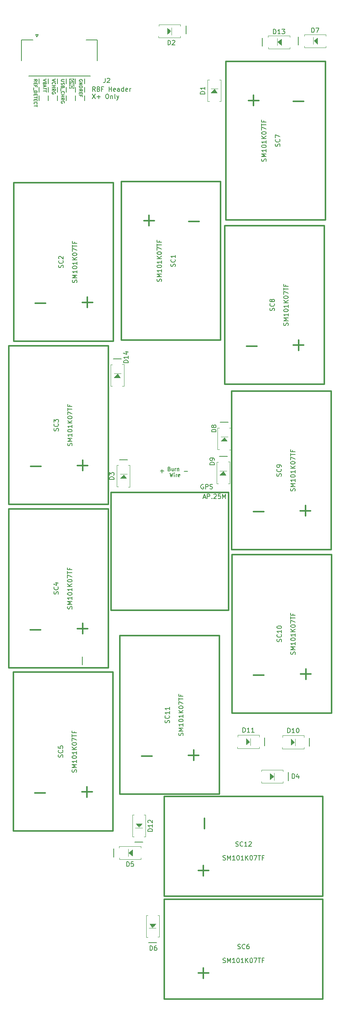
<source format=gto>
%TF.GenerationSoftware,KiCad,Pcbnew,8.0.4*%
%TF.CreationDate,2025-03-26T23:32:02-07:00*%
%TF.ProjectId,Stationary_X_Panel,53746174-696f-46e6-9172-795f585f5061,1.5*%
%TF.SameCoordinates,Original*%
%TF.FileFunction,Legend,Top*%
%TF.FilePolarity,Positive*%
%FSLAX46Y46*%
G04 Gerber Fmt 4.6, Leading zero omitted, Abs format (unit mm)*
G04 Created by KiCad (PCBNEW 8.0.4) date 2025-03-26 23:32:02*
%MOMM*%
%LPD*%
G01*
G04 APERTURE LIST*
%ADD10C,0.150000*%
%ADD11C,0.175000*%
%ADD12C,0.200000*%
%ADD13C,0.300000*%
%ADD14C,0.120000*%
%ADD15C,0.100000*%
%ADD16C,0.127000*%
%ADD17C,0.010000*%
%ADD18C,2.600000*%
%ADD19C,3.800000*%
%ADD20C,3.000000*%
%ADD21R,1.700000X2.500000*%
%ADD22R,2.500000X1.700000*%
G04 APERTURE END LIST*
D10*
X83700000Y-107900000D02*
X81900000Y-107900000D01*
X64835000Y-200595000D02*
X63035000Y-200595000D01*
X101635000Y-179420000D02*
X101635000Y-177620000D01*
X58385000Y-203845000D02*
X58385000Y-202045000D01*
X61450000Y-116250000D02*
X59650000Y-116250000D01*
X67860000Y-222745000D02*
X66060000Y-222745000D01*
X97000000Y-185200000D02*
X97000000Y-187000000D01*
X91710000Y-177545000D02*
X91710000Y-179345000D01*
X60050000Y-94000000D02*
X58250000Y-94000000D01*
X99200000Y-24700000D02*
X99200000Y-22900000D01*
X91250000Y-25000000D02*
X91250000Y-23200000D01*
X51410000Y-161470000D02*
X51410000Y-159670000D01*
X74360000Y-22295000D02*
X74360000Y-20495000D01*
X83500000Y-115450000D02*
X81700000Y-115450000D01*
D11*
X40759766Y-32776797D02*
X41093100Y-32543464D01*
X40759766Y-32376797D02*
X41459766Y-32376797D01*
X41459766Y-32376797D02*
X41459766Y-32643464D01*
X41459766Y-32643464D02*
X41426433Y-32710131D01*
X41426433Y-32710131D02*
X41393100Y-32743464D01*
X41393100Y-32743464D02*
X41326433Y-32776797D01*
X41326433Y-32776797D02*
X41226433Y-32776797D01*
X41226433Y-32776797D02*
X41159766Y-32743464D01*
X41159766Y-32743464D02*
X41126433Y-32710131D01*
X41126433Y-32710131D02*
X41093100Y-32643464D01*
X41093100Y-32643464D02*
X41093100Y-32376797D01*
X41126433Y-33076797D02*
X41126433Y-33310131D01*
X40759766Y-33410131D02*
X40759766Y-33076797D01*
X40759766Y-33076797D02*
X41459766Y-33076797D01*
X41459766Y-33076797D02*
X41459766Y-33410131D01*
X41126433Y-33943464D02*
X41126433Y-33710130D01*
X40759766Y-33710130D02*
X41459766Y-33710130D01*
X41459766Y-33710130D02*
X41459766Y-34043464D01*
X40693100Y-34143464D02*
X40693100Y-34676797D01*
X40759766Y-34843463D02*
X41459766Y-34843463D01*
X41459766Y-34843463D02*
X41459766Y-35010130D01*
X41459766Y-35010130D02*
X41426433Y-35110130D01*
X41426433Y-35110130D02*
X41359766Y-35176797D01*
X41359766Y-35176797D02*
X41293100Y-35210130D01*
X41293100Y-35210130D02*
X41159766Y-35243463D01*
X41159766Y-35243463D02*
X41059766Y-35243463D01*
X41059766Y-35243463D02*
X40926433Y-35210130D01*
X40926433Y-35210130D02*
X40859766Y-35176797D01*
X40859766Y-35176797D02*
X40793100Y-35110130D01*
X40793100Y-35110130D02*
X40759766Y-35010130D01*
X40759766Y-35010130D02*
X40759766Y-34843463D01*
X41126433Y-35543463D02*
X41126433Y-35776797D01*
X40759766Y-35876797D02*
X40759766Y-35543463D01*
X40759766Y-35543463D02*
X41459766Y-35543463D01*
X41459766Y-35543463D02*
X41459766Y-35876797D01*
X41459766Y-36076796D02*
X41459766Y-36476796D01*
X40759766Y-36276796D02*
X41459766Y-36276796D01*
X41126433Y-36710129D02*
X41126433Y-36943463D01*
X40759766Y-37043463D02*
X40759766Y-36710129D01*
X40759766Y-36710129D02*
X41459766Y-36710129D01*
X41459766Y-36710129D02*
X41459766Y-37043463D01*
X40826433Y-37743462D02*
X40793100Y-37710129D01*
X40793100Y-37710129D02*
X40759766Y-37610129D01*
X40759766Y-37610129D02*
X40759766Y-37543462D01*
X40759766Y-37543462D02*
X40793100Y-37443462D01*
X40793100Y-37443462D02*
X40859766Y-37376796D01*
X40859766Y-37376796D02*
X40926433Y-37343462D01*
X40926433Y-37343462D02*
X41059766Y-37310129D01*
X41059766Y-37310129D02*
X41159766Y-37310129D01*
X41159766Y-37310129D02*
X41293100Y-37343462D01*
X41293100Y-37343462D02*
X41359766Y-37376796D01*
X41359766Y-37376796D02*
X41426433Y-37443462D01*
X41426433Y-37443462D02*
X41459766Y-37543462D01*
X41459766Y-37543462D02*
X41459766Y-37610129D01*
X41459766Y-37610129D02*
X41426433Y-37710129D01*
X41426433Y-37710129D02*
X41393100Y-37743462D01*
X41459766Y-37943462D02*
X41459766Y-38343462D01*
X40759766Y-38143462D02*
X41459766Y-38143462D01*
D12*
X51899600Y-37021279D02*
X51899600Y-35878422D01*
X51899600Y-35164136D02*
X51899600Y-34021279D01*
X51899600Y-33306993D02*
X51899600Y-32164136D01*
X41899600Y-37021279D02*
X41899600Y-35878422D01*
X41899600Y-35164136D02*
X41899600Y-34021279D01*
X41899600Y-33306993D02*
X41899600Y-32164136D01*
D10*
X54268207Y-34944875D02*
X53934874Y-34468684D01*
X53696779Y-34944875D02*
X53696779Y-33944875D01*
X53696779Y-33944875D02*
X54077731Y-33944875D01*
X54077731Y-33944875D02*
X54172969Y-33992494D01*
X54172969Y-33992494D02*
X54220588Y-34040113D01*
X54220588Y-34040113D02*
X54268207Y-34135351D01*
X54268207Y-34135351D02*
X54268207Y-34278208D01*
X54268207Y-34278208D02*
X54220588Y-34373446D01*
X54220588Y-34373446D02*
X54172969Y-34421065D01*
X54172969Y-34421065D02*
X54077731Y-34468684D01*
X54077731Y-34468684D02*
X53696779Y-34468684D01*
X55030112Y-34421065D02*
X55172969Y-34468684D01*
X55172969Y-34468684D02*
X55220588Y-34516303D01*
X55220588Y-34516303D02*
X55268207Y-34611541D01*
X55268207Y-34611541D02*
X55268207Y-34754398D01*
X55268207Y-34754398D02*
X55220588Y-34849636D01*
X55220588Y-34849636D02*
X55172969Y-34897256D01*
X55172969Y-34897256D02*
X55077731Y-34944875D01*
X55077731Y-34944875D02*
X54696779Y-34944875D01*
X54696779Y-34944875D02*
X54696779Y-33944875D01*
X54696779Y-33944875D02*
X55030112Y-33944875D01*
X55030112Y-33944875D02*
X55125350Y-33992494D01*
X55125350Y-33992494D02*
X55172969Y-34040113D01*
X55172969Y-34040113D02*
X55220588Y-34135351D01*
X55220588Y-34135351D02*
X55220588Y-34230589D01*
X55220588Y-34230589D02*
X55172969Y-34325827D01*
X55172969Y-34325827D02*
X55125350Y-34373446D01*
X55125350Y-34373446D02*
X55030112Y-34421065D01*
X55030112Y-34421065D02*
X54696779Y-34421065D01*
X56030112Y-34421065D02*
X55696779Y-34421065D01*
X55696779Y-34944875D02*
X55696779Y-33944875D01*
X55696779Y-33944875D02*
X56172969Y-33944875D01*
X57315827Y-34944875D02*
X57315827Y-33944875D01*
X57315827Y-34421065D02*
X57887255Y-34421065D01*
X57887255Y-34944875D02*
X57887255Y-33944875D01*
X58744398Y-34897256D02*
X58649160Y-34944875D01*
X58649160Y-34944875D02*
X58458684Y-34944875D01*
X58458684Y-34944875D02*
X58363446Y-34897256D01*
X58363446Y-34897256D02*
X58315827Y-34802017D01*
X58315827Y-34802017D02*
X58315827Y-34421065D01*
X58315827Y-34421065D02*
X58363446Y-34325827D01*
X58363446Y-34325827D02*
X58458684Y-34278208D01*
X58458684Y-34278208D02*
X58649160Y-34278208D01*
X58649160Y-34278208D02*
X58744398Y-34325827D01*
X58744398Y-34325827D02*
X58792017Y-34421065D01*
X58792017Y-34421065D02*
X58792017Y-34516303D01*
X58792017Y-34516303D02*
X58315827Y-34611541D01*
X59649160Y-34944875D02*
X59649160Y-34421065D01*
X59649160Y-34421065D02*
X59601541Y-34325827D01*
X59601541Y-34325827D02*
X59506303Y-34278208D01*
X59506303Y-34278208D02*
X59315827Y-34278208D01*
X59315827Y-34278208D02*
X59220589Y-34325827D01*
X59649160Y-34897256D02*
X59553922Y-34944875D01*
X59553922Y-34944875D02*
X59315827Y-34944875D01*
X59315827Y-34944875D02*
X59220589Y-34897256D01*
X59220589Y-34897256D02*
X59172970Y-34802017D01*
X59172970Y-34802017D02*
X59172970Y-34706779D01*
X59172970Y-34706779D02*
X59220589Y-34611541D01*
X59220589Y-34611541D02*
X59315827Y-34563922D01*
X59315827Y-34563922D02*
X59553922Y-34563922D01*
X59553922Y-34563922D02*
X59649160Y-34516303D01*
X60553922Y-34944875D02*
X60553922Y-33944875D01*
X60553922Y-34897256D02*
X60458684Y-34944875D01*
X60458684Y-34944875D02*
X60268208Y-34944875D01*
X60268208Y-34944875D02*
X60172970Y-34897256D01*
X60172970Y-34897256D02*
X60125351Y-34849636D01*
X60125351Y-34849636D02*
X60077732Y-34754398D01*
X60077732Y-34754398D02*
X60077732Y-34468684D01*
X60077732Y-34468684D02*
X60125351Y-34373446D01*
X60125351Y-34373446D02*
X60172970Y-34325827D01*
X60172970Y-34325827D02*
X60268208Y-34278208D01*
X60268208Y-34278208D02*
X60458684Y-34278208D01*
X60458684Y-34278208D02*
X60553922Y-34325827D01*
X61411065Y-34897256D02*
X61315827Y-34944875D01*
X61315827Y-34944875D02*
X61125351Y-34944875D01*
X61125351Y-34944875D02*
X61030113Y-34897256D01*
X61030113Y-34897256D02*
X60982494Y-34802017D01*
X60982494Y-34802017D02*
X60982494Y-34421065D01*
X60982494Y-34421065D02*
X61030113Y-34325827D01*
X61030113Y-34325827D02*
X61125351Y-34278208D01*
X61125351Y-34278208D02*
X61315827Y-34278208D01*
X61315827Y-34278208D02*
X61411065Y-34325827D01*
X61411065Y-34325827D02*
X61458684Y-34421065D01*
X61458684Y-34421065D02*
X61458684Y-34516303D01*
X61458684Y-34516303D02*
X60982494Y-34611541D01*
X61887256Y-34944875D02*
X61887256Y-34278208D01*
X61887256Y-34468684D02*
X61934875Y-34373446D01*
X61934875Y-34373446D02*
X61982494Y-34325827D01*
X61982494Y-34325827D02*
X62077732Y-34278208D01*
X62077732Y-34278208D02*
X62172970Y-34278208D01*
X53601541Y-35554819D02*
X54268207Y-36554819D01*
X54268207Y-35554819D02*
X53601541Y-36554819D01*
X54649160Y-36173866D02*
X55411065Y-36173866D01*
X55030112Y-36554819D02*
X55030112Y-35792914D01*
X56839636Y-35554819D02*
X57030112Y-35554819D01*
X57030112Y-35554819D02*
X57125350Y-35602438D01*
X57125350Y-35602438D02*
X57220588Y-35697676D01*
X57220588Y-35697676D02*
X57268207Y-35888152D01*
X57268207Y-35888152D02*
X57268207Y-36221485D01*
X57268207Y-36221485D02*
X57220588Y-36411961D01*
X57220588Y-36411961D02*
X57125350Y-36507200D01*
X57125350Y-36507200D02*
X57030112Y-36554819D01*
X57030112Y-36554819D02*
X56839636Y-36554819D01*
X56839636Y-36554819D02*
X56744398Y-36507200D01*
X56744398Y-36507200D02*
X56649160Y-36411961D01*
X56649160Y-36411961D02*
X56601541Y-36221485D01*
X56601541Y-36221485D02*
X56601541Y-35888152D01*
X56601541Y-35888152D02*
X56649160Y-35697676D01*
X56649160Y-35697676D02*
X56744398Y-35602438D01*
X56744398Y-35602438D02*
X56839636Y-35554819D01*
X57696779Y-35888152D02*
X57696779Y-36554819D01*
X57696779Y-35983390D02*
X57744398Y-35935771D01*
X57744398Y-35935771D02*
X57839636Y-35888152D01*
X57839636Y-35888152D02*
X57982493Y-35888152D01*
X57982493Y-35888152D02*
X58077731Y-35935771D01*
X58077731Y-35935771D02*
X58125350Y-36031009D01*
X58125350Y-36031009D02*
X58125350Y-36554819D01*
X58744398Y-36554819D02*
X58649160Y-36507200D01*
X58649160Y-36507200D02*
X58601541Y-36411961D01*
X58601541Y-36411961D02*
X58601541Y-35554819D01*
X59030113Y-35888152D02*
X59268208Y-36554819D01*
X59506303Y-35888152D02*
X59268208Y-36554819D01*
X59268208Y-36554819D02*
X59172970Y-36792914D01*
X59172970Y-36792914D02*
X59125351Y-36840533D01*
X59125351Y-36840533D02*
X59030113Y-36888152D01*
X73934048Y-118768866D02*
X74695953Y-118768866D01*
D11*
X43459766Y-32276797D02*
X42759766Y-32510131D01*
X42759766Y-32510131D02*
X43459766Y-32743464D01*
X43126433Y-33210131D02*
X43093100Y-33310131D01*
X43093100Y-33310131D02*
X43059766Y-33343464D01*
X43059766Y-33343464D02*
X42993100Y-33376797D01*
X42993100Y-33376797D02*
X42893100Y-33376797D01*
X42893100Y-33376797D02*
X42826433Y-33343464D01*
X42826433Y-33343464D02*
X42793100Y-33310131D01*
X42793100Y-33310131D02*
X42759766Y-33243464D01*
X42759766Y-33243464D02*
X42759766Y-32976797D01*
X42759766Y-32976797D02*
X43459766Y-32976797D01*
X43459766Y-32976797D02*
X43459766Y-33210131D01*
X43459766Y-33210131D02*
X43426433Y-33276797D01*
X43426433Y-33276797D02*
X43393100Y-33310131D01*
X43393100Y-33310131D02*
X43326433Y-33343464D01*
X43326433Y-33343464D02*
X43259766Y-33343464D01*
X43259766Y-33343464D02*
X43193100Y-33310131D01*
X43193100Y-33310131D02*
X43159766Y-33276797D01*
X43159766Y-33276797D02*
X43126433Y-33210131D01*
X43126433Y-33210131D02*
X43126433Y-32976797D01*
X42959766Y-33643464D02*
X42959766Y-33976797D01*
X42759766Y-33576797D02*
X43459766Y-33810131D01*
X43459766Y-33810131D02*
X42759766Y-34043464D01*
X43459766Y-34176797D02*
X43459766Y-34576797D01*
X42759766Y-34376797D02*
X43459766Y-34376797D01*
X43459766Y-34710130D02*
X43459766Y-35110130D01*
X42759766Y-34910130D02*
X43459766Y-34910130D01*
X47459766Y-32376797D02*
X46893100Y-32376797D01*
X46893100Y-32376797D02*
X46826433Y-32410131D01*
X46826433Y-32410131D02*
X46793100Y-32443464D01*
X46793100Y-32443464D02*
X46759766Y-32510131D01*
X46759766Y-32510131D02*
X46759766Y-32643464D01*
X46759766Y-32643464D02*
X46793100Y-32710131D01*
X46793100Y-32710131D02*
X46826433Y-32743464D01*
X46826433Y-32743464D02*
X46893100Y-32776797D01*
X46893100Y-32776797D02*
X47459766Y-32776797D01*
X46793100Y-33076797D02*
X46759766Y-33176797D01*
X46759766Y-33176797D02*
X46759766Y-33343464D01*
X46759766Y-33343464D02*
X46793100Y-33410130D01*
X46793100Y-33410130D02*
X46826433Y-33443464D01*
X46826433Y-33443464D02*
X46893100Y-33476797D01*
X46893100Y-33476797D02*
X46959766Y-33476797D01*
X46959766Y-33476797D02*
X47026433Y-33443464D01*
X47026433Y-33443464D02*
X47059766Y-33410130D01*
X47059766Y-33410130D02*
X47093100Y-33343464D01*
X47093100Y-33343464D02*
X47126433Y-33210130D01*
X47126433Y-33210130D02*
X47159766Y-33143464D01*
X47159766Y-33143464D02*
X47193100Y-33110130D01*
X47193100Y-33110130D02*
X47259766Y-33076797D01*
X47259766Y-33076797D02*
X47326433Y-33076797D01*
X47326433Y-33076797D02*
X47393100Y-33110130D01*
X47393100Y-33110130D02*
X47426433Y-33143464D01*
X47426433Y-33143464D02*
X47459766Y-33210130D01*
X47459766Y-33210130D02*
X47459766Y-33376797D01*
X47459766Y-33376797D02*
X47426433Y-33476797D01*
X47126433Y-34010131D02*
X47093100Y-34110131D01*
X47093100Y-34110131D02*
X47059766Y-34143464D01*
X47059766Y-34143464D02*
X46993100Y-34176797D01*
X46993100Y-34176797D02*
X46893100Y-34176797D01*
X46893100Y-34176797D02*
X46826433Y-34143464D01*
X46826433Y-34143464D02*
X46793100Y-34110131D01*
X46793100Y-34110131D02*
X46759766Y-34043464D01*
X46759766Y-34043464D02*
X46759766Y-33776797D01*
X46759766Y-33776797D02*
X47459766Y-33776797D01*
X47459766Y-33776797D02*
X47459766Y-34010131D01*
X47459766Y-34010131D02*
X47426433Y-34076797D01*
X47426433Y-34076797D02*
X47393100Y-34110131D01*
X47393100Y-34110131D02*
X47326433Y-34143464D01*
X47326433Y-34143464D02*
X47259766Y-34143464D01*
X47259766Y-34143464D02*
X47193100Y-34110131D01*
X47193100Y-34110131D02*
X47159766Y-34076797D01*
X47159766Y-34076797D02*
X47126433Y-34010131D01*
X47126433Y-34010131D02*
X47126433Y-33776797D01*
X46693100Y-34310131D02*
X46693100Y-34843464D01*
X46826433Y-35410130D02*
X46793100Y-35376797D01*
X46793100Y-35376797D02*
X46759766Y-35276797D01*
X46759766Y-35276797D02*
X46759766Y-35210130D01*
X46759766Y-35210130D02*
X46793100Y-35110130D01*
X46793100Y-35110130D02*
X46859766Y-35043464D01*
X46859766Y-35043464D02*
X46926433Y-35010130D01*
X46926433Y-35010130D02*
X47059766Y-34976797D01*
X47059766Y-34976797D02*
X47159766Y-34976797D01*
X47159766Y-34976797D02*
X47293100Y-35010130D01*
X47293100Y-35010130D02*
X47359766Y-35043464D01*
X47359766Y-35043464D02*
X47426433Y-35110130D01*
X47426433Y-35110130D02*
X47459766Y-35210130D01*
X47459766Y-35210130D02*
X47459766Y-35276797D01*
X47459766Y-35276797D02*
X47426433Y-35376797D01*
X47426433Y-35376797D02*
X47393100Y-35410130D01*
X46759766Y-35710130D02*
X47459766Y-35710130D01*
X47126433Y-35710130D02*
X47126433Y-36110130D01*
X46759766Y-36110130D02*
X47459766Y-36110130D01*
X46759766Y-36843463D02*
X47093100Y-36610130D01*
X46759766Y-36443463D02*
X47459766Y-36443463D01*
X47459766Y-36443463D02*
X47459766Y-36710130D01*
X47459766Y-36710130D02*
X47426433Y-36776797D01*
X47426433Y-36776797D02*
X47393100Y-36810130D01*
X47393100Y-36810130D02*
X47326433Y-36843463D01*
X47326433Y-36843463D02*
X47226433Y-36843463D01*
X47226433Y-36843463D02*
X47159766Y-36810130D01*
X47159766Y-36810130D02*
X47126433Y-36776797D01*
X47126433Y-36776797D02*
X47093100Y-36710130D01*
X47093100Y-36710130D02*
X47093100Y-36443463D01*
X47426433Y-37510130D02*
X47459766Y-37443463D01*
X47459766Y-37443463D02*
X47459766Y-37343463D01*
X47459766Y-37343463D02*
X47426433Y-37243463D01*
X47426433Y-37243463D02*
X47359766Y-37176797D01*
X47359766Y-37176797D02*
X47293100Y-37143463D01*
X47293100Y-37143463D02*
X47159766Y-37110130D01*
X47159766Y-37110130D02*
X47059766Y-37110130D01*
X47059766Y-37110130D02*
X46926433Y-37143463D01*
X46926433Y-37143463D02*
X46859766Y-37176797D01*
X46859766Y-37176797D02*
X46793100Y-37243463D01*
X46793100Y-37243463D02*
X46759766Y-37343463D01*
X46759766Y-37343463D02*
X46759766Y-37410130D01*
X46759766Y-37410130D02*
X46793100Y-37510130D01*
X46793100Y-37510130D02*
X46826433Y-37543463D01*
X46826433Y-37543463D02*
X47059766Y-37543463D01*
X47059766Y-37543463D02*
X47059766Y-37410130D01*
D12*
X49899600Y-37021279D02*
X49899600Y-35878422D01*
X49899600Y-35164136D02*
X49899600Y-34021279D01*
X49899600Y-33306993D02*
X49899600Y-32164136D01*
D10*
X70680951Y-118249270D02*
X70795237Y-118287365D01*
X70795237Y-118287365D02*
X70833332Y-118325461D01*
X70833332Y-118325461D02*
X70871428Y-118401651D01*
X70871428Y-118401651D02*
X70871428Y-118515937D01*
X70871428Y-118515937D02*
X70833332Y-118592127D01*
X70833332Y-118592127D02*
X70795237Y-118630223D01*
X70795237Y-118630223D02*
X70719047Y-118668318D01*
X70719047Y-118668318D02*
X70414285Y-118668318D01*
X70414285Y-118668318D02*
X70414285Y-117868318D01*
X70414285Y-117868318D02*
X70680951Y-117868318D01*
X70680951Y-117868318D02*
X70757142Y-117906413D01*
X70757142Y-117906413D02*
X70795237Y-117944508D01*
X70795237Y-117944508D02*
X70833332Y-118020699D01*
X70833332Y-118020699D02*
X70833332Y-118096889D01*
X70833332Y-118096889D02*
X70795237Y-118173080D01*
X70795237Y-118173080D02*
X70757142Y-118211175D01*
X70757142Y-118211175D02*
X70680951Y-118249270D01*
X70680951Y-118249270D02*
X70414285Y-118249270D01*
X71557142Y-118134984D02*
X71557142Y-118668318D01*
X71214285Y-118134984D02*
X71214285Y-118554032D01*
X71214285Y-118554032D02*
X71252380Y-118630223D01*
X71252380Y-118630223D02*
X71328570Y-118668318D01*
X71328570Y-118668318D02*
X71442856Y-118668318D01*
X71442856Y-118668318D02*
X71519047Y-118630223D01*
X71519047Y-118630223D02*
X71557142Y-118592127D01*
X71938095Y-118668318D02*
X71938095Y-118134984D01*
X71938095Y-118287365D02*
X71976190Y-118211175D01*
X71976190Y-118211175D02*
X72014285Y-118173080D01*
X72014285Y-118173080D02*
X72090476Y-118134984D01*
X72090476Y-118134984D02*
X72166666Y-118134984D01*
X72433333Y-118134984D02*
X72433333Y-118668318D01*
X72433333Y-118211175D02*
X72471428Y-118173080D01*
X72471428Y-118173080D02*
X72547618Y-118134984D01*
X72547618Y-118134984D02*
X72661904Y-118134984D01*
X72661904Y-118134984D02*
X72738095Y-118173080D01*
X72738095Y-118173080D02*
X72776190Y-118249270D01*
X72776190Y-118249270D02*
X72776190Y-118668318D01*
X70776190Y-119156273D02*
X70966666Y-119956273D01*
X70966666Y-119956273D02*
X71119047Y-119384844D01*
X71119047Y-119384844D02*
X71271428Y-119956273D01*
X71271428Y-119956273D02*
X71461905Y-119156273D01*
X71766667Y-119956273D02*
X71766667Y-119422939D01*
X71766667Y-119156273D02*
X71728571Y-119194368D01*
X71728571Y-119194368D02*
X71766667Y-119232463D01*
X71766667Y-119232463D02*
X71804762Y-119194368D01*
X71804762Y-119194368D02*
X71766667Y-119156273D01*
X71766667Y-119156273D02*
X71766667Y-119232463D01*
X72147619Y-119956273D02*
X72147619Y-119422939D01*
X72147619Y-119575320D02*
X72185714Y-119499130D01*
X72185714Y-119499130D02*
X72223809Y-119461035D01*
X72223809Y-119461035D02*
X72300000Y-119422939D01*
X72300000Y-119422939D02*
X72376190Y-119422939D01*
X72947619Y-119918178D02*
X72871428Y-119956273D01*
X72871428Y-119956273D02*
X72719047Y-119956273D01*
X72719047Y-119956273D02*
X72642857Y-119918178D01*
X72642857Y-119918178D02*
X72604761Y-119841987D01*
X72604761Y-119841987D02*
X72604761Y-119537225D01*
X72604761Y-119537225D02*
X72642857Y-119461035D01*
X72642857Y-119461035D02*
X72719047Y-119422939D01*
X72719047Y-119422939D02*
X72871428Y-119422939D01*
X72871428Y-119422939D02*
X72947619Y-119461035D01*
X72947619Y-119461035D02*
X72985714Y-119537225D01*
X72985714Y-119537225D02*
X72985714Y-119613416D01*
X72985714Y-119613416D02*
X72604761Y-119689606D01*
X78165000Y-124514104D02*
X78641190Y-124514104D01*
X78069762Y-124799819D02*
X78403095Y-123799819D01*
X78403095Y-123799819D02*
X78736428Y-124799819D01*
X79069762Y-124799819D02*
X79069762Y-123799819D01*
X79069762Y-123799819D02*
X79450714Y-123799819D01*
X79450714Y-123799819D02*
X79545952Y-123847438D01*
X79545952Y-123847438D02*
X79593571Y-123895057D01*
X79593571Y-123895057D02*
X79641190Y-123990295D01*
X79641190Y-123990295D02*
X79641190Y-124133152D01*
X79641190Y-124133152D02*
X79593571Y-124228390D01*
X79593571Y-124228390D02*
X79545952Y-124276009D01*
X79545952Y-124276009D02*
X79450714Y-124323628D01*
X79450714Y-124323628D02*
X79069762Y-124323628D01*
X80069762Y-124704580D02*
X80117381Y-124752200D01*
X80117381Y-124752200D02*
X80069762Y-124799819D01*
X80069762Y-124799819D02*
X80022143Y-124752200D01*
X80022143Y-124752200D02*
X80069762Y-124704580D01*
X80069762Y-124704580D02*
X80069762Y-124799819D01*
X80498333Y-123895057D02*
X80545952Y-123847438D01*
X80545952Y-123847438D02*
X80641190Y-123799819D01*
X80641190Y-123799819D02*
X80879285Y-123799819D01*
X80879285Y-123799819D02*
X80974523Y-123847438D01*
X80974523Y-123847438D02*
X81022142Y-123895057D01*
X81022142Y-123895057D02*
X81069761Y-123990295D01*
X81069761Y-123990295D02*
X81069761Y-124085533D01*
X81069761Y-124085533D02*
X81022142Y-124228390D01*
X81022142Y-124228390D02*
X80450714Y-124799819D01*
X80450714Y-124799819D02*
X81069761Y-124799819D01*
X81974523Y-123799819D02*
X81498333Y-123799819D01*
X81498333Y-123799819D02*
X81450714Y-124276009D01*
X81450714Y-124276009D02*
X81498333Y-124228390D01*
X81498333Y-124228390D02*
X81593571Y-124180771D01*
X81593571Y-124180771D02*
X81831666Y-124180771D01*
X81831666Y-124180771D02*
X81926904Y-124228390D01*
X81926904Y-124228390D02*
X81974523Y-124276009D01*
X81974523Y-124276009D02*
X82022142Y-124371247D01*
X82022142Y-124371247D02*
X82022142Y-124609342D01*
X82022142Y-124609342D02*
X81974523Y-124704580D01*
X81974523Y-124704580D02*
X81926904Y-124752200D01*
X81926904Y-124752200D02*
X81831666Y-124799819D01*
X81831666Y-124799819D02*
X81593571Y-124799819D01*
X81593571Y-124799819D02*
X81498333Y-124752200D01*
X81498333Y-124752200D02*
X81450714Y-124704580D01*
X82450714Y-124799819D02*
X82450714Y-123799819D01*
X82450714Y-123799819D02*
X82784047Y-124514104D01*
X82784047Y-124514104D02*
X83117380Y-123799819D01*
X83117380Y-123799819D02*
X83117380Y-124799819D01*
D12*
X43899600Y-37021279D02*
X43899600Y-35878422D01*
X43899600Y-35164136D02*
X43899600Y-34021279D01*
X43899600Y-33306993D02*
X43899600Y-32164136D01*
X45899600Y-37021279D02*
X45899600Y-35878422D01*
X45899600Y-35164136D02*
X45899600Y-34021279D01*
X45899600Y-33306993D02*
X45899600Y-32164136D01*
D10*
X78200714Y-121697438D02*
X78105476Y-121649819D01*
X78105476Y-121649819D02*
X77962619Y-121649819D01*
X77962619Y-121649819D02*
X77819762Y-121697438D01*
X77819762Y-121697438D02*
X77724524Y-121792676D01*
X77724524Y-121792676D02*
X77676905Y-121887914D01*
X77676905Y-121887914D02*
X77629286Y-122078390D01*
X77629286Y-122078390D02*
X77629286Y-122221247D01*
X77629286Y-122221247D02*
X77676905Y-122411723D01*
X77676905Y-122411723D02*
X77724524Y-122506961D01*
X77724524Y-122506961D02*
X77819762Y-122602200D01*
X77819762Y-122602200D02*
X77962619Y-122649819D01*
X77962619Y-122649819D02*
X78057857Y-122649819D01*
X78057857Y-122649819D02*
X78200714Y-122602200D01*
X78200714Y-122602200D02*
X78248333Y-122554580D01*
X78248333Y-122554580D02*
X78248333Y-122221247D01*
X78248333Y-122221247D02*
X78057857Y-122221247D01*
X78676905Y-122649819D02*
X78676905Y-121649819D01*
X78676905Y-121649819D02*
X79057857Y-121649819D01*
X79057857Y-121649819D02*
X79153095Y-121697438D01*
X79153095Y-121697438D02*
X79200714Y-121745057D01*
X79200714Y-121745057D02*
X79248333Y-121840295D01*
X79248333Y-121840295D02*
X79248333Y-121983152D01*
X79248333Y-121983152D02*
X79200714Y-122078390D01*
X79200714Y-122078390D02*
X79153095Y-122126009D01*
X79153095Y-122126009D02*
X79057857Y-122173628D01*
X79057857Y-122173628D02*
X78676905Y-122173628D01*
X79629286Y-122602200D02*
X79772143Y-122649819D01*
X79772143Y-122649819D02*
X80010238Y-122649819D01*
X80010238Y-122649819D02*
X80105476Y-122602200D01*
X80105476Y-122602200D02*
X80153095Y-122554580D01*
X80153095Y-122554580D02*
X80200714Y-122459342D01*
X80200714Y-122459342D02*
X80200714Y-122364104D01*
X80200714Y-122364104D02*
X80153095Y-122268866D01*
X80153095Y-122268866D02*
X80105476Y-122221247D01*
X80105476Y-122221247D02*
X80010238Y-122173628D01*
X80010238Y-122173628D02*
X79819762Y-122126009D01*
X79819762Y-122126009D02*
X79724524Y-122078390D01*
X79724524Y-122078390D02*
X79676905Y-122030771D01*
X79676905Y-122030771D02*
X79629286Y-121935533D01*
X79629286Y-121935533D02*
X79629286Y-121840295D01*
X79629286Y-121840295D02*
X79676905Y-121745057D01*
X79676905Y-121745057D02*
X79724524Y-121697438D01*
X79724524Y-121697438D02*
X79819762Y-121649819D01*
X79819762Y-121649819D02*
X80057857Y-121649819D01*
X80057857Y-121649819D02*
X80200714Y-121697438D01*
D11*
G36*
X49372266Y-33962597D02*
G01*
X49349954Y-34029531D01*
X49307933Y-34071553D01*
X49262560Y-34094239D01*
X49148992Y-34122630D01*
X49070539Y-34122630D01*
X48956972Y-34094238D01*
X48911596Y-34071550D01*
X48869577Y-34029531D01*
X48847266Y-33962597D01*
X48847266Y-33897630D01*
X49372266Y-33897630D01*
X49372266Y-33962597D01*
G37*
G36*
X49634766Y-34385130D02*
G01*
X48584766Y-34385130D01*
X48584766Y-33810130D01*
X48672266Y-33810130D01*
X48672266Y-33976797D01*
X48673116Y-33985436D01*
X48672953Y-33987742D01*
X48673642Y-33990773D01*
X48673947Y-33993867D01*
X48674831Y-33996001D01*
X48676756Y-34004467D01*
X48710090Y-34104467D01*
X48717083Y-34120129D01*
X48719142Y-34122503D01*
X48720346Y-34125409D01*
X48731228Y-34138668D01*
X48797894Y-34205336D01*
X48804604Y-34210843D01*
X48806119Y-34212589D01*
X48808751Y-34214246D01*
X48811153Y-34216217D01*
X48813285Y-34217100D01*
X48820635Y-34221727D01*
X48887303Y-34255060D01*
X48888550Y-34255537D01*
X48889059Y-34255914D01*
X48896231Y-34258476D01*
X48903322Y-34261190D01*
X48903950Y-34261234D01*
X48905211Y-34261685D01*
X49038544Y-34295017D01*
X49041502Y-34295454D01*
X49042696Y-34295949D01*
X49049123Y-34296581D01*
X49055512Y-34297527D01*
X49056789Y-34297336D01*
X49059766Y-34297630D01*
X49159766Y-34297630D01*
X49162742Y-34297336D01*
X49164020Y-34297527D01*
X49170416Y-34296581D01*
X49176836Y-34295949D01*
X49178026Y-34295455D01*
X49180988Y-34295018D01*
X49314321Y-34261685D01*
X49315580Y-34261234D01*
X49316212Y-34261190D01*
X49323304Y-34258475D01*
X49330474Y-34255914D01*
X49330983Y-34255536D01*
X49332231Y-34255059D01*
X49398897Y-34221726D01*
X49406240Y-34217103D01*
X49408379Y-34216218D01*
X49410785Y-34214242D01*
X49413413Y-34212589D01*
X49414925Y-34210845D01*
X49421638Y-34205336D01*
X49488305Y-34138669D01*
X49499186Y-34125410D01*
X49500389Y-34122505D01*
X49502450Y-34120129D01*
X49509443Y-34104467D01*
X49542776Y-34004467D01*
X49544700Y-33996001D01*
X49545585Y-33993867D01*
X49545889Y-33990772D01*
X49546579Y-33987741D01*
X49546415Y-33985436D01*
X49547266Y-33976797D01*
X49547266Y-33810130D01*
X49545585Y-33793060D01*
X49532520Y-33761518D01*
X49508378Y-33737376D01*
X49476836Y-33724311D01*
X49459766Y-33722630D01*
X48759766Y-33722630D01*
X48742696Y-33724311D01*
X48711154Y-33737376D01*
X48687012Y-33761518D01*
X48673947Y-33793060D01*
X48672266Y-33810130D01*
X48584766Y-33810130D01*
X48584766Y-33470686D01*
X48672480Y-33470686D01*
X48673947Y-33482227D01*
X48673947Y-33493867D01*
X48676081Y-33499020D01*
X48676785Y-33504554D01*
X48682559Y-33514659D01*
X48687012Y-33525409D01*
X48690955Y-33529352D01*
X48693723Y-33534196D01*
X48702926Y-33541323D01*
X48711154Y-33549551D01*
X48716306Y-33551685D01*
X48720716Y-33555100D01*
X48731941Y-33558161D01*
X48742696Y-33562616D01*
X48751429Y-33563476D01*
X48753655Y-33564083D01*
X48755374Y-33563864D01*
X48759766Y-33564297D01*
X49459766Y-33564297D01*
X49476836Y-33562616D01*
X49508378Y-33549551D01*
X49532520Y-33525409D01*
X49545585Y-33493867D01*
X49545585Y-33459727D01*
X49532520Y-33428185D01*
X49508378Y-33404043D01*
X49476836Y-33390978D01*
X49459766Y-33389297D01*
X49089252Y-33389297D01*
X49503178Y-33152768D01*
X49506774Y-33150215D01*
X49508378Y-33149551D01*
X49510011Y-33147917D01*
X49517165Y-33142840D01*
X49524292Y-33133636D01*
X49532520Y-33125409D01*
X49534654Y-33120256D01*
X49538069Y-33115847D01*
X49541131Y-33104619D01*
X49545585Y-33093867D01*
X49545585Y-33088290D01*
X49547053Y-33082908D01*
X49545585Y-33071361D01*
X49545585Y-33059727D01*
X49543450Y-33054574D01*
X49542747Y-33049040D01*
X49536972Y-33038934D01*
X49532520Y-33028185D01*
X49528576Y-33024241D01*
X49525809Y-33019398D01*
X49516605Y-33012270D01*
X49508378Y-33004043D01*
X49503225Y-33001908D01*
X49498816Y-32998494D01*
X49487588Y-32995431D01*
X49476836Y-32990978D01*
X49468107Y-32990118D01*
X49465877Y-32989510D01*
X49464153Y-32989729D01*
X49459766Y-32989297D01*
X48759766Y-32989297D01*
X48742696Y-32990978D01*
X48711154Y-33004043D01*
X48687012Y-33028185D01*
X48673947Y-33059727D01*
X48673947Y-33093867D01*
X48687012Y-33125409D01*
X48711154Y-33149551D01*
X48742696Y-33162616D01*
X48759766Y-33164297D01*
X49130280Y-33164297D01*
X48716354Y-33400826D01*
X48712757Y-33403378D01*
X48711154Y-33404043D01*
X48709520Y-33405676D01*
X48702367Y-33410754D01*
X48695239Y-33419957D01*
X48687012Y-33428185D01*
X48684877Y-33433337D01*
X48681463Y-33437747D01*
X48678401Y-33448972D01*
X48673947Y-33459727D01*
X48673947Y-33465306D01*
X48672480Y-33470686D01*
X48584766Y-33470686D01*
X48584766Y-32576797D01*
X48672266Y-32576797D01*
X48672266Y-32643464D01*
X48673116Y-32652103D01*
X48672953Y-32654409D01*
X48673642Y-32657440D01*
X48673947Y-32660534D01*
X48674831Y-32662668D01*
X48676756Y-32671134D01*
X48710090Y-32771134D01*
X48717083Y-32786796D01*
X48719141Y-32789169D01*
X48720346Y-32792077D01*
X48731228Y-32805336D01*
X48764561Y-32838669D01*
X48777820Y-32849551D01*
X48809362Y-32862616D01*
X48809363Y-32862616D01*
X48826433Y-32864297D01*
X49059766Y-32864297D01*
X49076836Y-32862616D01*
X49108378Y-32849551D01*
X49132520Y-32825409D01*
X49145585Y-32793867D01*
X49147266Y-32776797D01*
X49147266Y-32643464D01*
X49145585Y-32626394D01*
X49132520Y-32594852D01*
X49108378Y-32570710D01*
X49076836Y-32557645D01*
X49042696Y-32557645D01*
X49011154Y-32570710D01*
X48987012Y-32594852D01*
X48973947Y-32626394D01*
X48972266Y-32643464D01*
X48972266Y-32689297D01*
X48867277Y-32689297D01*
X48847266Y-32629264D01*
X48847266Y-32590997D01*
X48869577Y-32524064D01*
X48911598Y-32482042D01*
X48956969Y-32459356D01*
X49070539Y-32430964D01*
X49148992Y-32430964D01*
X49262557Y-32459354D01*
X49307935Y-32482043D01*
X49349954Y-32524062D01*
X49372266Y-32590996D01*
X49372266Y-32656140D01*
X49348170Y-32704333D01*
X49342040Y-32720353D01*
X49339620Y-32754408D01*
X49350417Y-32786798D01*
X49372786Y-32812589D01*
X49403322Y-32827857D01*
X49437377Y-32830277D01*
X49469767Y-32819480D01*
X49495558Y-32797111D01*
X49504696Y-32782595D01*
X49538029Y-32715927D01*
X49544159Y-32699908D01*
X49544381Y-32696771D01*
X49545585Y-32693867D01*
X49547266Y-32676797D01*
X49547266Y-32576797D01*
X49546415Y-32568157D01*
X49546579Y-32565853D01*
X49545889Y-32562821D01*
X49545585Y-32559727D01*
X49544700Y-32557592D01*
X49542776Y-32549127D01*
X49509443Y-32449127D01*
X49502450Y-32433465D01*
X49500389Y-32431089D01*
X49499186Y-32428184D01*
X49488305Y-32414925D01*
X49421637Y-32348259D01*
X49414928Y-32342752D01*
X49413414Y-32341007D01*
X49410782Y-32339350D01*
X49408378Y-32337377D01*
X49406242Y-32336492D01*
X49398898Y-32331869D01*
X49332232Y-32298535D01*
X49330982Y-32298056D01*
X49330474Y-32297680D01*
X49323319Y-32295124D01*
X49316213Y-32292404D01*
X49315580Y-32292359D01*
X49314321Y-32291909D01*
X49180988Y-32258576D01*
X49178026Y-32258138D01*
X49176836Y-32257645D01*
X49170416Y-32257012D01*
X49164020Y-32256067D01*
X49162742Y-32256257D01*
X49159766Y-32255964D01*
X49059766Y-32255964D01*
X49056789Y-32256257D01*
X49055512Y-32256067D01*
X49049123Y-32257012D01*
X49042696Y-32257645D01*
X49041502Y-32258139D01*
X49038544Y-32258577D01*
X48905211Y-32291909D01*
X48903950Y-32292359D01*
X48903321Y-32292404D01*
X48896227Y-32295118D01*
X48889059Y-32297680D01*
X48888550Y-32298056D01*
X48887301Y-32298535D01*
X48820634Y-32331869D01*
X48813289Y-32336492D01*
X48811153Y-32337377D01*
X48808749Y-32339349D01*
X48806118Y-32341006D01*
X48804603Y-32342752D01*
X48797894Y-32348259D01*
X48731228Y-32414925D01*
X48720346Y-32428184D01*
X48719141Y-32431091D01*
X48717083Y-32433465D01*
X48710090Y-32449127D01*
X48676756Y-32549127D01*
X48674831Y-32557592D01*
X48673947Y-32559727D01*
X48673642Y-32562820D01*
X48672953Y-32565852D01*
X48673116Y-32568157D01*
X48672266Y-32576797D01*
X48584766Y-32576797D01*
X48584766Y-32168464D01*
X49634766Y-32168464D01*
X49634766Y-34385130D01*
G37*
D10*
X68659048Y-118718866D02*
X69420953Y-118718866D01*
X69040000Y-119099819D02*
X69040000Y-118337914D01*
D11*
X51426433Y-32743464D02*
X51459766Y-32676797D01*
X51459766Y-32676797D02*
X51459766Y-32576797D01*
X51459766Y-32576797D02*
X51426433Y-32476797D01*
X51426433Y-32476797D02*
X51359766Y-32410131D01*
X51359766Y-32410131D02*
X51293100Y-32376797D01*
X51293100Y-32376797D02*
X51159766Y-32343464D01*
X51159766Y-32343464D02*
X51059766Y-32343464D01*
X51059766Y-32343464D02*
X50926433Y-32376797D01*
X50926433Y-32376797D02*
X50859766Y-32410131D01*
X50859766Y-32410131D02*
X50793100Y-32476797D01*
X50793100Y-32476797D02*
X50759766Y-32576797D01*
X50759766Y-32576797D02*
X50759766Y-32643464D01*
X50759766Y-32643464D02*
X50793100Y-32743464D01*
X50793100Y-32743464D02*
X50826433Y-32776797D01*
X50826433Y-32776797D02*
X51059766Y-32776797D01*
X51059766Y-32776797D02*
X51059766Y-32643464D01*
X50759766Y-33076797D02*
X51459766Y-33076797D01*
X51459766Y-33076797D02*
X50759766Y-33476797D01*
X50759766Y-33476797D02*
X51459766Y-33476797D01*
X50759766Y-33810130D02*
X51459766Y-33810130D01*
X51459766Y-33810130D02*
X51459766Y-33976797D01*
X51459766Y-33976797D02*
X51426433Y-34076797D01*
X51426433Y-34076797D02*
X51359766Y-34143464D01*
X51359766Y-34143464D02*
X51293100Y-34176797D01*
X51293100Y-34176797D02*
X51159766Y-34210130D01*
X51159766Y-34210130D02*
X51059766Y-34210130D01*
X51059766Y-34210130D02*
X50926433Y-34176797D01*
X50926433Y-34176797D02*
X50859766Y-34143464D01*
X50859766Y-34143464D02*
X50793100Y-34076797D01*
X50793100Y-34076797D02*
X50759766Y-33976797D01*
X50759766Y-33976797D02*
X50759766Y-33810130D01*
X50759766Y-34910130D02*
X51093100Y-34676797D01*
X50759766Y-34510130D02*
X51459766Y-34510130D01*
X51459766Y-34510130D02*
X51459766Y-34776797D01*
X51459766Y-34776797D02*
X51426433Y-34843464D01*
X51426433Y-34843464D02*
X51393100Y-34876797D01*
X51393100Y-34876797D02*
X51326433Y-34910130D01*
X51326433Y-34910130D02*
X51226433Y-34910130D01*
X51226433Y-34910130D02*
X51159766Y-34876797D01*
X51159766Y-34876797D02*
X51126433Y-34843464D01*
X51126433Y-34843464D02*
X51093100Y-34776797D01*
X51093100Y-34776797D02*
X51093100Y-34510130D01*
X51126433Y-35210130D02*
X51126433Y-35443464D01*
X50759766Y-35543464D02*
X50759766Y-35210130D01*
X50759766Y-35210130D02*
X51459766Y-35210130D01*
X51459766Y-35210130D02*
X51459766Y-35543464D01*
X51126433Y-36076797D02*
X51126433Y-35843463D01*
X50759766Y-35843463D02*
X51459766Y-35843463D01*
X51459766Y-35843463D02*
X51459766Y-36176797D01*
D12*
X47899600Y-37021279D02*
X47899600Y-35878422D01*
X47899600Y-35164136D02*
X47899600Y-34021279D01*
X47899600Y-33306993D02*
X47899600Y-32164136D01*
D11*
X45459766Y-32276797D02*
X44759766Y-32510131D01*
X44759766Y-32510131D02*
X45459766Y-32743464D01*
X44826433Y-33376797D02*
X44793100Y-33343464D01*
X44793100Y-33343464D02*
X44759766Y-33243464D01*
X44759766Y-33243464D02*
X44759766Y-33176797D01*
X44759766Y-33176797D02*
X44793100Y-33076797D01*
X44793100Y-33076797D02*
X44859766Y-33010131D01*
X44859766Y-33010131D02*
X44926433Y-32976797D01*
X44926433Y-32976797D02*
X45059766Y-32943464D01*
X45059766Y-32943464D02*
X45159766Y-32943464D01*
X45159766Y-32943464D02*
X45293100Y-32976797D01*
X45293100Y-32976797D02*
X45359766Y-33010131D01*
X45359766Y-33010131D02*
X45426433Y-33076797D01*
X45426433Y-33076797D02*
X45459766Y-33176797D01*
X45459766Y-33176797D02*
X45459766Y-33243464D01*
X45459766Y-33243464D02*
X45426433Y-33343464D01*
X45426433Y-33343464D02*
X45393100Y-33376797D01*
X44759766Y-33676797D02*
X45459766Y-33676797D01*
X45126433Y-33676797D02*
X45126433Y-34076797D01*
X44759766Y-34076797D02*
X45459766Y-34076797D01*
X44759766Y-34810130D02*
X45093100Y-34576797D01*
X44759766Y-34410130D02*
X45459766Y-34410130D01*
X45459766Y-34410130D02*
X45459766Y-34676797D01*
X45459766Y-34676797D02*
X45426433Y-34743464D01*
X45426433Y-34743464D02*
X45393100Y-34776797D01*
X45393100Y-34776797D02*
X45326433Y-34810130D01*
X45326433Y-34810130D02*
X45226433Y-34810130D01*
X45226433Y-34810130D02*
X45159766Y-34776797D01*
X45159766Y-34776797D02*
X45126433Y-34743464D01*
X45126433Y-34743464D02*
X45093100Y-34676797D01*
X45093100Y-34676797D02*
X45093100Y-34410130D01*
X45426433Y-35476797D02*
X45459766Y-35410130D01*
X45459766Y-35410130D02*
X45459766Y-35310130D01*
X45459766Y-35310130D02*
X45426433Y-35210130D01*
X45426433Y-35210130D02*
X45359766Y-35143464D01*
X45359766Y-35143464D02*
X45293100Y-35110130D01*
X45293100Y-35110130D02*
X45159766Y-35076797D01*
X45159766Y-35076797D02*
X45059766Y-35076797D01*
X45059766Y-35076797D02*
X44926433Y-35110130D01*
X44926433Y-35110130D02*
X44859766Y-35143464D01*
X44859766Y-35143464D02*
X44793100Y-35210130D01*
X44793100Y-35210130D02*
X44759766Y-35310130D01*
X44759766Y-35310130D02*
X44759766Y-35376797D01*
X44759766Y-35376797D02*
X44793100Y-35476797D01*
X44793100Y-35476797D02*
X44826433Y-35510130D01*
X44826433Y-35510130D02*
X45059766Y-35510130D01*
X45059766Y-35510130D02*
X45059766Y-35376797D01*
D10*
X93857200Y-83331904D02*
X93904819Y-83189047D01*
X93904819Y-83189047D02*
X93904819Y-82950952D01*
X93904819Y-82950952D02*
X93857200Y-82855714D01*
X93857200Y-82855714D02*
X93809580Y-82808095D01*
X93809580Y-82808095D02*
X93714342Y-82760476D01*
X93714342Y-82760476D02*
X93619104Y-82760476D01*
X93619104Y-82760476D02*
X93523866Y-82808095D01*
X93523866Y-82808095D02*
X93476247Y-82855714D01*
X93476247Y-82855714D02*
X93428628Y-82950952D01*
X93428628Y-82950952D02*
X93381009Y-83141428D01*
X93381009Y-83141428D02*
X93333390Y-83236666D01*
X93333390Y-83236666D02*
X93285771Y-83284285D01*
X93285771Y-83284285D02*
X93190533Y-83331904D01*
X93190533Y-83331904D02*
X93095295Y-83331904D01*
X93095295Y-83331904D02*
X93000057Y-83284285D01*
X93000057Y-83284285D02*
X92952438Y-83236666D01*
X92952438Y-83236666D02*
X92904819Y-83141428D01*
X92904819Y-83141428D02*
X92904819Y-82903333D01*
X92904819Y-82903333D02*
X92952438Y-82760476D01*
X93809580Y-81760476D02*
X93857200Y-81808095D01*
X93857200Y-81808095D02*
X93904819Y-81950952D01*
X93904819Y-81950952D02*
X93904819Y-82046190D01*
X93904819Y-82046190D02*
X93857200Y-82189047D01*
X93857200Y-82189047D02*
X93761961Y-82284285D01*
X93761961Y-82284285D02*
X93666723Y-82331904D01*
X93666723Y-82331904D02*
X93476247Y-82379523D01*
X93476247Y-82379523D02*
X93333390Y-82379523D01*
X93333390Y-82379523D02*
X93142914Y-82331904D01*
X93142914Y-82331904D02*
X93047676Y-82284285D01*
X93047676Y-82284285D02*
X92952438Y-82189047D01*
X92952438Y-82189047D02*
X92904819Y-82046190D01*
X92904819Y-82046190D02*
X92904819Y-81950952D01*
X92904819Y-81950952D02*
X92952438Y-81808095D01*
X92952438Y-81808095D02*
X93000057Y-81760476D01*
X93333390Y-81189047D02*
X93285771Y-81284285D01*
X93285771Y-81284285D02*
X93238152Y-81331904D01*
X93238152Y-81331904D02*
X93142914Y-81379523D01*
X93142914Y-81379523D02*
X93095295Y-81379523D01*
X93095295Y-81379523D02*
X93000057Y-81331904D01*
X93000057Y-81331904D02*
X92952438Y-81284285D01*
X92952438Y-81284285D02*
X92904819Y-81189047D01*
X92904819Y-81189047D02*
X92904819Y-80998571D01*
X92904819Y-80998571D02*
X92952438Y-80903333D01*
X92952438Y-80903333D02*
X93000057Y-80855714D01*
X93000057Y-80855714D02*
X93095295Y-80808095D01*
X93095295Y-80808095D02*
X93142914Y-80808095D01*
X93142914Y-80808095D02*
X93238152Y-80855714D01*
X93238152Y-80855714D02*
X93285771Y-80903333D01*
X93285771Y-80903333D02*
X93333390Y-80998571D01*
X93333390Y-80998571D02*
X93333390Y-81189047D01*
X93333390Y-81189047D02*
X93381009Y-81284285D01*
X93381009Y-81284285D02*
X93428628Y-81331904D01*
X93428628Y-81331904D02*
X93523866Y-81379523D01*
X93523866Y-81379523D02*
X93714342Y-81379523D01*
X93714342Y-81379523D02*
X93809580Y-81331904D01*
X93809580Y-81331904D02*
X93857200Y-81284285D01*
X93857200Y-81284285D02*
X93904819Y-81189047D01*
X93904819Y-81189047D02*
X93904819Y-80998571D01*
X93904819Y-80998571D02*
X93857200Y-80903333D01*
X93857200Y-80903333D02*
X93809580Y-80855714D01*
X93809580Y-80855714D02*
X93714342Y-80808095D01*
X93714342Y-80808095D02*
X93523866Y-80808095D01*
X93523866Y-80808095D02*
X93428628Y-80855714D01*
X93428628Y-80855714D02*
X93381009Y-80903333D01*
X93381009Y-80903333D02*
X93333390Y-80998571D01*
X96897200Y-86617618D02*
X96944819Y-86474761D01*
X96944819Y-86474761D02*
X96944819Y-86236666D01*
X96944819Y-86236666D02*
X96897200Y-86141428D01*
X96897200Y-86141428D02*
X96849580Y-86093809D01*
X96849580Y-86093809D02*
X96754342Y-86046190D01*
X96754342Y-86046190D02*
X96659104Y-86046190D01*
X96659104Y-86046190D02*
X96563866Y-86093809D01*
X96563866Y-86093809D02*
X96516247Y-86141428D01*
X96516247Y-86141428D02*
X96468628Y-86236666D01*
X96468628Y-86236666D02*
X96421009Y-86427142D01*
X96421009Y-86427142D02*
X96373390Y-86522380D01*
X96373390Y-86522380D02*
X96325771Y-86569999D01*
X96325771Y-86569999D02*
X96230533Y-86617618D01*
X96230533Y-86617618D02*
X96135295Y-86617618D01*
X96135295Y-86617618D02*
X96040057Y-86569999D01*
X96040057Y-86569999D02*
X95992438Y-86522380D01*
X95992438Y-86522380D02*
X95944819Y-86427142D01*
X95944819Y-86427142D02*
X95944819Y-86189047D01*
X95944819Y-86189047D02*
X95992438Y-86046190D01*
X96944819Y-85617618D02*
X95944819Y-85617618D01*
X95944819Y-85617618D02*
X96659104Y-85284285D01*
X96659104Y-85284285D02*
X95944819Y-84950952D01*
X95944819Y-84950952D02*
X96944819Y-84950952D01*
X96944819Y-83950952D02*
X96944819Y-84522380D01*
X96944819Y-84236666D02*
X95944819Y-84236666D01*
X95944819Y-84236666D02*
X96087676Y-84331904D01*
X96087676Y-84331904D02*
X96182914Y-84427142D01*
X96182914Y-84427142D02*
X96230533Y-84522380D01*
X95944819Y-83331904D02*
X95944819Y-83236666D01*
X95944819Y-83236666D02*
X95992438Y-83141428D01*
X95992438Y-83141428D02*
X96040057Y-83093809D01*
X96040057Y-83093809D02*
X96135295Y-83046190D01*
X96135295Y-83046190D02*
X96325771Y-82998571D01*
X96325771Y-82998571D02*
X96563866Y-82998571D01*
X96563866Y-82998571D02*
X96754342Y-83046190D01*
X96754342Y-83046190D02*
X96849580Y-83093809D01*
X96849580Y-83093809D02*
X96897200Y-83141428D01*
X96897200Y-83141428D02*
X96944819Y-83236666D01*
X96944819Y-83236666D02*
X96944819Y-83331904D01*
X96944819Y-83331904D02*
X96897200Y-83427142D01*
X96897200Y-83427142D02*
X96849580Y-83474761D01*
X96849580Y-83474761D02*
X96754342Y-83522380D01*
X96754342Y-83522380D02*
X96563866Y-83569999D01*
X96563866Y-83569999D02*
X96325771Y-83569999D01*
X96325771Y-83569999D02*
X96135295Y-83522380D01*
X96135295Y-83522380D02*
X96040057Y-83474761D01*
X96040057Y-83474761D02*
X95992438Y-83427142D01*
X95992438Y-83427142D02*
X95944819Y-83331904D01*
X96944819Y-82046190D02*
X96944819Y-82617618D01*
X96944819Y-82331904D02*
X95944819Y-82331904D01*
X95944819Y-82331904D02*
X96087676Y-82427142D01*
X96087676Y-82427142D02*
X96182914Y-82522380D01*
X96182914Y-82522380D02*
X96230533Y-82617618D01*
X96944819Y-81617618D02*
X95944819Y-81617618D01*
X96944819Y-81046190D02*
X96373390Y-81474761D01*
X95944819Y-81046190D02*
X96516247Y-81617618D01*
X95944819Y-80427142D02*
X95944819Y-80331904D01*
X95944819Y-80331904D02*
X95992438Y-80236666D01*
X95992438Y-80236666D02*
X96040057Y-80189047D01*
X96040057Y-80189047D02*
X96135295Y-80141428D01*
X96135295Y-80141428D02*
X96325771Y-80093809D01*
X96325771Y-80093809D02*
X96563866Y-80093809D01*
X96563866Y-80093809D02*
X96754342Y-80141428D01*
X96754342Y-80141428D02*
X96849580Y-80189047D01*
X96849580Y-80189047D02*
X96897200Y-80236666D01*
X96897200Y-80236666D02*
X96944819Y-80331904D01*
X96944819Y-80331904D02*
X96944819Y-80427142D01*
X96944819Y-80427142D02*
X96897200Y-80522380D01*
X96897200Y-80522380D02*
X96849580Y-80569999D01*
X96849580Y-80569999D02*
X96754342Y-80617618D01*
X96754342Y-80617618D02*
X96563866Y-80665237D01*
X96563866Y-80665237D02*
X96325771Y-80665237D01*
X96325771Y-80665237D02*
X96135295Y-80617618D01*
X96135295Y-80617618D02*
X96040057Y-80569999D01*
X96040057Y-80569999D02*
X95992438Y-80522380D01*
X95992438Y-80522380D02*
X95944819Y-80427142D01*
X95944819Y-79760475D02*
X95944819Y-79093809D01*
X95944819Y-79093809D02*
X96944819Y-79522380D01*
X95944819Y-78855713D02*
X95944819Y-78284285D01*
X96944819Y-78569999D02*
X95944819Y-78569999D01*
X96421009Y-77617618D02*
X96421009Y-77950951D01*
X96944819Y-77950951D02*
X95944819Y-77950951D01*
X95944819Y-77950951D02*
X95944819Y-77474761D01*
D13*
X87727142Y-91189400D02*
X90012857Y-91189400D01*
X99259400Y-92102857D02*
X99259400Y-89817143D01*
X100402257Y-90960000D02*
X98116542Y-90960000D01*
D10*
X61550819Y-94832285D02*
X60550819Y-94832285D01*
X60550819Y-94832285D02*
X60550819Y-94594190D01*
X60550819Y-94594190D02*
X60598438Y-94451333D01*
X60598438Y-94451333D02*
X60693676Y-94356095D01*
X60693676Y-94356095D02*
X60788914Y-94308476D01*
X60788914Y-94308476D02*
X60979390Y-94260857D01*
X60979390Y-94260857D02*
X61122247Y-94260857D01*
X61122247Y-94260857D02*
X61312723Y-94308476D01*
X61312723Y-94308476D02*
X61407961Y-94356095D01*
X61407961Y-94356095D02*
X61503200Y-94451333D01*
X61503200Y-94451333D02*
X61550819Y-94594190D01*
X61550819Y-94594190D02*
X61550819Y-94832285D01*
X61550819Y-93308476D02*
X61550819Y-93879904D01*
X61550819Y-93594190D02*
X60550819Y-93594190D01*
X60550819Y-93594190D02*
X60693676Y-93689428D01*
X60693676Y-93689428D02*
X60788914Y-93784666D01*
X60788914Y-93784666D02*
X60836533Y-93879904D01*
X60884152Y-92451333D02*
X61550819Y-92451333D01*
X60503200Y-92689428D02*
X61217485Y-92927523D01*
X61217485Y-92927523D02*
X61217485Y-92308476D01*
X66376905Y-224449819D02*
X66376905Y-223449819D01*
X66376905Y-223449819D02*
X66615000Y-223449819D01*
X66615000Y-223449819D02*
X66757857Y-223497438D01*
X66757857Y-223497438D02*
X66853095Y-223592676D01*
X66853095Y-223592676D02*
X66900714Y-223687914D01*
X66900714Y-223687914D02*
X66948333Y-223878390D01*
X66948333Y-223878390D02*
X66948333Y-224021247D01*
X66948333Y-224021247D02*
X66900714Y-224211723D01*
X66900714Y-224211723D02*
X66853095Y-224306961D01*
X66853095Y-224306961D02*
X66757857Y-224402200D01*
X66757857Y-224402200D02*
X66615000Y-224449819D01*
X66615000Y-224449819D02*
X66376905Y-224449819D01*
X67805476Y-223449819D02*
X67615000Y-223449819D01*
X67615000Y-223449819D02*
X67519762Y-223497438D01*
X67519762Y-223497438D02*
X67472143Y-223545057D01*
X67472143Y-223545057D02*
X67376905Y-223687914D01*
X67376905Y-223687914D02*
X67329286Y-223878390D01*
X67329286Y-223878390D02*
X67329286Y-224259342D01*
X67329286Y-224259342D02*
X67376905Y-224354580D01*
X67376905Y-224354580D02*
X67424524Y-224402200D01*
X67424524Y-224402200D02*
X67519762Y-224449819D01*
X67519762Y-224449819D02*
X67710238Y-224449819D01*
X67710238Y-224449819D02*
X67805476Y-224402200D01*
X67805476Y-224402200D02*
X67853095Y-224354580D01*
X67853095Y-224354580D02*
X67900714Y-224259342D01*
X67900714Y-224259342D02*
X67900714Y-224021247D01*
X67900714Y-224021247D02*
X67853095Y-223926009D01*
X67853095Y-223926009D02*
X67805476Y-223878390D01*
X67805476Y-223878390D02*
X67710238Y-223830771D01*
X67710238Y-223830771D02*
X67519762Y-223830771D01*
X67519762Y-223830771D02*
X67424524Y-223878390D01*
X67424524Y-223878390D02*
X67376905Y-223926009D01*
X67376905Y-223926009D02*
X67329286Y-224021247D01*
X47157200Y-73856904D02*
X47204819Y-73714047D01*
X47204819Y-73714047D02*
X47204819Y-73475952D01*
X47204819Y-73475952D02*
X47157200Y-73380714D01*
X47157200Y-73380714D02*
X47109580Y-73333095D01*
X47109580Y-73333095D02*
X47014342Y-73285476D01*
X47014342Y-73285476D02*
X46919104Y-73285476D01*
X46919104Y-73285476D02*
X46823866Y-73333095D01*
X46823866Y-73333095D02*
X46776247Y-73380714D01*
X46776247Y-73380714D02*
X46728628Y-73475952D01*
X46728628Y-73475952D02*
X46681009Y-73666428D01*
X46681009Y-73666428D02*
X46633390Y-73761666D01*
X46633390Y-73761666D02*
X46585771Y-73809285D01*
X46585771Y-73809285D02*
X46490533Y-73856904D01*
X46490533Y-73856904D02*
X46395295Y-73856904D01*
X46395295Y-73856904D02*
X46300057Y-73809285D01*
X46300057Y-73809285D02*
X46252438Y-73761666D01*
X46252438Y-73761666D02*
X46204819Y-73666428D01*
X46204819Y-73666428D02*
X46204819Y-73428333D01*
X46204819Y-73428333D02*
X46252438Y-73285476D01*
X47109580Y-72285476D02*
X47157200Y-72333095D01*
X47157200Y-72333095D02*
X47204819Y-72475952D01*
X47204819Y-72475952D02*
X47204819Y-72571190D01*
X47204819Y-72571190D02*
X47157200Y-72714047D01*
X47157200Y-72714047D02*
X47061961Y-72809285D01*
X47061961Y-72809285D02*
X46966723Y-72856904D01*
X46966723Y-72856904D02*
X46776247Y-72904523D01*
X46776247Y-72904523D02*
X46633390Y-72904523D01*
X46633390Y-72904523D02*
X46442914Y-72856904D01*
X46442914Y-72856904D02*
X46347676Y-72809285D01*
X46347676Y-72809285D02*
X46252438Y-72714047D01*
X46252438Y-72714047D02*
X46204819Y-72571190D01*
X46204819Y-72571190D02*
X46204819Y-72475952D01*
X46204819Y-72475952D02*
X46252438Y-72333095D01*
X46252438Y-72333095D02*
X46300057Y-72285476D01*
X46300057Y-71904523D02*
X46252438Y-71856904D01*
X46252438Y-71856904D02*
X46204819Y-71761666D01*
X46204819Y-71761666D02*
X46204819Y-71523571D01*
X46204819Y-71523571D02*
X46252438Y-71428333D01*
X46252438Y-71428333D02*
X46300057Y-71380714D01*
X46300057Y-71380714D02*
X46395295Y-71333095D01*
X46395295Y-71333095D02*
X46490533Y-71333095D01*
X46490533Y-71333095D02*
X46633390Y-71380714D01*
X46633390Y-71380714D02*
X47204819Y-71952142D01*
X47204819Y-71952142D02*
X47204819Y-71333095D01*
X50197200Y-77142618D02*
X50244819Y-76999761D01*
X50244819Y-76999761D02*
X50244819Y-76761666D01*
X50244819Y-76761666D02*
X50197200Y-76666428D01*
X50197200Y-76666428D02*
X50149580Y-76618809D01*
X50149580Y-76618809D02*
X50054342Y-76571190D01*
X50054342Y-76571190D02*
X49959104Y-76571190D01*
X49959104Y-76571190D02*
X49863866Y-76618809D01*
X49863866Y-76618809D02*
X49816247Y-76666428D01*
X49816247Y-76666428D02*
X49768628Y-76761666D01*
X49768628Y-76761666D02*
X49721009Y-76952142D01*
X49721009Y-76952142D02*
X49673390Y-77047380D01*
X49673390Y-77047380D02*
X49625771Y-77094999D01*
X49625771Y-77094999D02*
X49530533Y-77142618D01*
X49530533Y-77142618D02*
X49435295Y-77142618D01*
X49435295Y-77142618D02*
X49340057Y-77094999D01*
X49340057Y-77094999D02*
X49292438Y-77047380D01*
X49292438Y-77047380D02*
X49244819Y-76952142D01*
X49244819Y-76952142D02*
X49244819Y-76714047D01*
X49244819Y-76714047D02*
X49292438Y-76571190D01*
X50244819Y-76142618D02*
X49244819Y-76142618D01*
X49244819Y-76142618D02*
X49959104Y-75809285D01*
X49959104Y-75809285D02*
X49244819Y-75475952D01*
X49244819Y-75475952D02*
X50244819Y-75475952D01*
X50244819Y-74475952D02*
X50244819Y-75047380D01*
X50244819Y-74761666D02*
X49244819Y-74761666D01*
X49244819Y-74761666D02*
X49387676Y-74856904D01*
X49387676Y-74856904D02*
X49482914Y-74952142D01*
X49482914Y-74952142D02*
X49530533Y-75047380D01*
X49244819Y-73856904D02*
X49244819Y-73761666D01*
X49244819Y-73761666D02*
X49292438Y-73666428D01*
X49292438Y-73666428D02*
X49340057Y-73618809D01*
X49340057Y-73618809D02*
X49435295Y-73571190D01*
X49435295Y-73571190D02*
X49625771Y-73523571D01*
X49625771Y-73523571D02*
X49863866Y-73523571D01*
X49863866Y-73523571D02*
X50054342Y-73571190D01*
X50054342Y-73571190D02*
X50149580Y-73618809D01*
X50149580Y-73618809D02*
X50197200Y-73666428D01*
X50197200Y-73666428D02*
X50244819Y-73761666D01*
X50244819Y-73761666D02*
X50244819Y-73856904D01*
X50244819Y-73856904D02*
X50197200Y-73952142D01*
X50197200Y-73952142D02*
X50149580Y-73999761D01*
X50149580Y-73999761D02*
X50054342Y-74047380D01*
X50054342Y-74047380D02*
X49863866Y-74094999D01*
X49863866Y-74094999D02*
X49625771Y-74094999D01*
X49625771Y-74094999D02*
X49435295Y-74047380D01*
X49435295Y-74047380D02*
X49340057Y-73999761D01*
X49340057Y-73999761D02*
X49292438Y-73952142D01*
X49292438Y-73952142D02*
X49244819Y-73856904D01*
X50244819Y-72571190D02*
X50244819Y-73142618D01*
X50244819Y-72856904D02*
X49244819Y-72856904D01*
X49244819Y-72856904D02*
X49387676Y-72952142D01*
X49387676Y-72952142D02*
X49482914Y-73047380D01*
X49482914Y-73047380D02*
X49530533Y-73142618D01*
X50244819Y-72142618D02*
X49244819Y-72142618D01*
X50244819Y-71571190D02*
X49673390Y-71999761D01*
X49244819Y-71571190D02*
X49816247Y-72142618D01*
X49244819Y-70952142D02*
X49244819Y-70856904D01*
X49244819Y-70856904D02*
X49292438Y-70761666D01*
X49292438Y-70761666D02*
X49340057Y-70714047D01*
X49340057Y-70714047D02*
X49435295Y-70666428D01*
X49435295Y-70666428D02*
X49625771Y-70618809D01*
X49625771Y-70618809D02*
X49863866Y-70618809D01*
X49863866Y-70618809D02*
X50054342Y-70666428D01*
X50054342Y-70666428D02*
X50149580Y-70714047D01*
X50149580Y-70714047D02*
X50197200Y-70761666D01*
X50197200Y-70761666D02*
X50244819Y-70856904D01*
X50244819Y-70856904D02*
X50244819Y-70952142D01*
X50244819Y-70952142D02*
X50197200Y-71047380D01*
X50197200Y-71047380D02*
X50149580Y-71094999D01*
X50149580Y-71094999D02*
X50054342Y-71142618D01*
X50054342Y-71142618D02*
X49863866Y-71190237D01*
X49863866Y-71190237D02*
X49625771Y-71190237D01*
X49625771Y-71190237D02*
X49435295Y-71142618D01*
X49435295Y-71142618D02*
X49340057Y-71094999D01*
X49340057Y-71094999D02*
X49292438Y-71047380D01*
X49292438Y-71047380D02*
X49244819Y-70952142D01*
X49244819Y-70285475D02*
X49244819Y-69618809D01*
X49244819Y-69618809D02*
X50244819Y-70047380D01*
X49244819Y-69380713D02*
X49244819Y-68809285D01*
X50244819Y-69094999D02*
X49244819Y-69094999D01*
X49721009Y-68142618D02*
X49721009Y-68475951D01*
X50244819Y-68475951D02*
X49244819Y-68475951D01*
X49244819Y-68475951D02*
X49244819Y-67999761D01*
D13*
X41027142Y-81714400D02*
X43312857Y-81714400D01*
X52559400Y-82627857D02*
X52559400Y-80342143D01*
X53702257Y-81485000D02*
X51416542Y-81485000D01*
D10*
X97841905Y-186529819D02*
X97841905Y-185529819D01*
X97841905Y-185529819D02*
X98080000Y-185529819D01*
X98080000Y-185529819D02*
X98222857Y-185577438D01*
X98222857Y-185577438D02*
X98318095Y-185672676D01*
X98318095Y-185672676D02*
X98365714Y-185767914D01*
X98365714Y-185767914D02*
X98413333Y-185958390D01*
X98413333Y-185958390D02*
X98413333Y-186101247D01*
X98413333Y-186101247D02*
X98365714Y-186291723D01*
X98365714Y-186291723D02*
X98318095Y-186386961D01*
X98318095Y-186386961D02*
X98222857Y-186482200D01*
X98222857Y-186482200D02*
X98080000Y-186529819D01*
X98080000Y-186529819D02*
X97841905Y-186529819D01*
X99270476Y-185863152D02*
X99270476Y-186529819D01*
X99032381Y-185482200D02*
X98794286Y-186196485D01*
X98794286Y-186196485D02*
X99413333Y-186196485D01*
X70351905Y-24699819D02*
X70351905Y-23699819D01*
X70351905Y-23699819D02*
X70590000Y-23699819D01*
X70590000Y-23699819D02*
X70732857Y-23747438D01*
X70732857Y-23747438D02*
X70828095Y-23842676D01*
X70828095Y-23842676D02*
X70875714Y-23937914D01*
X70875714Y-23937914D02*
X70923333Y-24128390D01*
X70923333Y-24128390D02*
X70923333Y-24271247D01*
X70923333Y-24271247D02*
X70875714Y-24461723D01*
X70875714Y-24461723D02*
X70828095Y-24556961D01*
X70828095Y-24556961D02*
X70732857Y-24652200D01*
X70732857Y-24652200D02*
X70590000Y-24699819D01*
X70590000Y-24699819D02*
X70351905Y-24699819D01*
X71304286Y-23795057D02*
X71351905Y-23747438D01*
X71351905Y-23747438D02*
X71447143Y-23699819D01*
X71447143Y-23699819D02*
X71685238Y-23699819D01*
X71685238Y-23699819D02*
X71780476Y-23747438D01*
X71780476Y-23747438D02*
X71828095Y-23795057D01*
X71828095Y-23795057D02*
X71875714Y-23890295D01*
X71875714Y-23890295D02*
X71875714Y-23985533D01*
X71875714Y-23985533D02*
X71828095Y-24128390D01*
X71828095Y-24128390D02*
X71256667Y-24699819D01*
X71256667Y-24699819D02*
X71875714Y-24699819D01*
X71932200Y-73606904D02*
X71979819Y-73464047D01*
X71979819Y-73464047D02*
X71979819Y-73225952D01*
X71979819Y-73225952D02*
X71932200Y-73130714D01*
X71932200Y-73130714D02*
X71884580Y-73083095D01*
X71884580Y-73083095D02*
X71789342Y-73035476D01*
X71789342Y-73035476D02*
X71694104Y-73035476D01*
X71694104Y-73035476D02*
X71598866Y-73083095D01*
X71598866Y-73083095D02*
X71551247Y-73130714D01*
X71551247Y-73130714D02*
X71503628Y-73225952D01*
X71503628Y-73225952D02*
X71456009Y-73416428D01*
X71456009Y-73416428D02*
X71408390Y-73511666D01*
X71408390Y-73511666D02*
X71360771Y-73559285D01*
X71360771Y-73559285D02*
X71265533Y-73606904D01*
X71265533Y-73606904D02*
X71170295Y-73606904D01*
X71170295Y-73606904D02*
X71075057Y-73559285D01*
X71075057Y-73559285D02*
X71027438Y-73511666D01*
X71027438Y-73511666D02*
X70979819Y-73416428D01*
X70979819Y-73416428D02*
X70979819Y-73178333D01*
X70979819Y-73178333D02*
X71027438Y-73035476D01*
X71884580Y-72035476D02*
X71932200Y-72083095D01*
X71932200Y-72083095D02*
X71979819Y-72225952D01*
X71979819Y-72225952D02*
X71979819Y-72321190D01*
X71979819Y-72321190D02*
X71932200Y-72464047D01*
X71932200Y-72464047D02*
X71836961Y-72559285D01*
X71836961Y-72559285D02*
X71741723Y-72606904D01*
X71741723Y-72606904D02*
X71551247Y-72654523D01*
X71551247Y-72654523D02*
X71408390Y-72654523D01*
X71408390Y-72654523D02*
X71217914Y-72606904D01*
X71217914Y-72606904D02*
X71122676Y-72559285D01*
X71122676Y-72559285D02*
X71027438Y-72464047D01*
X71027438Y-72464047D02*
X70979819Y-72321190D01*
X70979819Y-72321190D02*
X70979819Y-72225952D01*
X70979819Y-72225952D02*
X71027438Y-72083095D01*
X71027438Y-72083095D02*
X71075057Y-72035476D01*
X71979819Y-71083095D02*
X71979819Y-71654523D01*
X71979819Y-71368809D02*
X70979819Y-71368809D01*
X70979819Y-71368809D02*
X71122676Y-71464047D01*
X71122676Y-71464047D02*
X71217914Y-71559285D01*
X71217914Y-71559285D02*
X71265533Y-71654523D01*
X68892200Y-76892618D02*
X68939819Y-76749761D01*
X68939819Y-76749761D02*
X68939819Y-76511666D01*
X68939819Y-76511666D02*
X68892200Y-76416428D01*
X68892200Y-76416428D02*
X68844580Y-76368809D01*
X68844580Y-76368809D02*
X68749342Y-76321190D01*
X68749342Y-76321190D02*
X68654104Y-76321190D01*
X68654104Y-76321190D02*
X68558866Y-76368809D01*
X68558866Y-76368809D02*
X68511247Y-76416428D01*
X68511247Y-76416428D02*
X68463628Y-76511666D01*
X68463628Y-76511666D02*
X68416009Y-76702142D01*
X68416009Y-76702142D02*
X68368390Y-76797380D01*
X68368390Y-76797380D02*
X68320771Y-76844999D01*
X68320771Y-76844999D02*
X68225533Y-76892618D01*
X68225533Y-76892618D02*
X68130295Y-76892618D01*
X68130295Y-76892618D02*
X68035057Y-76844999D01*
X68035057Y-76844999D02*
X67987438Y-76797380D01*
X67987438Y-76797380D02*
X67939819Y-76702142D01*
X67939819Y-76702142D02*
X67939819Y-76464047D01*
X67939819Y-76464047D02*
X67987438Y-76321190D01*
X68939819Y-75892618D02*
X67939819Y-75892618D01*
X67939819Y-75892618D02*
X68654104Y-75559285D01*
X68654104Y-75559285D02*
X67939819Y-75225952D01*
X67939819Y-75225952D02*
X68939819Y-75225952D01*
X68939819Y-74225952D02*
X68939819Y-74797380D01*
X68939819Y-74511666D02*
X67939819Y-74511666D01*
X67939819Y-74511666D02*
X68082676Y-74606904D01*
X68082676Y-74606904D02*
X68177914Y-74702142D01*
X68177914Y-74702142D02*
X68225533Y-74797380D01*
X67939819Y-73606904D02*
X67939819Y-73511666D01*
X67939819Y-73511666D02*
X67987438Y-73416428D01*
X67987438Y-73416428D02*
X68035057Y-73368809D01*
X68035057Y-73368809D02*
X68130295Y-73321190D01*
X68130295Y-73321190D02*
X68320771Y-73273571D01*
X68320771Y-73273571D02*
X68558866Y-73273571D01*
X68558866Y-73273571D02*
X68749342Y-73321190D01*
X68749342Y-73321190D02*
X68844580Y-73368809D01*
X68844580Y-73368809D02*
X68892200Y-73416428D01*
X68892200Y-73416428D02*
X68939819Y-73511666D01*
X68939819Y-73511666D02*
X68939819Y-73606904D01*
X68939819Y-73606904D02*
X68892200Y-73702142D01*
X68892200Y-73702142D02*
X68844580Y-73749761D01*
X68844580Y-73749761D02*
X68749342Y-73797380D01*
X68749342Y-73797380D02*
X68558866Y-73844999D01*
X68558866Y-73844999D02*
X68320771Y-73844999D01*
X68320771Y-73844999D02*
X68130295Y-73797380D01*
X68130295Y-73797380D02*
X68035057Y-73749761D01*
X68035057Y-73749761D02*
X67987438Y-73702142D01*
X67987438Y-73702142D02*
X67939819Y-73606904D01*
X68939819Y-72321190D02*
X68939819Y-72892618D01*
X68939819Y-72606904D02*
X67939819Y-72606904D01*
X67939819Y-72606904D02*
X68082676Y-72702142D01*
X68082676Y-72702142D02*
X68177914Y-72797380D01*
X68177914Y-72797380D02*
X68225533Y-72892618D01*
X68939819Y-71892618D02*
X67939819Y-71892618D01*
X68939819Y-71321190D02*
X68368390Y-71749761D01*
X67939819Y-71321190D02*
X68511247Y-71892618D01*
X67939819Y-70702142D02*
X67939819Y-70606904D01*
X67939819Y-70606904D02*
X67987438Y-70511666D01*
X67987438Y-70511666D02*
X68035057Y-70464047D01*
X68035057Y-70464047D02*
X68130295Y-70416428D01*
X68130295Y-70416428D02*
X68320771Y-70368809D01*
X68320771Y-70368809D02*
X68558866Y-70368809D01*
X68558866Y-70368809D02*
X68749342Y-70416428D01*
X68749342Y-70416428D02*
X68844580Y-70464047D01*
X68844580Y-70464047D02*
X68892200Y-70511666D01*
X68892200Y-70511666D02*
X68939819Y-70606904D01*
X68939819Y-70606904D02*
X68939819Y-70702142D01*
X68939819Y-70702142D02*
X68892200Y-70797380D01*
X68892200Y-70797380D02*
X68844580Y-70844999D01*
X68844580Y-70844999D02*
X68749342Y-70892618D01*
X68749342Y-70892618D02*
X68558866Y-70940237D01*
X68558866Y-70940237D02*
X68320771Y-70940237D01*
X68320771Y-70940237D02*
X68130295Y-70892618D01*
X68130295Y-70892618D02*
X68035057Y-70844999D01*
X68035057Y-70844999D02*
X67987438Y-70797380D01*
X67987438Y-70797380D02*
X67939819Y-70702142D01*
X67939819Y-70035475D02*
X67939819Y-69368809D01*
X67939819Y-69368809D02*
X68939819Y-69797380D01*
X67939819Y-69130713D02*
X67939819Y-68559285D01*
X68939819Y-68844999D02*
X67939819Y-68844999D01*
X68416009Y-67892618D02*
X68416009Y-68225951D01*
X68939819Y-68225951D02*
X67939819Y-68225951D01*
X67939819Y-68225951D02*
X67939819Y-67749761D01*
D13*
X74962142Y-63684400D02*
X77247857Y-63684400D01*
X66174400Y-64597857D02*
X66174400Y-62312143D01*
X67317257Y-63455000D02*
X65031542Y-63455000D01*
D10*
X85341905Y-201437200D02*
X85484762Y-201484819D01*
X85484762Y-201484819D02*
X85722857Y-201484819D01*
X85722857Y-201484819D02*
X85818095Y-201437200D01*
X85818095Y-201437200D02*
X85865714Y-201389580D01*
X85865714Y-201389580D02*
X85913333Y-201294342D01*
X85913333Y-201294342D02*
X85913333Y-201199104D01*
X85913333Y-201199104D02*
X85865714Y-201103866D01*
X85865714Y-201103866D02*
X85818095Y-201056247D01*
X85818095Y-201056247D02*
X85722857Y-201008628D01*
X85722857Y-201008628D02*
X85532381Y-200961009D01*
X85532381Y-200961009D02*
X85437143Y-200913390D01*
X85437143Y-200913390D02*
X85389524Y-200865771D01*
X85389524Y-200865771D02*
X85341905Y-200770533D01*
X85341905Y-200770533D02*
X85341905Y-200675295D01*
X85341905Y-200675295D02*
X85389524Y-200580057D01*
X85389524Y-200580057D02*
X85437143Y-200532438D01*
X85437143Y-200532438D02*
X85532381Y-200484819D01*
X85532381Y-200484819D02*
X85770476Y-200484819D01*
X85770476Y-200484819D02*
X85913333Y-200532438D01*
X86913333Y-201389580D02*
X86865714Y-201437200D01*
X86865714Y-201437200D02*
X86722857Y-201484819D01*
X86722857Y-201484819D02*
X86627619Y-201484819D01*
X86627619Y-201484819D02*
X86484762Y-201437200D01*
X86484762Y-201437200D02*
X86389524Y-201341961D01*
X86389524Y-201341961D02*
X86341905Y-201246723D01*
X86341905Y-201246723D02*
X86294286Y-201056247D01*
X86294286Y-201056247D02*
X86294286Y-200913390D01*
X86294286Y-200913390D02*
X86341905Y-200722914D01*
X86341905Y-200722914D02*
X86389524Y-200627676D01*
X86389524Y-200627676D02*
X86484762Y-200532438D01*
X86484762Y-200532438D02*
X86627619Y-200484819D01*
X86627619Y-200484819D02*
X86722857Y-200484819D01*
X86722857Y-200484819D02*
X86865714Y-200532438D01*
X86865714Y-200532438D02*
X86913333Y-200580057D01*
X87865714Y-201484819D02*
X87294286Y-201484819D01*
X87580000Y-201484819D02*
X87580000Y-200484819D01*
X87580000Y-200484819D02*
X87484762Y-200627676D01*
X87484762Y-200627676D02*
X87389524Y-200722914D01*
X87389524Y-200722914D02*
X87294286Y-200770533D01*
X88246667Y-200580057D02*
X88294286Y-200532438D01*
X88294286Y-200532438D02*
X88389524Y-200484819D01*
X88389524Y-200484819D02*
X88627619Y-200484819D01*
X88627619Y-200484819D02*
X88722857Y-200532438D01*
X88722857Y-200532438D02*
X88770476Y-200580057D01*
X88770476Y-200580057D02*
X88818095Y-200675295D01*
X88818095Y-200675295D02*
X88818095Y-200770533D01*
X88818095Y-200770533D02*
X88770476Y-200913390D01*
X88770476Y-200913390D02*
X88199048Y-201484819D01*
X88199048Y-201484819D02*
X88818095Y-201484819D01*
X82532381Y-204477200D02*
X82675238Y-204524819D01*
X82675238Y-204524819D02*
X82913333Y-204524819D01*
X82913333Y-204524819D02*
X83008571Y-204477200D01*
X83008571Y-204477200D02*
X83056190Y-204429580D01*
X83056190Y-204429580D02*
X83103809Y-204334342D01*
X83103809Y-204334342D02*
X83103809Y-204239104D01*
X83103809Y-204239104D02*
X83056190Y-204143866D01*
X83056190Y-204143866D02*
X83008571Y-204096247D01*
X83008571Y-204096247D02*
X82913333Y-204048628D01*
X82913333Y-204048628D02*
X82722857Y-204001009D01*
X82722857Y-204001009D02*
X82627619Y-203953390D01*
X82627619Y-203953390D02*
X82580000Y-203905771D01*
X82580000Y-203905771D02*
X82532381Y-203810533D01*
X82532381Y-203810533D02*
X82532381Y-203715295D01*
X82532381Y-203715295D02*
X82580000Y-203620057D01*
X82580000Y-203620057D02*
X82627619Y-203572438D01*
X82627619Y-203572438D02*
X82722857Y-203524819D01*
X82722857Y-203524819D02*
X82960952Y-203524819D01*
X82960952Y-203524819D02*
X83103809Y-203572438D01*
X83532381Y-204524819D02*
X83532381Y-203524819D01*
X83532381Y-203524819D02*
X83865714Y-204239104D01*
X83865714Y-204239104D02*
X84199047Y-203524819D01*
X84199047Y-203524819D02*
X84199047Y-204524819D01*
X85199047Y-204524819D02*
X84627619Y-204524819D01*
X84913333Y-204524819D02*
X84913333Y-203524819D01*
X84913333Y-203524819D02*
X84818095Y-203667676D01*
X84818095Y-203667676D02*
X84722857Y-203762914D01*
X84722857Y-203762914D02*
X84627619Y-203810533D01*
X85818095Y-203524819D02*
X85913333Y-203524819D01*
X85913333Y-203524819D02*
X86008571Y-203572438D01*
X86008571Y-203572438D02*
X86056190Y-203620057D01*
X86056190Y-203620057D02*
X86103809Y-203715295D01*
X86103809Y-203715295D02*
X86151428Y-203905771D01*
X86151428Y-203905771D02*
X86151428Y-204143866D01*
X86151428Y-204143866D02*
X86103809Y-204334342D01*
X86103809Y-204334342D02*
X86056190Y-204429580D01*
X86056190Y-204429580D02*
X86008571Y-204477200D01*
X86008571Y-204477200D02*
X85913333Y-204524819D01*
X85913333Y-204524819D02*
X85818095Y-204524819D01*
X85818095Y-204524819D02*
X85722857Y-204477200D01*
X85722857Y-204477200D02*
X85675238Y-204429580D01*
X85675238Y-204429580D02*
X85627619Y-204334342D01*
X85627619Y-204334342D02*
X85580000Y-204143866D01*
X85580000Y-204143866D02*
X85580000Y-203905771D01*
X85580000Y-203905771D02*
X85627619Y-203715295D01*
X85627619Y-203715295D02*
X85675238Y-203620057D01*
X85675238Y-203620057D02*
X85722857Y-203572438D01*
X85722857Y-203572438D02*
X85818095Y-203524819D01*
X87103809Y-204524819D02*
X86532381Y-204524819D01*
X86818095Y-204524819D02*
X86818095Y-203524819D01*
X86818095Y-203524819D02*
X86722857Y-203667676D01*
X86722857Y-203667676D02*
X86627619Y-203762914D01*
X86627619Y-203762914D02*
X86532381Y-203810533D01*
X87532381Y-204524819D02*
X87532381Y-203524819D01*
X88103809Y-204524819D02*
X87675238Y-203953390D01*
X88103809Y-203524819D02*
X87532381Y-204096247D01*
X88722857Y-203524819D02*
X88818095Y-203524819D01*
X88818095Y-203524819D02*
X88913333Y-203572438D01*
X88913333Y-203572438D02*
X88960952Y-203620057D01*
X88960952Y-203620057D02*
X89008571Y-203715295D01*
X89008571Y-203715295D02*
X89056190Y-203905771D01*
X89056190Y-203905771D02*
X89056190Y-204143866D01*
X89056190Y-204143866D02*
X89008571Y-204334342D01*
X89008571Y-204334342D02*
X88960952Y-204429580D01*
X88960952Y-204429580D02*
X88913333Y-204477200D01*
X88913333Y-204477200D02*
X88818095Y-204524819D01*
X88818095Y-204524819D02*
X88722857Y-204524819D01*
X88722857Y-204524819D02*
X88627619Y-204477200D01*
X88627619Y-204477200D02*
X88580000Y-204429580D01*
X88580000Y-204429580D02*
X88532381Y-204334342D01*
X88532381Y-204334342D02*
X88484762Y-204143866D01*
X88484762Y-204143866D02*
X88484762Y-203905771D01*
X88484762Y-203905771D02*
X88532381Y-203715295D01*
X88532381Y-203715295D02*
X88580000Y-203620057D01*
X88580000Y-203620057D02*
X88627619Y-203572438D01*
X88627619Y-203572438D02*
X88722857Y-203524819D01*
X89389524Y-203524819D02*
X90056190Y-203524819D01*
X90056190Y-203524819D02*
X89627619Y-204524819D01*
X90294286Y-203524819D02*
X90865714Y-203524819D01*
X90580000Y-204524819D02*
X90580000Y-203524819D01*
X91532381Y-204001009D02*
X91199048Y-204001009D01*
X91199048Y-204524819D02*
X91199048Y-203524819D01*
X91199048Y-203524819D02*
X91675238Y-203524819D01*
D13*
X78419400Y-197592857D02*
X78419400Y-195307143D01*
X77047142Y-206839400D02*
X79332857Y-206839400D01*
X78189999Y-207982257D02*
X78189999Y-205696542D01*
D10*
X70647200Y-174258094D02*
X70694819Y-174115237D01*
X70694819Y-174115237D02*
X70694819Y-173877142D01*
X70694819Y-173877142D02*
X70647200Y-173781904D01*
X70647200Y-173781904D02*
X70599580Y-173734285D01*
X70599580Y-173734285D02*
X70504342Y-173686666D01*
X70504342Y-173686666D02*
X70409104Y-173686666D01*
X70409104Y-173686666D02*
X70313866Y-173734285D01*
X70313866Y-173734285D02*
X70266247Y-173781904D01*
X70266247Y-173781904D02*
X70218628Y-173877142D01*
X70218628Y-173877142D02*
X70171009Y-174067618D01*
X70171009Y-174067618D02*
X70123390Y-174162856D01*
X70123390Y-174162856D02*
X70075771Y-174210475D01*
X70075771Y-174210475D02*
X69980533Y-174258094D01*
X69980533Y-174258094D02*
X69885295Y-174258094D01*
X69885295Y-174258094D02*
X69790057Y-174210475D01*
X69790057Y-174210475D02*
X69742438Y-174162856D01*
X69742438Y-174162856D02*
X69694819Y-174067618D01*
X69694819Y-174067618D02*
X69694819Y-173829523D01*
X69694819Y-173829523D02*
X69742438Y-173686666D01*
X70599580Y-172686666D02*
X70647200Y-172734285D01*
X70647200Y-172734285D02*
X70694819Y-172877142D01*
X70694819Y-172877142D02*
X70694819Y-172972380D01*
X70694819Y-172972380D02*
X70647200Y-173115237D01*
X70647200Y-173115237D02*
X70551961Y-173210475D01*
X70551961Y-173210475D02*
X70456723Y-173258094D01*
X70456723Y-173258094D02*
X70266247Y-173305713D01*
X70266247Y-173305713D02*
X70123390Y-173305713D01*
X70123390Y-173305713D02*
X69932914Y-173258094D01*
X69932914Y-173258094D02*
X69837676Y-173210475D01*
X69837676Y-173210475D02*
X69742438Y-173115237D01*
X69742438Y-173115237D02*
X69694819Y-172972380D01*
X69694819Y-172972380D02*
X69694819Y-172877142D01*
X69694819Y-172877142D02*
X69742438Y-172734285D01*
X69742438Y-172734285D02*
X69790057Y-172686666D01*
X70694819Y-171734285D02*
X70694819Y-172305713D01*
X70694819Y-172019999D02*
X69694819Y-172019999D01*
X69694819Y-172019999D02*
X69837676Y-172115237D01*
X69837676Y-172115237D02*
X69932914Y-172210475D01*
X69932914Y-172210475D02*
X69980533Y-172305713D01*
X70694819Y-170781904D02*
X70694819Y-171353332D01*
X70694819Y-171067618D02*
X69694819Y-171067618D01*
X69694819Y-171067618D02*
X69837676Y-171162856D01*
X69837676Y-171162856D02*
X69932914Y-171258094D01*
X69932914Y-171258094D02*
X69980533Y-171353332D01*
X73687200Y-177067618D02*
X73734819Y-176924761D01*
X73734819Y-176924761D02*
X73734819Y-176686666D01*
X73734819Y-176686666D02*
X73687200Y-176591428D01*
X73687200Y-176591428D02*
X73639580Y-176543809D01*
X73639580Y-176543809D02*
X73544342Y-176496190D01*
X73544342Y-176496190D02*
X73449104Y-176496190D01*
X73449104Y-176496190D02*
X73353866Y-176543809D01*
X73353866Y-176543809D02*
X73306247Y-176591428D01*
X73306247Y-176591428D02*
X73258628Y-176686666D01*
X73258628Y-176686666D02*
X73211009Y-176877142D01*
X73211009Y-176877142D02*
X73163390Y-176972380D01*
X73163390Y-176972380D02*
X73115771Y-177019999D01*
X73115771Y-177019999D02*
X73020533Y-177067618D01*
X73020533Y-177067618D02*
X72925295Y-177067618D01*
X72925295Y-177067618D02*
X72830057Y-177019999D01*
X72830057Y-177019999D02*
X72782438Y-176972380D01*
X72782438Y-176972380D02*
X72734819Y-176877142D01*
X72734819Y-176877142D02*
X72734819Y-176639047D01*
X72734819Y-176639047D02*
X72782438Y-176496190D01*
X73734819Y-176067618D02*
X72734819Y-176067618D01*
X72734819Y-176067618D02*
X73449104Y-175734285D01*
X73449104Y-175734285D02*
X72734819Y-175400952D01*
X72734819Y-175400952D02*
X73734819Y-175400952D01*
X73734819Y-174400952D02*
X73734819Y-174972380D01*
X73734819Y-174686666D02*
X72734819Y-174686666D01*
X72734819Y-174686666D02*
X72877676Y-174781904D01*
X72877676Y-174781904D02*
X72972914Y-174877142D01*
X72972914Y-174877142D02*
X73020533Y-174972380D01*
X72734819Y-173781904D02*
X72734819Y-173686666D01*
X72734819Y-173686666D02*
X72782438Y-173591428D01*
X72782438Y-173591428D02*
X72830057Y-173543809D01*
X72830057Y-173543809D02*
X72925295Y-173496190D01*
X72925295Y-173496190D02*
X73115771Y-173448571D01*
X73115771Y-173448571D02*
X73353866Y-173448571D01*
X73353866Y-173448571D02*
X73544342Y-173496190D01*
X73544342Y-173496190D02*
X73639580Y-173543809D01*
X73639580Y-173543809D02*
X73687200Y-173591428D01*
X73687200Y-173591428D02*
X73734819Y-173686666D01*
X73734819Y-173686666D02*
X73734819Y-173781904D01*
X73734819Y-173781904D02*
X73687200Y-173877142D01*
X73687200Y-173877142D02*
X73639580Y-173924761D01*
X73639580Y-173924761D02*
X73544342Y-173972380D01*
X73544342Y-173972380D02*
X73353866Y-174019999D01*
X73353866Y-174019999D02*
X73115771Y-174019999D01*
X73115771Y-174019999D02*
X72925295Y-173972380D01*
X72925295Y-173972380D02*
X72830057Y-173924761D01*
X72830057Y-173924761D02*
X72782438Y-173877142D01*
X72782438Y-173877142D02*
X72734819Y-173781904D01*
X73734819Y-172496190D02*
X73734819Y-173067618D01*
X73734819Y-172781904D02*
X72734819Y-172781904D01*
X72734819Y-172781904D02*
X72877676Y-172877142D01*
X72877676Y-172877142D02*
X72972914Y-172972380D01*
X72972914Y-172972380D02*
X73020533Y-173067618D01*
X73734819Y-172067618D02*
X72734819Y-172067618D01*
X73734819Y-171496190D02*
X73163390Y-171924761D01*
X72734819Y-171496190D02*
X73306247Y-172067618D01*
X72734819Y-170877142D02*
X72734819Y-170781904D01*
X72734819Y-170781904D02*
X72782438Y-170686666D01*
X72782438Y-170686666D02*
X72830057Y-170639047D01*
X72830057Y-170639047D02*
X72925295Y-170591428D01*
X72925295Y-170591428D02*
X73115771Y-170543809D01*
X73115771Y-170543809D02*
X73353866Y-170543809D01*
X73353866Y-170543809D02*
X73544342Y-170591428D01*
X73544342Y-170591428D02*
X73639580Y-170639047D01*
X73639580Y-170639047D02*
X73687200Y-170686666D01*
X73687200Y-170686666D02*
X73734819Y-170781904D01*
X73734819Y-170781904D02*
X73734819Y-170877142D01*
X73734819Y-170877142D02*
X73687200Y-170972380D01*
X73687200Y-170972380D02*
X73639580Y-171019999D01*
X73639580Y-171019999D02*
X73544342Y-171067618D01*
X73544342Y-171067618D02*
X73353866Y-171115237D01*
X73353866Y-171115237D02*
X73115771Y-171115237D01*
X73115771Y-171115237D02*
X72925295Y-171067618D01*
X72925295Y-171067618D02*
X72830057Y-171019999D01*
X72830057Y-171019999D02*
X72782438Y-170972380D01*
X72782438Y-170972380D02*
X72734819Y-170877142D01*
X72734819Y-170210475D02*
X72734819Y-169543809D01*
X72734819Y-169543809D02*
X73734819Y-169972380D01*
X72734819Y-169305713D02*
X72734819Y-168734285D01*
X73734819Y-169019999D02*
X72734819Y-169019999D01*
X73211009Y-168067618D02*
X73211009Y-168400951D01*
X73734819Y-168400951D02*
X72734819Y-168400951D01*
X72734819Y-168400951D02*
X72734819Y-167924761D01*
D13*
X64517142Y-181639400D02*
X66802857Y-181639400D01*
X76049400Y-182552857D02*
X76049400Y-180267143D01*
X77192257Y-181410000D02*
X74906542Y-181410000D01*
D10*
X58419819Y-120563094D02*
X57419819Y-120563094D01*
X57419819Y-120563094D02*
X57419819Y-120324999D01*
X57419819Y-120324999D02*
X57467438Y-120182142D01*
X57467438Y-120182142D02*
X57562676Y-120086904D01*
X57562676Y-120086904D02*
X57657914Y-120039285D01*
X57657914Y-120039285D02*
X57848390Y-119991666D01*
X57848390Y-119991666D02*
X57991247Y-119991666D01*
X57991247Y-119991666D02*
X58181723Y-120039285D01*
X58181723Y-120039285D02*
X58276961Y-120086904D01*
X58276961Y-120086904D02*
X58372200Y-120182142D01*
X58372200Y-120182142D02*
X58419819Y-120324999D01*
X58419819Y-120324999D02*
X58419819Y-120563094D01*
X57419819Y-119658332D02*
X57419819Y-119039285D01*
X57419819Y-119039285D02*
X57800771Y-119372618D01*
X57800771Y-119372618D02*
X57800771Y-119229761D01*
X57800771Y-119229761D02*
X57848390Y-119134523D01*
X57848390Y-119134523D02*
X57896009Y-119086904D01*
X57896009Y-119086904D02*
X57991247Y-119039285D01*
X57991247Y-119039285D02*
X58229342Y-119039285D01*
X58229342Y-119039285D02*
X58324580Y-119086904D01*
X58324580Y-119086904D02*
X58372200Y-119134523D01*
X58372200Y-119134523D02*
X58419819Y-119229761D01*
X58419819Y-119229761D02*
X58419819Y-119515475D01*
X58419819Y-119515475D02*
X58372200Y-119610713D01*
X58372200Y-119610713D02*
X58324580Y-119658332D01*
X86935714Y-176344819D02*
X86935714Y-175344819D01*
X86935714Y-175344819D02*
X87173809Y-175344819D01*
X87173809Y-175344819D02*
X87316666Y-175392438D01*
X87316666Y-175392438D02*
X87411904Y-175487676D01*
X87411904Y-175487676D02*
X87459523Y-175582914D01*
X87459523Y-175582914D02*
X87507142Y-175773390D01*
X87507142Y-175773390D02*
X87507142Y-175916247D01*
X87507142Y-175916247D02*
X87459523Y-176106723D01*
X87459523Y-176106723D02*
X87411904Y-176201961D01*
X87411904Y-176201961D02*
X87316666Y-176297200D01*
X87316666Y-176297200D02*
X87173809Y-176344819D01*
X87173809Y-176344819D02*
X86935714Y-176344819D01*
X88459523Y-176344819D02*
X87888095Y-176344819D01*
X88173809Y-176344819D02*
X88173809Y-175344819D01*
X88173809Y-175344819D02*
X88078571Y-175487676D01*
X88078571Y-175487676D02*
X87983333Y-175582914D01*
X87983333Y-175582914D02*
X87888095Y-175630533D01*
X89411904Y-176344819D02*
X88840476Y-176344819D01*
X89126190Y-176344819D02*
X89126190Y-175344819D01*
X89126190Y-175344819D02*
X89030952Y-175487676D01*
X89030952Y-175487676D02*
X88935714Y-175582914D01*
X88935714Y-175582914D02*
X88840476Y-175630533D01*
X61241905Y-205924819D02*
X61241905Y-204924819D01*
X61241905Y-204924819D02*
X61480000Y-204924819D01*
X61480000Y-204924819D02*
X61622857Y-204972438D01*
X61622857Y-204972438D02*
X61718095Y-205067676D01*
X61718095Y-205067676D02*
X61765714Y-205162914D01*
X61765714Y-205162914D02*
X61813333Y-205353390D01*
X61813333Y-205353390D02*
X61813333Y-205496247D01*
X61813333Y-205496247D02*
X61765714Y-205686723D01*
X61765714Y-205686723D02*
X61718095Y-205781961D01*
X61718095Y-205781961D02*
X61622857Y-205877200D01*
X61622857Y-205877200D02*
X61480000Y-205924819D01*
X61480000Y-205924819D02*
X61241905Y-205924819D01*
X62718095Y-204924819D02*
X62241905Y-204924819D01*
X62241905Y-204924819D02*
X62194286Y-205401009D01*
X62194286Y-205401009D02*
X62241905Y-205353390D01*
X62241905Y-205353390D02*
X62337143Y-205305771D01*
X62337143Y-205305771D02*
X62575238Y-205305771D01*
X62575238Y-205305771D02*
X62670476Y-205353390D01*
X62670476Y-205353390D02*
X62718095Y-205401009D01*
X62718095Y-205401009D02*
X62765714Y-205496247D01*
X62765714Y-205496247D02*
X62765714Y-205734342D01*
X62765714Y-205734342D02*
X62718095Y-205829580D01*
X62718095Y-205829580D02*
X62670476Y-205877200D01*
X62670476Y-205877200D02*
X62575238Y-205924819D01*
X62575238Y-205924819D02*
X62337143Y-205924819D01*
X62337143Y-205924819D02*
X62241905Y-205877200D01*
X62241905Y-205877200D02*
X62194286Y-205829580D01*
X95377200Y-119851904D02*
X95424819Y-119709047D01*
X95424819Y-119709047D02*
X95424819Y-119470952D01*
X95424819Y-119470952D02*
X95377200Y-119375714D01*
X95377200Y-119375714D02*
X95329580Y-119328095D01*
X95329580Y-119328095D02*
X95234342Y-119280476D01*
X95234342Y-119280476D02*
X95139104Y-119280476D01*
X95139104Y-119280476D02*
X95043866Y-119328095D01*
X95043866Y-119328095D02*
X94996247Y-119375714D01*
X94996247Y-119375714D02*
X94948628Y-119470952D01*
X94948628Y-119470952D02*
X94901009Y-119661428D01*
X94901009Y-119661428D02*
X94853390Y-119756666D01*
X94853390Y-119756666D02*
X94805771Y-119804285D01*
X94805771Y-119804285D02*
X94710533Y-119851904D01*
X94710533Y-119851904D02*
X94615295Y-119851904D01*
X94615295Y-119851904D02*
X94520057Y-119804285D01*
X94520057Y-119804285D02*
X94472438Y-119756666D01*
X94472438Y-119756666D02*
X94424819Y-119661428D01*
X94424819Y-119661428D02*
X94424819Y-119423333D01*
X94424819Y-119423333D02*
X94472438Y-119280476D01*
X95329580Y-118280476D02*
X95377200Y-118328095D01*
X95377200Y-118328095D02*
X95424819Y-118470952D01*
X95424819Y-118470952D02*
X95424819Y-118566190D01*
X95424819Y-118566190D02*
X95377200Y-118709047D01*
X95377200Y-118709047D02*
X95281961Y-118804285D01*
X95281961Y-118804285D02*
X95186723Y-118851904D01*
X95186723Y-118851904D02*
X94996247Y-118899523D01*
X94996247Y-118899523D02*
X94853390Y-118899523D01*
X94853390Y-118899523D02*
X94662914Y-118851904D01*
X94662914Y-118851904D02*
X94567676Y-118804285D01*
X94567676Y-118804285D02*
X94472438Y-118709047D01*
X94472438Y-118709047D02*
X94424819Y-118566190D01*
X94424819Y-118566190D02*
X94424819Y-118470952D01*
X94424819Y-118470952D02*
X94472438Y-118328095D01*
X94472438Y-118328095D02*
X94520057Y-118280476D01*
X95424819Y-117804285D02*
X95424819Y-117613809D01*
X95424819Y-117613809D02*
X95377200Y-117518571D01*
X95377200Y-117518571D02*
X95329580Y-117470952D01*
X95329580Y-117470952D02*
X95186723Y-117375714D01*
X95186723Y-117375714D02*
X94996247Y-117328095D01*
X94996247Y-117328095D02*
X94615295Y-117328095D01*
X94615295Y-117328095D02*
X94520057Y-117375714D01*
X94520057Y-117375714D02*
X94472438Y-117423333D01*
X94472438Y-117423333D02*
X94424819Y-117518571D01*
X94424819Y-117518571D02*
X94424819Y-117709047D01*
X94424819Y-117709047D02*
X94472438Y-117804285D01*
X94472438Y-117804285D02*
X94520057Y-117851904D01*
X94520057Y-117851904D02*
X94615295Y-117899523D01*
X94615295Y-117899523D02*
X94853390Y-117899523D01*
X94853390Y-117899523D02*
X94948628Y-117851904D01*
X94948628Y-117851904D02*
X94996247Y-117804285D01*
X94996247Y-117804285D02*
X95043866Y-117709047D01*
X95043866Y-117709047D02*
X95043866Y-117518571D01*
X95043866Y-117518571D02*
X94996247Y-117423333D01*
X94996247Y-117423333D02*
X94948628Y-117375714D01*
X94948628Y-117375714D02*
X94853390Y-117328095D01*
X98417200Y-123137618D02*
X98464819Y-122994761D01*
X98464819Y-122994761D02*
X98464819Y-122756666D01*
X98464819Y-122756666D02*
X98417200Y-122661428D01*
X98417200Y-122661428D02*
X98369580Y-122613809D01*
X98369580Y-122613809D02*
X98274342Y-122566190D01*
X98274342Y-122566190D02*
X98179104Y-122566190D01*
X98179104Y-122566190D02*
X98083866Y-122613809D01*
X98083866Y-122613809D02*
X98036247Y-122661428D01*
X98036247Y-122661428D02*
X97988628Y-122756666D01*
X97988628Y-122756666D02*
X97941009Y-122947142D01*
X97941009Y-122947142D02*
X97893390Y-123042380D01*
X97893390Y-123042380D02*
X97845771Y-123089999D01*
X97845771Y-123089999D02*
X97750533Y-123137618D01*
X97750533Y-123137618D02*
X97655295Y-123137618D01*
X97655295Y-123137618D02*
X97560057Y-123089999D01*
X97560057Y-123089999D02*
X97512438Y-123042380D01*
X97512438Y-123042380D02*
X97464819Y-122947142D01*
X97464819Y-122947142D02*
X97464819Y-122709047D01*
X97464819Y-122709047D02*
X97512438Y-122566190D01*
X98464819Y-122137618D02*
X97464819Y-122137618D01*
X97464819Y-122137618D02*
X98179104Y-121804285D01*
X98179104Y-121804285D02*
X97464819Y-121470952D01*
X97464819Y-121470952D02*
X98464819Y-121470952D01*
X98464819Y-120470952D02*
X98464819Y-121042380D01*
X98464819Y-120756666D02*
X97464819Y-120756666D01*
X97464819Y-120756666D02*
X97607676Y-120851904D01*
X97607676Y-120851904D02*
X97702914Y-120947142D01*
X97702914Y-120947142D02*
X97750533Y-121042380D01*
X97464819Y-119851904D02*
X97464819Y-119756666D01*
X97464819Y-119756666D02*
X97512438Y-119661428D01*
X97512438Y-119661428D02*
X97560057Y-119613809D01*
X97560057Y-119613809D02*
X97655295Y-119566190D01*
X97655295Y-119566190D02*
X97845771Y-119518571D01*
X97845771Y-119518571D02*
X98083866Y-119518571D01*
X98083866Y-119518571D02*
X98274342Y-119566190D01*
X98274342Y-119566190D02*
X98369580Y-119613809D01*
X98369580Y-119613809D02*
X98417200Y-119661428D01*
X98417200Y-119661428D02*
X98464819Y-119756666D01*
X98464819Y-119756666D02*
X98464819Y-119851904D01*
X98464819Y-119851904D02*
X98417200Y-119947142D01*
X98417200Y-119947142D02*
X98369580Y-119994761D01*
X98369580Y-119994761D02*
X98274342Y-120042380D01*
X98274342Y-120042380D02*
X98083866Y-120089999D01*
X98083866Y-120089999D02*
X97845771Y-120089999D01*
X97845771Y-120089999D02*
X97655295Y-120042380D01*
X97655295Y-120042380D02*
X97560057Y-119994761D01*
X97560057Y-119994761D02*
X97512438Y-119947142D01*
X97512438Y-119947142D02*
X97464819Y-119851904D01*
X98464819Y-118566190D02*
X98464819Y-119137618D01*
X98464819Y-118851904D02*
X97464819Y-118851904D01*
X97464819Y-118851904D02*
X97607676Y-118947142D01*
X97607676Y-118947142D02*
X97702914Y-119042380D01*
X97702914Y-119042380D02*
X97750533Y-119137618D01*
X98464819Y-118137618D02*
X97464819Y-118137618D01*
X98464819Y-117566190D02*
X97893390Y-117994761D01*
X97464819Y-117566190D02*
X98036247Y-118137618D01*
X97464819Y-116947142D02*
X97464819Y-116851904D01*
X97464819Y-116851904D02*
X97512438Y-116756666D01*
X97512438Y-116756666D02*
X97560057Y-116709047D01*
X97560057Y-116709047D02*
X97655295Y-116661428D01*
X97655295Y-116661428D02*
X97845771Y-116613809D01*
X97845771Y-116613809D02*
X98083866Y-116613809D01*
X98083866Y-116613809D02*
X98274342Y-116661428D01*
X98274342Y-116661428D02*
X98369580Y-116709047D01*
X98369580Y-116709047D02*
X98417200Y-116756666D01*
X98417200Y-116756666D02*
X98464819Y-116851904D01*
X98464819Y-116851904D02*
X98464819Y-116947142D01*
X98464819Y-116947142D02*
X98417200Y-117042380D01*
X98417200Y-117042380D02*
X98369580Y-117089999D01*
X98369580Y-117089999D02*
X98274342Y-117137618D01*
X98274342Y-117137618D02*
X98083866Y-117185237D01*
X98083866Y-117185237D02*
X97845771Y-117185237D01*
X97845771Y-117185237D02*
X97655295Y-117137618D01*
X97655295Y-117137618D02*
X97560057Y-117089999D01*
X97560057Y-117089999D02*
X97512438Y-117042380D01*
X97512438Y-117042380D02*
X97464819Y-116947142D01*
X97464819Y-116280475D02*
X97464819Y-115613809D01*
X97464819Y-115613809D02*
X98464819Y-116042380D01*
X97464819Y-115375713D02*
X97464819Y-114804285D01*
X98464819Y-115089999D02*
X97464819Y-115089999D01*
X97941009Y-114137618D02*
X97941009Y-114470951D01*
X98464819Y-114470951D02*
X97464819Y-114470951D01*
X97464819Y-114470951D02*
X97464819Y-113994761D01*
D13*
X100779400Y-128622857D02*
X100779400Y-126337143D01*
X101922257Y-127480000D02*
X99636542Y-127480000D01*
X89247142Y-127709400D02*
X91532857Y-127709400D01*
D10*
X56481666Y-32049819D02*
X56481666Y-32764104D01*
X56481666Y-32764104D02*
X56434047Y-32906961D01*
X56434047Y-32906961D02*
X56338809Y-33002200D01*
X56338809Y-33002200D02*
X56195952Y-33049819D01*
X56195952Y-33049819D02*
X56100714Y-33049819D01*
X56910238Y-32145057D02*
X56957857Y-32097438D01*
X56957857Y-32097438D02*
X57053095Y-32049819D01*
X57053095Y-32049819D02*
X57291190Y-32049819D01*
X57291190Y-32049819D02*
X57386428Y-32097438D01*
X57386428Y-32097438D02*
X57434047Y-32145057D01*
X57434047Y-32145057D02*
X57481666Y-32240295D01*
X57481666Y-32240295D02*
X57481666Y-32335533D01*
X57481666Y-32335533D02*
X57434047Y-32478390D01*
X57434047Y-32478390D02*
X56862619Y-33049819D01*
X56862619Y-33049819D02*
X57481666Y-33049819D01*
X78514819Y-35528094D02*
X77514819Y-35528094D01*
X77514819Y-35528094D02*
X77514819Y-35289999D01*
X77514819Y-35289999D02*
X77562438Y-35147142D01*
X77562438Y-35147142D02*
X77657676Y-35051904D01*
X77657676Y-35051904D02*
X77752914Y-35004285D01*
X77752914Y-35004285D02*
X77943390Y-34956666D01*
X77943390Y-34956666D02*
X78086247Y-34956666D01*
X78086247Y-34956666D02*
X78276723Y-35004285D01*
X78276723Y-35004285D02*
X78371961Y-35051904D01*
X78371961Y-35051904D02*
X78467200Y-35147142D01*
X78467200Y-35147142D02*
X78514819Y-35289999D01*
X78514819Y-35289999D02*
X78514819Y-35528094D01*
X78514819Y-34004285D02*
X78514819Y-34575713D01*
X78514819Y-34289999D02*
X77514819Y-34289999D01*
X77514819Y-34289999D02*
X77657676Y-34385237D01*
X77657676Y-34385237D02*
X77752914Y-34480475D01*
X77752914Y-34480475D02*
X77800533Y-34575713D01*
X81004819Y-110088094D02*
X80004819Y-110088094D01*
X80004819Y-110088094D02*
X80004819Y-109849999D01*
X80004819Y-109849999D02*
X80052438Y-109707142D01*
X80052438Y-109707142D02*
X80147676Y-109611904D01*
X80147676Y-109611904D02*
X80242914Y-109564285D01*
X80242914Y-109564285D02*
X80433390Y-109516666D01*
X80433390Y-109516666D02*
X80576247Y-109516666D01*
X80576247Y-109516666D02*
X80766723Y-109564285D01*
X80766723Y-109564285D02*
X80861961Y-109611904D01*
X80861961Y-109611904D02*
X80957200Y-109707142D01*
X80957200Y-109707142D02*
X81004819Y-109849999D01*
X81004819Y-109849999D02*
X81004819Y-110088094D01*
X80433390Y-108945237D02*
X80385771Y-109040475D01*
X80385771Y-109040475D02*
X80338152Y-109088094D01*
X80338152Y-109088094D02*
X80242914Y-109135713D01*
X80242914Y-109135713D02*
X80195295Y-109135713D01*
X80195295Y-109135713D02*
X80100057Y-109088094D01*
X80100057Y-109088094D02*
X80052438Y-109040475D01*
X80052438Y-109040475D02*
X80004819Y-108945237D01*
X80004819Y-108945237D02*
X80004819Y-108754761D01*
X80004819Y-108754761D02*
X80052438Y-108659523D01*
X80052438Y-108659523D02*
X80100057Y-108611904D01*
X80100057Y-108611904D02*
X80195295Y-108564285D01*
X80195295Y-108564285D02*
X80242914Y-108564285D01*
X80242914Y-108564285D02*
X80338152Y-108611904D01*
X80338152Y-108611904D02*
X80385771Y-108659523D01*
X80385771Y-108659523D02*
X80433390Y-108754761D01*
X80433390Y-108754761D02*
X80433390Y-108945237D01*
X80433390Y-108945237D02*
X80481009Y-109040475D01*
X80481009Y-109040475D02*
X80528628Y-109088094D01*
X80528628Y-109088094D02*
X80623866Y-109135713D01*
X80623866Y-109135713D02*
X80814342Y-109135713D01*
X80814342Y-109135713D02*
X80909580Y-109088094D01*
X80909580Y-109088094D02*
X80957200Y-109040475D01*
X80957200Y-109040475D02*
X81004819Y-108945237D01*
X81004819Y-108945237D02*
X81004819Y-108754761D01*
X81004819Y-108754761D02*
X80957200Y-108659523D01*
X80957200Y-108659523D02*
X80909580Y-108611904D01*
X80909580Y-108611904D02*
X80814342Y-108564285D01*
X80814342Y-108564285D02*
X80623866Y-108564285D01*
X80623866Y-108564285D02*
X80528628Y-108611904D01*
X80528628Y-108611904D02*
X80481009Y-108659523D01*
X80481009Y-108659523D02*
X80433390Y-108754761D01*
X95072200Y-47106904D02*
X95119819Y-46964047D01*
X95119819Y-46964047D02*
X95119819Y-46725952D01*
X95119819Y-46725952D02*
X95072200Y-46630714D01*
X95072200Y-46630714D02*
X95024580Y-46583095D01*
X95024580Y-46583095D02*
X94929342Y-46535476D01*
X94929342Y-46535476D02*
X94834104Y-46535476D01*
X94834104Y-46535476D02*
X94738866Y-46583095D01*
X94738866Y-46583095D02*
X94691247Y-46630714D01*
X94691247Y-46630714D02*
X94643628Y-46725952D01*
X94643628Y-46725952D02*
X94596009Y-46916428D01*
X94596009Y-46916428D02*
X94548390Y-47011666D01*
X94548390Y-47011666D02*
X94500771Y-47059285D01*
X94500771Y-47059285D02*
X94405533Y-47106904D01*
X94405533Y-47106904D02*
X94310295Y-47106904D01*
X94310295Y-47106904D02*
X94215057Y-47059285D01*
X94215057Y-47059285D02*
X94167438Y-47011666D01*
X94167438Y-47011666D02*
X94119819Y-46916428D01*
X94119819Y-46916428D02*
X94119819Y-46678333D01*
X94119819Y-46678333D02*
X94167438Y-46535476D01*
X95024580Y-45535476D02*
X95072200Y-45583095D01*
X95072200Y-45583095D02*
X95119819Y-45725952D01*
X95119819Y-45725952D02*
X95119819Y-45821190D01*
X95119819Y-45821190D02*
X95072200Y-45964047D01*
X95072200Y-45964047D02*
X94976961Y-46059285D01*
X94976961Y-46059285D02*
X94881723Y-46106904D01*
X94881723Y-46106904D02*
X94691247Y-46154523D01*
X94691247Y-46154523D02*
X94548390Y-46154523D01*
X94548390Y-46154523D02*
X94357914Y-46106904D01*
X94357914Y-46106904D02*
X94262676Y-46059285D01*
X94262676Y-46059285D02*
X94167438Y-45964047D01*
X94167438Y-45964047D02*
X94119819Y-45821190D01*
X94119819Y-45821190D02*
X94119819Y-45725952D01*
X94119819Y-45725952D02*
X94167438Y-45583095D01*
X94167438Y-45583095D02*
X94215057Y-45535476D01*
X94119819Y-45202142D02*
X94119819Y-44535476D01*
X94119819Y-44535476D02*
X95119819Y-44964047D01*
X92032200Y-50392618D02*
X92079819Y-50249761D01*
X92079819Y-50249761D02*
X92079819Y-50011666D01*
X92079819Y-50011666D02*
X92032200Y-49916428D01*
X92032200Y-49916428D02*
X91984580Y-49868809D01*
X91984580Y-49868809D02*
X91889342Y-49821190D01*
X91889342Y-49821190D02*
X91794104Y-49821190D01*
X91794104Y-49821190D02*
X91698866Y-49868809D01*
X91698866Y-49868809D02*
X91651247Y-49916428D01*
X91651247Y-49916428D02*
X91603628Y-50011666D01*
X91603628Y-50011666D02*
X91556009Y-50202142D01*
X91556009Y-50202142D02*
X91508390Y-50297380D01*
X91508390Y-50297380D02*
X91460771Y-50344999D01*
X91460771Y-50344999D02*
X91365533Y-50392618D01*
X91365533Y-50392618D02*
X91270295Y-50392618D01*
X91270295Y-50392618D02*
X91175057Y-50344999D01*
X91175057Y-50344999D02*
X91127438Y-50297380D01*
X91127438Y-50297380D02*
X91079819Y-50202142D01*
X91079819Y-50202142D02*
X91079819Y-49964047D01*
X91079819Y-49964047D02*
X91127438Y-49821190D01*
X92079819Y-49392618D02*
X91079819Y-49392618D01*
X91079819Y-49392618D02*
X91794104Y-49059285D01*
X91794104Y-49059285D02*
X91079819Y-48725952D01*
X91079819Y-48725952D02*
X92079819Y-48725952D01*
X92079819Y-47725952D02*
X92079819Y-48297380D01*
X92079819Y-48011666D02*
X91079819Y-48011666D01*
X91079819Y-48011666D02*
X91222676Y-48106904D01*
X91222676Y-48106904D02*
X91317914Y-48202142D01*
X91317914Y-48202142D02*
X91365533Y-48297380D01*
X91079819Y-47106904D02*
X91079819Y-47011666D01*
X91079819Y-47011666D02*
X91127438Y-46916428D01*
X91127438Y-46916428D02*
X91175057Y-46868809D01*
X91175057Y-46868809D02*
X91270295Y-46821190D01*
X91270295Y-46821190D02*
X91460771Y-46773571D01*
X91460771Y-46773571D02*
X91698866Y-46773571D01*
X91698866Y-46773571D02*
X91889342Y-46821190D01*
X91889342Y-46821190D02*
X91984580Y-46868809D01*
X91984580Y-46868809D02*
X92032200Y-46916428D01*
X92032200Y-46916428D02*
X92079819Y-47011666D01*
X92079819Y-47011666D02*
X92079819Y-47106904D01*
X92079819Y-47106904D02*
X92032200Y-47202142D01*
X92032200Y-47202142D02*
X91984580Y-47249761D01*
X91984580Y-47249761D02*
X91889342Y-47297380D01*
X91889342Y-47297380D02*
X91698866Y-47344999D01*
X91698866Y-47344999D02*
X91460771Y-47344999D01*
X91460771Y-47344999D02*
X91270295Y-47297380D01*
X91270295Y-47297380D02*
X91175057Y-47249761D01*
X91175057Y-47249761D02*
X91127438Y-47202142D01*
X91127438Y-47202142D02*
X91079819Y-47106904D01*
X92079819Y-45821190D02*
X92079819Y-46392618D01*
X92079819Y-46106904D02*
X91079819Y-46106904D01*
X91079819Y-46106904D02*
X91222676Y-46202142D01*
X91222676Y-46202142D02*
X91317914Y-46297380D01*
X91317914Y-46297380D02*
X91365533Y-46392618D01*
X92079819Y-45392618D02*
X91079819Y-45392618D01*
X92079819Y-44821190D02*
X91508390Y-45249761D01*
X91079819Y-44821190D02*
X91651247Y-45392618D01*
X91079819Y-44202142D02*
X91079819Y-44106904D01*
X91079819Y-44106904D02*
X91127438Y-44011666D01*
X91127438Y-44011666D02*
X91175057Y-43964047D01*
X91175057Y-43964047D02*
X91270295Y-43916428D01*
X91270295Y-43916428D02*
X91460771Y-43868809D01*
X91460771Y-43868809D02*
X91698866Y-43868809D01*
X91698866Y-43868809D02*
X91889342Y-43916428D01*
X91889342Y-43916428D02*
X91984580Y-43964047D01*
X91984580Y-43964047D02*
X92032200Y-44011666D01*
X92032200Y-44011666D02*
X92079819Y-44106904D01*
X92079819Y-44106904D02*
X92079819Y-44202142D01*
X92079819Y-44202142D02*
X92032200Y-44297380D01*
X92032200Y-44297380D02*
X91984580Y-44344999D01*
X91984580Y-44344999D02*
X91889342Y-44392618D01*
X91889342Y-44392618D02*
X91698866Y-44440237D01*
X91698866Y-44440237D02*
X91460771Y-44440237D01*
X91460771Y-44440237D02*
X91270295Y-44392618D01*
X91270295Y-44392618D02*
X91175057Y-44344999D01*
X91175057Y-44344999D02*
X91127438Y-44297380D01*
X91127438Y-44297380D02*
X91079819Y-44202142D01*
X91079819Y-43535475D02*
X91079819Y-42868809D01*
X91079819Y-42868809D02*
X92079819Y-43297380D01*
X91079819Y-42630713D02*
X91079819Y-42059285D01*
X92079819Y-42344999D02*
X91079819Y-42344999D01*
X91556009Y-41392618D02*
X91556009Y-41725951D01*
X92079819Y-41725951D02*
X91079819Y-41725951D01*
X91079819Y-41725951D02*
X91079819Y-41249761D01*
D13*
X89314400Y-38097857D02*
X89314400Y-35812143D01*
X90457257Y-36955000D02*
X88171542Y-36955000D01*
X98102142Y-37184400D02*
X100387857Y-37184400D01*
D10*
X85818095Y-224077200D02*
X85960952Y-224124819D01*
X85960952Y-224124819D02*
X86199047Y-224124819D01*
X86199047Y-224124819D02*
X86294285Y-224077200D01*
X86294285Y-224077200D02*
X86341904Y-224029580D01*
X86341904Y-224029580D02*
X86389523Y-223934342D01*
X86389523Y-223934342D02*
X86389523Y-223839104D01*
X86389523Y-223839104D02*
X86341904Y-223743866D01*
X86341904Y-223743866D02*
X86294285Y-223696247D01*
X86294285Y-223696247D02*
X86199047Y-223648628D01*
X86199047Y-223648628D02*
X86008571Y-223601009D01*
X86008571Y-223601009D02*
X85913333Y-223553390D01*
X85913333Y-223553390D02*
X85865714Y-223505771D01*
X85865714Y-223505771D02*
X85818095Y-223410533D01*
X85818095Y-223410533D02*
X85818095Y-223315295D01*
X85818095Y-223315295D02*
X85865714Y-223220057D01*
X85865714Y-223220057D02*
X85913333Y-223172438D01*
X85913333Y-223172438D02*
X86008571Y-223124819D01*
X86008571Y-223124819D02*
X86246666Y-223124819D01*
X86246666Y-223124819D02*
X86389523Y-223172438D01*
X87389523Y-224029580D02*
X87341904Y-224077200D01*
X87341904Y-224077200D02*
X87199047Y-224124819D01*
X87199047Y-224124819D02*
X87103809Y-224124819D01*
X87103809Y-224124819D02*
X86960952Y-224077200D01*
X86960952Y-224077200D02*
X86865714Y-223981961D01*
X86865714Y-223981961D02*
X86818095Y-223886723D01*
X86818095Y-223886723D02*
X86770476Y-223696247D01*
X86770476Y-223696247D02*
X86770476Y-223553390D01*
X86770476Y-223553390D02*
X86818095Y-223362914D01*
X86818095Y-223362914D02*
X86865714Y-223267676D01*
X86865714Y-223267676D02*
X86960952Y-223172438D01*
X86960952Y-223172438D02*
X87103809Y-223124819D01*
X87103809Y-223124819D02*
X87199047Y-223124819D01*
X87199047Y-223124819D02*
X87341904Y-223172438D01*
X87341904Y-223172438D02*
X87389523Y-223220057D01*
X88246666Y-223124819D02*
X88056190Y-223124819D01*
X88056190Y-223124819D02*
X87960952Y-223172438D01*
X87960952Y-223172438D02*
X87913333Y-223220057D01*
X87913333Y-223220057D02*
X87818095Y-223362914D01*
X87818095Y-223362914D02*
X87770476Y-223553390D01*
X87770476Y-223553390D02*
X87770476Y-223934342D01*
X87770476Y-223934342D02*
X87818095Y-224029580D01*
X87818095Y-224029580D02*
X87865714Y-224077200D01*
X87865714Y-224077200D02*
X87960952Y-224124819D01*
X87960952Y-224124819D02*
X88151428Y-224124819D01*
X88151428Y-224124819D02*
X88246666Y-224077200D01*
X88246666Y-224077200D02*
X88294285Y-224029580D01*
X88294285Y-224029580D02*
X88341904Y-223934342D01*
X88341904Y-223934342D02*
X88341904Y-223696247D01*
X88341904Y-223696247D02*
X88294285Y-223601009D01*
X88294285Y-223601009D02*
X88246666Y-223553390D01*
X88246666Y-223553390D02*
X88151428Y-223505771D01*
X88151428Y-223505771D02*
X87960952Y-223505771D01*
X87960952Y-223505771D02*
X87865714Y-223553390D01*
X87865714Y-223553390D02*
X87818095Y-223601009D01*
X87818095Y-223601009D02*
X87770476Y-223696247D01*
X82532381Y-227117200D02*
X82675238Y-227164819D01*
X82675238Y-227164819D02*
X82913333Y-227164819D01*
X82913333Y-227164819D02*
X83008571Y-227117200D01*
X83008571Y-227117200D02*
X83056190Y-227069580D01*
X83056190Y-227069580D02*
X83103809Y-226974342D01*
X83103809Y-226974342D02*
X83103809Y-226879104D01*
X83103809Y-226879104D02*
X83056190Y-226783866D01*
X83056190Y-226783866D02*
X83008571Y-226736247D01*
X83008571Y-226736247D02*
X82913333Y-226688628D01*
X82913333Y-226688628D02*
X82722857Y-226641009D01*
X82722857Y-226641009D02*
X82627619Y-226593390D01*
X82627619Y-226593390D02*
X82580000Y-226545771D01*
X82580000Y-226545771D02*
X82532381Y-226450533D01*
X82532381Y-226450533D02*
X82532381Y-226355295D01*
X82532381Y-226355295D02*
X82580000Y-226260057D01*
X82580000Y-226260057D02*
X82627619Y-226212438D01*
X82627619Y-226212438D02*
X82722857Y-226164819D01*
X82722857Y-226164819D02*
X82960952Y-226164819D01*
X82960952Y-226164819D02*
X83103809Y-226212438D01*
X83532381Y-227164819D02*
X83532381Y-226164819D01*
X83532381Y-226164819D02*
X83865714Y-226879104D01*
X83865714Y-226879104D02*
X84199047Y-226164819D01*
X84199047Y-226164819D02*
X84199047Y-227164819D01*
X85199047Y-227164819D02*
X84627619Y-227164819D01*
X84913333Y-227164819D02*
X84913333Y-226164819D01*
X84913333Y-226164819D02*
X84818095Y-226307676D01*
X84818095Y-226307676D02*
X84722857Y-226402914D01*
X84722857Y-226402914D02*
X84627619Y-226450533D01*
X85818095Y-226164819D02*
X85913333Y-226164819D01*
X85913333Y-226164819D02*
X86008571Y-226212438D01*
X86008571Y-226212438D02*
X86056190Y-226260057D01*
X86056190Y-226260057D02*
X86103809Y-226355295D01*
X86103809Y-226355295D02*
X86151428Y-226545771D01*
X86151428Y-226545771D02*
X86151428Y-226783866D01*
X86151428Y-226783866D02*
X86103809Y-226974342D01*
X86103809Y-226974342D02*
X86056190Y-227069580D01*
X86056190Y-227069580D02*
X86008571Y-227117200D01*
X86008571Y-227117200D02*
X85913333Y-227164819D01*
X85913333Y-227164819D02*
X85818095Y-227164819D01*
X85818095Y-227164819D02*
X85722857Y-227117200D01*
X85722857Y-227117200D02*
X85675238Y-227069580D01*
X85675238Y-227069580D02*
X85627619Y-226974342D01*
X85627619Y-226974342D02*
X85580000Y-226783866D01*
X85580000Y-226783866D02*
X85580000Y-226545771D01*
X85580000Y-226545771D02*
X85627619Y-226355295D01*
X85627619Y-226355295D02*
X85675238Y-226260057D01*
X85675238Y-226260057D02*
X85722857Y-226212438D01*
X85722857Y-226212438D02*
X85818095Y-226164819D01*
X87103809Y-227164819D02*
X86532381Y-227164819D01*
X86818095Y-227164819D02*
X86818095Y-226164819D01*
X86818095Y-226164819D02*
X86722857Y-226307676D01*
X86722857Y-226307676D02*
X86627619Y-226402914D01*
X86627619Y-226402914D02*
X86532381Y-226450533D01*
X87532381Y-227164819D02*
X87532381Y-226164819D01*
X88103809Y-227164819D02*
X87675238Y-226593390D01*
X88103809Y-226164819D02*
X87532381Y-226736247D01*
X88722857Y-226164819D02*
X88818095Y-226164819D01*
X88818095Y-226164819D02*
X88913333Y-226212438D01*
X88913333Y-226212438D02*
X88960952Y-226260057D01*
X88960952Y-226260057D02*
X89008571Y-226355295D01*
X89008571Y-226355295D02*
X89056190Y-226545771D01*
X89056190Y-226545771D02*
X89056190Y-226783866D01*
X89056190Y-226783866D02*
X89008571Y-226974342D01*
X89008571Y-226974342D02*
X88960952Y-227069580D01*
X88960952Y-227069580D02*
X88913333Y-227117200D01*
X88913333Y-227117200D02*
X88818095Y-227164819D01*
X88818095Y-227164819D02*
X88722857Y-227164819D01*
X88722857Y-227164819D02*
X88627619Y-227117200D01*
X88627619Y-227117200D02*
X88580000Y-227069580D01*
X88580000Y-227069580D02*
X88532381Y-226974342D01*
X88532381Y-226974342D02*
X88484762Y-226783866D01*
X88484762Y-226783866D02*
X88484762Y-226545771D01*
X88484762Y-226545771D02*
X88532381Y-226355295D01*
X88532381Y-226355295D02*
X88580000Y-226260057D01*
X88580000Y-226260057D02*
X88627619Y-226212438D01*
X88627619Y-226212438D02*
X88722857Y-226164819D01*
X89389524Y-226164819D02*
X90056190Y-226164819D01*
X90056190Y-226164819D02*
X89627619Y-227164819D01*
X90294286Y-226164819D02*
X90865714Y-226164819D01*
X90580000Y-227164819D02*
X90580000Y-226164819D01*
X91532381Y-226641009D02*
X91199048Y-226641009D01*
X91199048Y-227164819D02*
X91199048Y-226164819D01*
X91199048Y-226164819D02*
X91675238Y-226164819D01*
D13*
X77047142Y-229479400D02*
X79332857Y-229479400D01*
X78189999Y-230622257D02*
X78189999Y-228336542D01*
D10*
X47072200Y-181856904D02*
X47119819Y-181714047D01*
X47119819Y-181714047D02*
X47119819Y-181475952D01*
X47119819Y-181475952D02*
X47072200Y-181380714D01*
X47072200Y-181380714D02*
X47024580Y-181333095D01*
X47024580Y-181333095D02*
X46929342Y-181285476D01*
X46929342Y-181285476D02*
X46834104Y-181285476D01*
X46834104Y-181285476D02*
X46738866Y-181333095D01*
X46738866Y-181333095D02*
X46691247Y-181380714D01*
X46691247Y-181380714D02*
X46643628Y-181475952D01*
X46643628Y-181475952D02*
X46596009Y-181666428D01*
X46596009Y-181666428D02*
X46548390Y-181761666D01*
X46548390Y-181761666D02*
X46500771Y-181809285D01*
X46500771Y-181809285D02*
X46405533Y-181856904D01*
X46405533Y-181856904D02*
X46310295Y-181856904D01*
X46310295Y-181856904D02*
X46215057Y-181809285D01*
X46215057Y-181809285D02*
X46167438Y-181761666D01*
X46167438Y-181761666D02*
X46119819Y-181666428D01*
X46119819Y-181666428D02*
X46119819Y-181428333D01*
X46119819Y-181428333D02*
X46167438Y-181285476D01*
X47024580Y-180285476D02*
X47072200Y-180333095D01*
X47072200Y-180333095D02*
X47119819Y-180475952D01*
X47119819Y-180475952D02*
X47119819Y-180571190D01*
X47119819Y-180571190D02*
X47072200Y-180714047D01*
X47072200Y-180714047D02*
X46976961Y-180809285D01*
X46976961Y-180809285D02*
X46881723Y-180856904D01*
X46881723Y-180856904D02*
X46691247Y-180904523D01*
X46691247Y-180904523D02*
X46548390Y-180904523D01*
X46548390Y-180904523D02*
X46357914Y-180856904D01*
X46357914Y-180856904D02*
X46262676Y-180809285D01*
X46262676Y-180809285D02*
X46167438Y-180714047D01*
X46167438Y-180714047D02*
X46119819Y-180571190D01*
X46119819Y-180571190D02*
X46119819Y-180475952D01*
X46119819Y-180475952D02*
X46167438Y-180333095D01*
X46167438Y-180333095D02*
X46215057Y-180285476D01*
X46119819Y-179380714D02*
X46119819Y-179856904D01*
X46119819Y-179856904D02*
X46596009Y-179904523D01*
X46596009Y-179904523D02*
X46548390Y-179856904D01*
X46548390Y-179856904D02*
X46500771Y-179761666D01*
X46500771Y-179761666D02*
X46500771Y-179523571D01*
X46500771Y-179523571D02*
X46548390Y-179428333D01*
X46548390Y-179428333D02*
X46596009Y-179380714D01*
X46596009Y-179380714D02*
X46691247Y-179333095D01*
X46691247Y-179333095D02*
X46929342Y-179333095D01*
X46929342Y-179333095D02*
X47024580Y-179380714D01*
X47024580Y-179380714D02*
X47072200Y-179428333D01*
X47072200Y-179428333D02*
X47119819Y-179523571D01*
X47119819Y-179523571D02*
X47119819Y-179761666D01*
X47119819Y-179761666D02*
X47072200Y-179856904D01*
X47072200Y-179856904D02*
X47024580Y-179904523D01*
X50112200Y-185142618D02*
X50159819Y-184999761D01*
X50159819Y-184999761D02*
X50159819Y-184761666D01*
X50159819Y-184761666D02*
X50112200Y-184666428D01*
X50112200Y-184666428D02*
X50064580Y-184618809D01*
X50064580Y-184618809D02*
X49969342Y-184571190D01*
X49969342Y-184571190D02*
X49874104Y-184571190D01*
X49874104Y-184571190D02*
X49778866Y-184618809D01*
X49778866Y-184618809D02*
X49731247Y-184666428D01*
X49731247Y-184666428D02*
X49683628Y-184761666D01*
X49683628Y-184761666D02*
X49636009Y-184952142D01*
X49636009Y-184952142D02*
X49588390Y-185047380D01*
X49588390Y-185047380D02*
X49540771Y-185094999D01*
X49540771Y-185094999D02*
X49445533Y-185142618D01*
X49445533Y-185142618D02*
X49350295Y-185142618D01*
X49350295Y-185142618D02*
X49255057Y-185094999D01*
X49255057Y-185094999D02*
X49207438Y-185047380D01*
X49207438Y-185047380D02*
X49159819Y-184952142D01*
X49159819Y-184952142D02*
X49159819Y-184714047D01*
X49159819Y-184714047D02*
X49207438Y-184571190D01*
X50159819Y-184142618D02*
X49159819Y-184142618D01*
X49159819Y-184142618D02*
X49874104Y-183809285D01*
X49874104Y-183809285D02*
X49159819Y-183475952D01*
X49159819Y-183475952D02*
X50159819Y-183475952D01*
X50159819Y-182475952D02*
X50159819Y-183047380D01*
X50159819Y-182761666D02*
X49159819Y-182761666D01*
X49159819Y-182761666D02*
X49302676Y-182856904D01*
X49302676Y-182856904D02*
X49397914Y-182952142D01*
X49397914Y-182952142D02*
X49445533Y-183047380D01*
X49159819Y-181856904D02*
X49159819Y-181761666D01*
X49159819Y-181761666D02*
X49207438Y-181666428D01*
X49207438Y-181666428D02*
X49255057Y-181618809D01*
X49255057Y-181618809D02*
X49350295Y-181571190D01*
X49350295Y-181571190D02*
X49540771Y-181523571D01*
X49540771Y-181523571D02*
X49778866Y-181523571D01*
X49778866Y-181523571D02*
X49969342Y-181571190D01*
X49969342Y-181571190D02*
X50064580Y-181618809D01*
X50064580Y-181618809D02*
X50112200Y-181666428D01*
X50112200Y-181666428D02*
X50159819Y-181761666D01*
X50159819Y-181761666D02*
X50159819Y-181856904D01*
X50159819Y-181856904D02*
X50112200Y-181952142D01*
X50112200Y-181952142D02*
X50064580Y-181999761D01*
X50064580Y-181999761D02*
X49969342Y-182047380D01*
X49969342Y-182047380D02*
X49778866Y-182094999D01*
X49778866Y-182094999D02*
X49540771Y-182094999D01*
X49540771Y-182094999D02*
X49350295Y-182047380D01*
X49350295Y-182047380D02*
X49255057Y-181999761D01*
X49255057Y-181999761D02*
X49207438Y-181952142D01*
X49207438Y-181952142D02*
X49159819Y-181856904D01*
X50159819Y-180571190D02*
X50159819Y-181142618D01*
X50159819Y-180856904D02*
X49159819Y-180856904D01*
X49159819Y-180856904D02*
X49302676Y-180952142D01*
X49302676Y-180952142D02*
X49397914Y-181047380D01*
X49397914Y-181047380D02*
X49445533Y-181142618D01*
X50159819Y-180142618D02*
X49159819Y-180142618D01*
X50159819Y-179571190D02*
X49588390Y-179999761D01*
X49159819Y-179571190D02*
X49731247Y-180142618D01*
X49159819Y-178952142D02*
X49159819Y-178856904D01*
X49159819Y-178856904D02*
X49207438Y-178761666D01*
X49207438Y-178761666D02*
X49255057Y-178714047D01*
X49255057Y-178714047D02*
X49350295Y-178666428D01*
X49350295Y-178666428D02*
X49540771Y-178618809D01*
X49540771Y-178618809D02*
X49778866Y-178618809D01*
X49778866Y-178618809D02*
X49969342Y-178666428D01*
X49969342Y-178666428D02*
X50064580Y-178714047D01*
X50064580Y-178714047D02*
X50112200Y-178761666D01*
X50112200Y-178761666D02*
X50159819Y-178856904D01*
X50159819Y-178856904D02*
X50159819Y-178952142D01*
X50159819Y-178952142D02*
X50112200Y-179047380D01*
X50112200Y-179047380D02*
X50064580Y-179094999D01*
X50064580Y-179094999D02*
X49969342Y-179142618D01*
X49969342Y-179142618D02*
X49778866Y-179190237D01*
X49778866Y-179190237D02*
X49540771Y-179190237D01*
X49540771Y-179190237D02*
X49350295Y-179142618D01*
X49350295Y-179142618D02*
X49255057Y-179094999D01*
X49255057Y-179094999D02*
X49207438Y-179047380D01*
X49207438Y-179047380D02*
X49159819Y-178952142D01*
X49159819Y-178285475D02*
X49159819Y-177618809D01*
X49159819Y-177618809D02*
X50159819Y-178047380D01*
X49159819Y-177380713D02*
X49159819Y-176809285D01*
X50159819Y-177094999D02*
X49159819Y-177094999D01*
X49636009Y-176142618D02*
X49636009Y-176475951D01*
X50159819Y-176475951D02*
X49159819Y-176475951D01*
X49159819Y-176475951D02*
X49159819Y-175999761D01*
D13*
X52474400Y-190627857D02*
X52474400Y-188342143D01*
X53617257Y-189485000D02*
X51331542Y-189485000D01*
X40942142Y-189714400D02*
X43227857Y-189714400D01*
D10*
X93700714Y-22284819D02*
X93700714Y-21284819D01*
X93700714Y-21284819D02*
X93938809Y-21284819D01*
X93938809Y-21284819D02*
X94081666Y-21332438D01*
X94081666Y-21332438D02*
X94176904Y-21427676D01*
X94176904Y-21427676D02*
X94224523Y-21522914D01*
X94224523Y-21522914D02*
X94272142Y-21713390D01*
X94272142Y-21713390D02*
X94272142Y-21856247D01*
X94272142Y-21856247D02*
X94224523Y-22046723D01*
X94224523Y-22046723D02*
X94176904Y-22141961D01*
X94176904Y-22141961D02*
X94081666Y-22237200D01*
X94081666Y-22237200D02*
X93938809Y-22284819D01*
X93938809Y-22284819D02*
X93700714Y-22284819D01*
X95224523Y-22284819D02*
X94653095Y-22284819D01*
X94938809Y-22284819D02*
X94938809Y-21284819D01*
X94938809Y-21284819D02*
X94843571Y-21427676D01*
X94843571Y-21427676D02*
X94748333Y-21522914D01*
X94748333Y-21522914D02*
X94653095Y-21570533D01*
X95557857Y-21284819D02*
X96176904Y-21284819D01*
X96176904Y-21284819D02*
X95843571Y-21665771D01*
X95843571Y-21665771D02*
X95986428Y-21665771D01*
X95986428Y-21665771D02*
X96081666Y-21713390D01*
X96081666Y-21713390D02*
X96129285Y-21761009D01*
X96129285Y-21761009D02*
X96176904Y-21856247D01*
X96176904Y-21856247D02*
X96176904Y-22094342D01*
X96176904Y-22094342D02*
X96129285Y-22189580D01*
X96129285Y-22189580D02*
X96081666Y-22237200D01*
X96081666Y-22237200D02*
X95986428Y-22284819D01*
X95986428Y-22284819D02*
X95700714Y-22284819D01*
X95700714Y-22284819D02*
X95605476Y-22237200D01*
X95605476Y-22237200D02*
X95557857Y-22189580D01*
X80619819Y-117333094D02*
X79619819Y-117333094D01*
X79619819Y-117333094D02*
X79619819Y-117094999D01*
X79619819Y-117094999D02*
X79667438Y-116952142D01*
X79667438Y-116952142D02*
X79762676Y-116856904D01*
X79762676Y-116856904D02*
X79857914Y-116809285D01*
X79857914Y-116809285D02*
X80048390Y-116761666D01*
X80048390Y-116761666D02*
X80191247Y-116761666D01*
X80191247Y-116761666D02*
X80381723Y-116809285D01*
X80381723Y-116809285D02*
X80476961Y-116856904D01*
X80476961Y-116856904D02*
X80572200Y-116952142D01*
X80572200Y-116952142D02*
X80619819Y-117094999D01*
X80619819Y-117094999D02*
X80619819Y-117333094D01*
X80619819Y-116285475D02*
X80619819Y-116094999D01*
X80619819Y-116094999D02*
X80572200Y-115999761D01*
X80572200Y-115999761D02*
X80524580Y-115952142D01*
X80524580Y-115952142D02*
X80381723Y-115856904D01*
X80381723Y-115856904D02*
X80191247Y-115809285D01*
X80191247Y-115809285D02*
X79810295Y-115809285D01*
X79810295Y-115809285D02*
X79715057Y-115856904D01*
X79715057Y-115856904D02*
X79667438Y-115904523D01*
X79667438Y-115904523D02*
X79619819Y-115999761D01*
X79619819Y-115999761D02*
X79619819Y-116190237D01*
X79619819Y-116190237D02*
X79667438Y-116285475D01*
X79667438Y-116285475D02*
X79715057Y-116333094D01*
X79715057Y-116333094D02*
X79810295Y-116380713D01*
X79810295Y-116380713D02*
X80048390Y-116380713D01*
X80048390Y-116380713D02*
X80143628Y-116333094D01*
X80143628Y-116333094D02*
X80191247Y-116285475D01*
X80191247Y-116285475D02*
X80238866Y-116190237D01*
X80238866Y-116190237D02*
X80238866Y-115999761D01*
X80238866Y-115999761D02*
X80191247Y-115904523D01*
X80191247Y-115904523D02*
X80143628Y-115856904D01*
X80143628Y-115856904D02*
X80048390Y-115809285D01*
X66944819Y-198184285D02*
X65944819Y-198184285D01*
X65944819Y-198184285D02*
X65944819Y-197946190D01*
X65944819Y-197946190D02*
X65992438Y-197803333D01*
X65992438Y-197803333D02*
X66087676Y-197708095D01*
X66087676Y-197708095D02*
X66182914Y-197660476D01*
X66182914Y-197660476D02*
X66373390Y-197612857D01*
X66373390Y-197612857D02*
X66516247Y-197612857D01*
X66516247Y-197612857D02*
X66706723Y-197660476D01*
X66706723Y-197660476D02*
X66801961Y-197708095D01*
X66801961Y-197708095D02*
X66897200Y-197803333D01*
X66897200Y-197803333D02*
X66944819Y-197946190D01*
X66944819Y-197946190D02*
X66944819Y-198184285D01*
X66944819Y-196660476D02*
X66944819Y-197231904D01*
X66944819Y-196946190D02*
X65944819Y-196946190D01*
X65944819Y-196946190D02*
X66087676Y-197041428D01*
X66087676Y-197041428D02*
X66182914Y-197136666D01*
X66182914Y-197136666D02*
X66230533Y-197231904D01*
X66040057Y-196279523D02*
X65992438Y-196231904D01*
X65992438Y-196231904D02*
X65944819Y-196136666D01*
X65944819Y-196136666D02*
X65944819Y-195898571D01*
X65944819Y-195898571D02*
X65992438Y-195803333D01*
X65992438Y-195803333D02*
X66040057Y-195755714D01*
X66040057Y-195755714D02*
X66135295Y-195708095D01*
X66135295Y-195708095D02*
X66230533Y-195708095D01*
X66230533Y-195708095D02*
X66373390Y-195755714D01*
X66373390Y-195755714D02*
X66944819Y-196327142D01*
X66944819Y-196327142D02*
X66944819Y-195708095D01*
X46072200Y-145856904D02*
X46119819Y-145714047D01*
X46119819Y-145714047D02*
X46119819Y-145475952D01*
X46119819Y-145475952D02*
X46072200Y-145380714D01*
X46072200Y-145380714D02*
X46024580Y-145333095D01*
X46024580Y-145333095D02*
X45929342Y-145285476D01*
X45929342Y-145285476D02*
X45834104Y-145285476D01*
X45834104Y-145285476D02*
X45738866Y-145333095D01*
X45738866Y-145333095D02*
X45691247Y-145380714D01*
X45691247Y-145380714D02*
X45643628Y-145475952D01*
X45643628Y-145475952D02*
X45596009Y-145666428D01*
X45596009Y-145666428D02*
X45548390Y-145761666D01*
X45548390Y-145761666D02*
X45500771Y-145809285D01*
X45500771Y-145809285D02*
X45405533Y-145856904D01*
X45405533Y-145856904D02*
X45310295Y-145856904D01*
X45310295Y-145856904D02*
X45215057Y-145809285D01*
X45215057Y-145809285D02*
X45167438Y-145761666D01*
X45167438Y-145761666D02*
X45119819Y-145666428D01*
X45119819Y-145666428D02*
X45119819Y-145428333D01*
X45119819Y-145428333D02*
X45167438Y-145285476D01*
X46024580Y-144285476D02*
X46072200Y-144333095D01*
X46072200Y-144333095D02*
X46119819Y-144475952D01*
X46119819Y-144475952D02*
X46119819Y-144571190D01*
X46119819Y-144571190D02*
X46072200Y-144714047D01*
X46072200Y-144714047D02*
X45976961Y-144809285D01*
X45976961Y-144809285D02*
X45881723Y-144856904D01*
X45881723Y-144856904D02*
X45691247Y-144904523D01*
X45691247Y-144904523D02*
X45548390Y-144904523D01*
X45548390Y-144904523D02*
X45357914Y-144856904D01*
X45357914Y-144856904D02*
X45262676Y-144809285D01*
X45262676Y-144809285D02*
X45167438Y-144714047D01*
X45167438Y-144714047D02*
X45119819Y-144571190D01*
X45119819Y-144571190D02*
X45119819Y-144475952D01*
X45119819Y-144475952D02*
X45167438Y-144333095D01*
X45167438Y-144333095D02*
X45215057Y-144285476D01*
X45453152Y-143428333D02*
X46119819Y-143428333D01*
X45072200Y-143666428D02*
X45786485Y-143904523D01*
X45786485Y-143904523D02*
X45786485Y-143285476D01*
X49112200Y-149142618D02*
X49159819Y-148999761D01*
X49159819Y-148999761D02*
X49159819Y-148761666D01*
X49159819Y-148761666D02*
X49112200Y-148666428D01*
X49112200Y-148666428D02*
X49064580Y-148618809D01*
X49064580Y-148618809D02*
X48969342Y-148571190D01*
X48969342Y-148571190D02*
X48874104Y-148571190D01*
X48874104Y-148571190D02*
X48778866Y-148618809D01*
X48778866Y-148618809D02*
X48731247Y-148666428D01*
X48731247Y-148666428D02*
X48683628Y-148761666D01*
X48683628Y-148761666D02*
X48636009Y-148952142D01*
X48636009Y-148952142D02*
X48588390Y-149047380D01*
X48588390Y-149047380D02*
X48540771Y-149094999D01*
X48540771Y-149094999D02*
X48445533Y-149142618D01*
X48445533Y-149142618D02*
X48350295Y-149142618D01*
X48350295Y-149142618D02*
X48255057Y-149094999D01*
X48255057Y-149094999D02*
X48207438Y-149047380D01*
X48207438Y-149047380D02*
X48159819Y-148952142D01*
X48159819Y-148952142D02*
X48159819Y-148714047D01*
X48159819Y-148714047D02*
X48207438Y-148571190D01*
X49159819Y-148142618D02*
X48159819Y-148142618D01*
X48159819Y-148142618D02*
X48874104Y-147809285D01*
X48874104Y-147809285D02*
X48159819Y-147475952D01*
X48159819Y-147475952D02*
X49159819Y-147475952D01*
X49159819Y-146475952D02*
X49159819Y-147047380D01*
X49159819Y-146761666D02*
X48159819Y-146761666D01*
X48159819Y-146761666D02*
X48302676Y-146856904D01*
X48302676Y-146856904D02*
X48397914Y-146952142D01*
X48397914Y-146952142D02*
X48445533Y-147047380D01*
X48159819Y-145856904D02*
X48159819Y-145761666D01*
X48159819Y-145761666D02*
X48207438Y-145666428D01*
X48207438Y-145666428D02*
X48255057Y-145618809D01*
X48255057Y-145618809D02*
X48350295Y-145571190D01*
X48350295Y-145571190D02*
X48540771Y-145523571D01*
X48540771Y-145523571D02*
X48778866Y-145523571D01*
X48778866Y-145523571D02*
X48969342Y-145571190D01*
X48969342Y-145571190D02*
X49064580Y-145618809D01*
X49064580Y-145618809D02*
X49112200Y-145666428D01*
X49112200Y-145666428D02*
X49159819Y-145761666D01*
X49159819Y-145761666D02*
X49159819Y-145856904D01*
X49159819Y-145856904D02*
X49112200Y-145952142D01*
X49112200Y-145952142D02*
X49064580Y-145999761D01*
X49064580Y-145999761D02*
X48969342Y-146047380D01*
X48969342Y-146047380D02*
X48778866Y-146094999D01*
X48778866Y-146094999D02*
X48540771Y-146094999D01*
X48540771Y-146094999D02*
X48350295Y-146047380D01*
X48350295Y-146047380D02*
X48255057Y-145999761D01*
X48255057Y-145999761D02*
X48207438Y-145952142D01*
X48207438Y-145952142D02*
X48159819Y-145856904D01*
X49159819Y-144571190D02*
X49159819Y-145142618D01*
X49159819Y-144856904D02*
X48159819Y-144856904D01*
X48159819Y-144856904D02*
X48302676Y-144952142D01*
X48302676Y-144952142D02*
X48397914Y-145047380D01*
X48397914Y-145047380D02*
X48445533Y-145142618D01*
X49159819Y-144142618D02*
X48159819Y-144142618D01*
X49159819Y-143571190D02*
X48588390Y-143999761D01*
X48159819Y-143571190D02*
X48731247Y-144142618D01*
X48159819Y-142952142D02*
X48159819Y-142856904D01*
X48159819Y-142856904D02*
X48207438Y-142761666D01*
X48207438Y-142761666D02*
X48255057Y-142714047D01*
X48255057Y-142714047D02*
X48350295Y-142666428D01*
X48350295Y-142666428D02*
X48540771Y-142618809D01*
X48540771Y-142618809D02*
X48778866Y-142618809D01*
X48778866Y-142618809D02*
X48969342Y-142666428D01*
X48969342Y-142666428D02*
X49064580Y-142714047D01*
X49064580Y-142714047D02*
X49112200Y-142761666D01*
X49112200Y-142761666D02*
X49159819Y-142856904D01*
X49159819Y-142856904D02*
X49159819Y-142952142D01*
X49159819Y-142952142D02*
X49112200Y-143047380D01*
X49112200Y-143047380D02*
X49064580Y-143094999D01*
X49064580Y-143094999D02*
X48969342Y-143142618D01*
X48969342Y-143142618D02*
X48778866Y-143190237D01*
X48778866Y-143190237D02*
X48540771Y-143190237D01*
X48540771Y-143190237D02*
X48350295Y-143142618D01*
X48350295Y-143142618D02*
X48255057Y-143094999D01*
X48255057Y-143094999D02*
X48207438Y-143047380D01*
X48207438Y-143047380D02*
X48159819Y-142952142D01*
X48159819Y-142285475D02*
X48159819Y-141618809D01*
X48159819Y-141618809D02*
X49159819Y-142047380D01*
X48159819Y-141380713D02*
X48159819Y-140809285D01*
X49159819Y-141094999D02*
X48159819Y-141094999D01*
X48636009Y-140142618D02*
X48636009Y-140475951D01*
X49159819Y-140475951D02*
X48159819Y-140475951D01*
X48159819Y-140475951D02*
X48159819Y-139999761D01*
D13*
X39942142Y-153714400D02*
X42227857Y-153714400D01*
X51474400Y-154627857D02*
X51474400Y-152342143D01*
X52617257Y-153485000D02*
X50331542Y-153485000D01*
D10*
X46087200Y-109856904D02*
X46134819Y-109714047D01*
X46134819Y-109714047D02*
X46134819Y-109475952D01*
X46134819Y-109475952D02*
X46087200Y-109380714D01*
X46087200Y-109380714D02*
X46039580Y-109333095D01*
X46039580Y-109333095D02*
X45944342Y-109285476D01*
X45944342Y-109285476D02*
X45849104Y-109285476D01*
X45849104Y-109285476D02*
X45753866Y-109333095D01*
X45753866Y-109333095D02*
X45706247Y-109380714D01*
X45706247Y-109380714D02*
X45658628Y-109475952D01*
X45658628Y-109475952D02*
X45611009Y-109666428D01*
X45611009Y-109666428D02*
X45563390Y-109761666D01*
X45563390Y-109761666D02*
X45515771Y-109809285D01*
X45515771Y-109809285D02*
X45420533Y-109856904D01*
X45420533Y-109856904D02*
X45325295Y-109856904D01*
X45325295Y-109856904D02*
X45230057Y-109809285D01*
X45230057Y-109809285D02*
X45182438Y-109761666D01*
X45182438Y-109761666D02*
X45134819Y-109666428D01*
X45134819Y-109666428D02*
X45134819Y-109428333D01*
X45134819Y-109428333D02*
X45182438Y-109285476D01*
X46039580Y-108285476D02*
X46087200Y-108333095D01*
X46087200Y-108333095D02*
X46134819Y-108475952D01*
X46134819Y-108475952D02*
X46134819Y-108571190D01*
X46134819Y-108571190D02*
X46087200Y-108714047D01*
X46087200Y-108714047D02*
X45991961Y-108809285D01*
X45991961Y-108809285D02*
X45896723Y-108856904D01*
X45896723Y-108856904D02*
X45706247Y-108904523D01*
X45706247Y-108904523D02*
X45563390Y-108904523D01*
X45563390Y-108904523D02*
X45372914Y-108856904D01*
X45372914Y-108856904D02*
X45277676Y-108809285D01*
X45277676Y-108809285D02*
X45182438Y-108714047D01*
X45182438Y-108714047D02*
X45134819Y-108571190D01*
X45134819Y-108571190D02*
X45134819Y-108475952D01*
X45134819Y-108475952D02*
X45182438Y-108333095D01*
X45182438Y-108333095D02*
X45230057Y-108285476D01*
X45134819Y-107952142D02*
X45134819Y-107333095D01*
X45134819Y-107333095D02*
X45515771Y-107666428D01*
X45515771Y-107666428D02*
X45515771Y-107523571D01*
X45515771Y-107523571D02*
X45563390Y-107428333D01*
X45563390Y-107428333D02*
X45611009Y-107380714D01*
X45611009Y-107380714D02*
X45706247Y-107333095D01*
X45706247Y-107333095D02*
X45944342Y-107333095D01*
X45944342Y-107333095D02*
X46039580Y-107380714D01*
X46039580Y-107380714D02*
X46087200Y-107428333D01*
X46087200Y-107428333D02*
X46134819Y-107523571D01*
X46134819Y-107523571D02*
X46134819Y-107809285D01*
X46134819Y-107809285D02*
X46087200Y-107904523D01*
X46087200Y-107904523D02*
X46039580Y-107952142D01*
X49127200Y-113142618D02*
X49174819Y-112999761D01*
X49174819Y-112999761D02*
X49174819Y-112761666D01*
X49174819Y-112761666D02*
X49127200Y-112666428D01*
X49127200Y-112666428D02*
X49079580Y-112618809D01*
X49079580Y-112618809D02*
X48984342Y-112571190D01*
X48984342Y-112571190D02*
X48889104Y-112571190D01*
X48889104Y-112571190D02*
X48793866Y-112618809D01*
X48793866Y-112618809D02*
X48746247Y-112666428D01*
X48746247Y-112666428D02*
X48698628Y-112761666D01*
X48698628Y-112761666D02*
X48651009Y-112952142D01*
X48651009Y-112952142D02*
X48603390Y-113047380D01*
X48603390Y-113047380D02*
X48555771Y-113094999D01*
X48555771Y-113094999D02*
X48460533Y-113142618D01*
X48460533Y-113142618D02*
X48365295Y-113142618D01*
X48365295Y-113142618D02*
X48270057Y-113094999D01*
X48270057Y-113094999D02*
X48222438Y-113047380D01*
X48222438Y-113047380D02*
X48174819Y-112952142D01*
X48174819Y-112952142D02*
X48174819Y-112714047D01*
X48174819Y-112714047D02*
X48222438Y-112571190D01*
X49174819Y-112142618D02*
X48174819Y-112142618D01*
X48174819Y-112142618D02*
X48889104Y-111809285D01*
X48889104Y-111809285D02*
X48174819Y-111475952D01*
X48174819Y-111475952D02*
X49174819Y-111475952D01*
X49174819Y-110475952D02*
X49174819Y-111047380D01*
X49174819Y-110761666D02*
X48174819Y-110761666D01*
X48174819Y-110761666D02*
X48317676Y-110856904D01*
X48317676Y-110856904D02*
X48412914Y-110952142D01*
X48412914Y-110952142D02*
X48460533Y-111047380D01*
X48174819Y-109856904D02*
X48174819Y-109761666D01*
X48174819Y-109761666D02*
X48222438Y-109666428D01*
X48222438Y-109666428D02*
X48270057Y-109618809D01*
X48270057Y-109618809D02*
X48365295Y-109571190D01*
X48365295Y-109571190D02*
X48555771Y-109523571D01*
X48555771Y-109523571D02*
X48793866Y-109523571D01*
X48793866Y-109523571D02*
X48984342Y-109571190D01*
X48984342Y-109571190D02*
X49079580Y-109618809D01*
X49079580Y-109618809D02*
X49127200Y-109666428D01*
X49127200Y-109666428D02*
X49174819Y-109761666D01*
X49174819Y-109761666D02*
X49174819Y-109856904D01*
X49174819Y-109856904D02*
X49127200Y-109952142D01*
X49127200Y-109952142D02*
X49079580Y-109999761D01*
X49079580Y-109999761D02*
X48984342Y-110047380D01*
X48984342Y-110047380D02*
X48793866Y-110094999D01*
X48793866Y-110094999D02*
X48555771Y-110094999D01*
X48555771Y-110094999D02*
X48365295Y-110047380D01*
X48365295Y-110047380D02*
X48270057Y-109999761D01*
X48270057Y-109999761D02*
X48222438Y-109952142D01*
X48222438Y-109952142D02*
X48174819Y-109856904D01*
X49174819Y-108571190D02*
X49174819Y-109142618D01*
X49174819Y-108856904D02*
X48174819Y-108856904D01*
X48174819Y-108856904D02*
X48317676Y-108952142D01*
X48317676Y-108952142D02*
X48412914Y-109047380D01*
X48412914Y-109047380D02*
X48460533Y-109142618D01*
X49174819Y-108142618D02*
X48174819Y-108142618D01*
X49174819Y-107571190D02*
X48603390Y-107999761D01*
X48174819Y-107571190D02*
X48746247Y-108142618D01*
X48174819Y-106952142D02*
X48174819Y-106856904D01*
X48174819Y-106856904D02*
X48222438Y-106761666D01*
X48222438Y-106761666D02*
X48270057Y-106714047D01*
X48270057Y-106714047D02*
X48365295Y-106666428D01*
X48365295Y-106666428D02*
X48555771Y-106618809D01*
X48555771Y-106618809D02*
X48793866Y-106618809D01*
X48793866Y-106618809D02*
X48984342Y-106666428D01*
X48984342Y-106666428D02*
X49079580Y-106714047D01*
X49079580Y-106714047D02*
X49127200Y-106761666D01*
X49127200Y-106761666D02*
X49174819Y-106856904D01*
X49174819Y-106856904D02*
X49174819Y-106952142D01*
X49174819Y-106952142D02*
X49127200Y-107047380D01*
X49127200Y-107047380D02*
X49079580Y-107094999D01*
X49079580Y-107094999D02*
X48984342Y-107142618D01*
X48984342Y-107142618D02*
X48793866Y-107190237D01*
X48793866Y-107190237D02*
X48555771Y-107190237D01*
X48555771Y-107190237D02*
X48365295Y-107142618D01*
X48365295Y-107142618D02*
X48270057Y-107094999D01*
X48270057Y-107094999D02*
X48222438Y-107047380D01*
X48222438Y-107047380D02*
X48174819Y-106952142D01*
X48174819Y-106285475D02*
X48174819Y-105618809D01*
X48174819Y-105618809D02*
X49174819Y-106047380D01*
X48174819Y-105380713D02*
X48174819Y-104809285D01*
X49174819Y-105094999D02*
X48174819Y-105094999D01*
X48651009Y-104142618D02*
X48651009Y-104475951D01*
X49174819Y-104475951D02*
X48174819Y-104475951D01*
X48174819Y-104475951D02*
X48174819Y-103999761D01*
D13*
X39957142Y-117714400D02*
X42242857Y-117714400D01*
X51489400Y-118627857D02*
X51489400Y-116342143D01*
X52632257Y-117485000D02*
X50346542Y-117485000D01*
D10*
X96845714Y-176434819D02*
X96845714Y-175434819D01*
X96845714Y-175434819D02*
X97083809Y-175434819D01*
X97083809Y-175434819D02*
X97226666Y-175482438D01*
X97226666Y-175482438D02*
X97321904Y-175577676D01*
X97321904Y-175577676D02*
X97369523Y-175672914D01*
X97369523Y-175672914D02*
X97417142Y-175863390D01*
X97417142Y-175863390D02*
X97417142Y-176006247D01*
X97417142Y-176006247D02*
X97369523Y-176196723D01*
X97369523Y-176196723D02*
X97321904Y-176291961D01*
X97321904Y-176291961D02*
X97226666Y-176387200D01*
X97226666Y-176387200D02*
X97083809Y-176434819D01*
X97083809Y-176434819D02*
X96845714Y-176434819D01*
X98369523Y-176434819D02*
X97798095Y-176434819D01*
X98083809Y-176434819D02*
X98083809Y-175434819D01*
X98083809Y-175434819D02*
X97988571Y-175577676D01*
X97988571Y-175577676D02*
X97893333Y-175672914D01*
X97893333Y-175672914D02*
X97798095Y-175720533D01*
X98988571Y-175434819D02*
X99083809Y-175434819D01*
X99083809Y-175434819D02*
X99179047Y-175482438D01*
X99179047Y-175482438D02*
X99226666Y-175530057D01*
X99226666Y-175530057D02*
X99274285Y-175625295D01*
X99274285Y-175625295D02*
X99321904Y-175815771D01*
X99321904Y-175815771D02*
X99321904Y-176053866D01*
X99321904Y-176053866D02*
X99274285Y-176244342D01*
X99274285Y-176244342D02*
X99226666Y-176339580D01*
X99226666Y-176339580D02*
X99179047Y-176387200D01*
X99179047Y-176387200D02*
X99083809Y-176434819D01*
X99083809Y-176434819D02*
X98988571Y-176434819D01*
X98988571Y-176434819D02*
X98893333Y-176387200D01*
X98893333Y-176387200D02*
X98845714Y-176339580D01*
X98845714Y-176339580D02*
X98798095Y-176244342D01*
X98798095Y-176244342D02*
X98750476Y-176053866D01*
X98750476Y-176053866D02*
X98750476Y-175815771D01*
X98750476Y-175815771D02*
X98798095Y-175625295D01*
X98798095Y-175625295D02*
X98845714Y-175530057D01*
X98845714Y-175530057D02*
X98893333Y-175482438D01*
X98893333Y-175482438D02*
X98988571Y-175434819D01*
X95427200Y-156348094D02*
X95474819Y-156205237D01*
X95474819Y-156205237D02*
X95474819Y-155967142D01*
X95474819Y-155967142D02*
X95427200Y-155871904D01*
X95427200Y-155871904D02*
X95379580Y-155824285D01*
X95379580Y-155824285D02*
X95284342Y-155776666D01*
X95284342Y-155776666D02*
X95189104Y-155776666D01*
X95189104Y-155776666D02*
X95093866Y-155824285D01*
X95093866Y-155824285D02*
X95046247Y-155871904D01*
X95046247Y-155871904D02*
X94998628Y-155967142D01*
X94998628Y-155967142D02*
X94951009Y-156157618D01*
X94951009Y-156157618D02*
X94903390Y-156252856D01*
X94903390Y-156252856D02*
X94855771Y-156300475D01*
X94855771Y-156300475D02*
X94760533Y-156348094D01*
X94760533Y-156348094D02*
X94665295Y-156348094D01*
X94665295Y-156348094D02*
X94570057Y-156300475D01*
X94570057Y-156300475D02*
X94522438Y-156252856D01*
X94522438Y-156252856D02*
X94474819Y-156157618D01*
X94474819Y-156157618D02*
X94474819Y-155919523D01*
X94474819Y-155919523D02*
X94522438Y-155776666D01*
X95379580Y-154776666D02*
X95427200Y-154824285D01*
X95427200Y-154824285D02*
X95474819Y-154967142D01*
X95474819Y-154967142D02*
X95474819Y-155062380D01*
X95474819Y-155062380D02*
X95427200Y-155205237D01*
X95427200Y-155205237D02*
X95331961Y-155300475D01*
X95331961Y-155300475D02*
X95236723Y-155348094D01*
X95236723Y-155348094D02*
X95046247Y-155395713D01*
X95046247Y-155395713D02*
X94903390Y-155395713D01*
X94903390Y-155395713D02*
X94712914Y-155348094D01*
X94712914Y-155348094D02*
X94617676Y-155300475D01*
X94617676Y-155300475D02*
X94522438Y-155205237D01*
X94522438Y-155205237D02*
X94474819Y-155062380D01*
X94474819Y-155062380D02*
X94474819Y-154967142D01*
X94474819Y-154967142D02*
X94522438Y-154824285D01*
X94522438Y-154824285D02*
X94570057Y-154776666D01*
X95474819Y-153824285D02*
X95474819Y-154395713D01*
X95474819Y-154109999D02*
X94474819Y-154109999D01*
X94474819Y-154109999D02*
X94617676Y-154205237D01*
X94617676Y-154205237D02*
X94712914Y-154300475D01*
X94712914Y-154300475D02*
X94760533Y-154395713D01*
X94474819Y-153205237D02*
X94474819Y-153109999D01*
X94474819Y-153109999D02*
X94522438Y-153014761D01*
X94522438Y-153014761D02*
X94570057Y-152967142D01*
X94570057Y-152967142D02*
X94665295Y-152919523D01*
X94665295Y-152919523D02*
X94855771Y-152871904D01*
X94855771Y-152871904D02*
X95093866Y-152871904D01*
X95093866Y-152871904D02*
X95284342Y-152919523D01*
X95284342Y-152919523D02*
X95379580Y-152967142D01*
X95379580Y-152967142D02*
X95427200Y-153014761D01*
X95427200Y-153014761D02*
X95474819Y-153109999D01*
X95474819Y-153109999D02*
X95474819Y-153205237D01*
X95474819Y-153205237D02*
X95427200Y-153300475D01*
X95427200Y-153300475D02*
X95379580Y-153348094D01*
X95379580Y-153348094D02*
X95284342Y-153395713D01*
X95284342Y-153395713D02*
X95093866Y-153443332D01*
X95093866Y-153443332D02*
X94855771Y-153443332D01*
X94855771Y-153443332D02*
X94665295Y-153395713D01*
X94665295Y-153395713D02*
X94570057Y-153348094D01*
X94570057Y-153348094D02*
X94522438Y-153300475D01*
X94522438Y-153300475D02*
X94474819Y-153205237D01*
X98467200Y-159157618D02*
X98514819Y-159014761D01*
X98514819Y-159014761D02*
X98514819Y-158776666D01*
X98514819Y-158776666D02*
X98467200Y-158681428D01*
X98467200Y-158681428D02*
X98419580Y-158633809D01*
X98419580Y-158633809D02*
X98324342Y-158586190D01*
X98324342Y-158586190D02*
X98229104Y-158586190D01*
X98229104Y-158586190D02*
X98133866Y-158633809D01*
X98133866Y-158633809D02*
X98086247Y-158681428D01*
X98086247Y-158681428D02*
X98038628Y-158776666D01*
X98038628Y-158776666D02*
X97991009Y-158967142D01*
X97991009Y-158967142D02*
X97943390Y-159062380D01*
X97943390Y-159062380D02*
X97895771Y-159109999D01*
X97895771Y-159109999D02*
X97800533Y-159157618D01*
X97800533Y-159157618D02*
X97705295Y-159157618D01*
X97705295Y-159157618D02*
X97610057Y-159109999D01*
X97610057Y-159109999D02*
X97562438Y-159062380D01*
X97562438Y-159062380D02*
X97514819Y-158967142D01*
X97514819Y-158967142D02*
X97514819Y-158729047D01*
X97514819Y-158729047D02*
X97562438Y-158586190D01*
X98514819Y-158157618D02*
X97514819Y-158157618D01*
X97514819Y-158157618D02*
X98229104Y-157824285D01*
X98229104Y-157824285D02*
X97514819Y-157490952D01*
X97514819Y-157490952D02*
X98514819Y-157490952D01*
X98514819Y-156490952D02*
X98514819Y-157062380D01*
X98514819Y-156776666D02*
X97514819Y-156776666D01*
X97514819Y-156776666D02*
X97657676Y-156871904D01*
X97657676Y-156871904D02*
X97752914Y-156967142D01*
X97752914Y-156967142D02*
X97800533Y-157062380D01*
X97514819Y-155871904D02*
X97514819Y-155776666D01*
X97514819Y-155776666D02*
X97562438Y-155681428D01*
X97562438Y-155681428D02*
X97610057Y-155633809D01*
X97610057Y-155633809D02*
X97705295Y-155586190D01*
X97705295Y-155586190D02*
X97895771Y-155538571D01*
X97895771Y-155538571D02*
X98133866Y-155538571D01*
X98133866Y-155538571D02*
X98324342Y-155586190D01*
X98324342Y-155586190D02*
X98419580Y-155633809D01*
X98419580Y-155633809D02*
X98467200Y-155681428D01*
X98467200Y-155681428D02*
X98514819Y-155776666D01*
X98514819Y-155776666D02*
X98514819Y-155871904D01*
X98514819Y-155871904D02*
X98467200Y-155967142D01*
X98467200Y-155967142D02*
X98419580Y-156014761D01*
X98419580Y-156014761D02*
X98324342Y-156062380D01*
X98324342Y-156062380D02*
X98133866Y-156109999D01*
X98133866Y-156109999D02*
X97895771Y-156109999D01*
X97895771Y-156109999D02*
X97705295Y-156062380D01*
X97705295Y-156062380D02*
X97610057Y-156014761D01*
X97610057Y-156014761D02*
X97562438Y-155967142D01*
X97562438Y-155967142D02*
X97514819Y-155871904D01*
X98514819Y-154586190D02*
X98514819Y-155157618D01*
X98514819Y-154871904D02*
X97514819Y-154871904D01*
X97514819Y-154871904D02*
X97657676Y-154967142D01*
X97657676Y-154967142D02*
X97752914Y-155062380D01*
X97752914Y-155062380D02*
X97800533Y-155157618D01*
X98514819Y-154157618D02*
X97514819Y-154157618D01*
X98514819Y-153586190D02*
X97943390Y-154014761D01*
X97514819Y-153586190D02*
X98086247Y-154157618D01*
X97514819Y-152967142D02*
X97514819Y-152871904D01*
X97514819Y-152871904D02*
X97562438Y-152776666D01*
X97562438Y-152776666D02*
X97610057Y-152729047D01*
X97610057Y-152729047D02*
X97705295Y-152681428D01*
X97705295Y-152681428D02*
X97895771Y-152633809D01*
X97895771Y-152633809D02*
X98133866Y-152633809D01*
X98133866Y-152633809D02*
X98324342Y-152681428D01*
X98324342Y-152681428D02*
X98419580Y-152729047D01*
X98419580Y-152729047D02*
X98467200Y-152776666D01*
X98467200Y-152776666D02*
X98514819Y-152871904D01*
X98514819Y-152871904D02*
X98514819Y-152967142D01*
X98514819Y-152967142D02*
X98467200Y-153062380D01*
X98467200Y-153062380D02*
X98419580Y-153109999D01*
X98419580Y-153109999D02*
X98324342Y-153157618D01*
X98324342Y-153157618D02*
X98133866Y-153205237D01*
X98133866Y-153205237D02*
X97895771Y-153205237D01*
X97895771Y-153205237D02*
X97705295Y-153157618D01*
X97705295Y-153157618D02*
X97610057Y-153109999D01*
X97610057Y-153109999D02*
X97562438Y-153062380D01*
X97562438Y-153062380D02*
X97514819Y-152967142D01*
X97514819Y-152300475D02*
X97514819Y-151633809D01*
X97514819Y-151633809D02*
X98514819Y-152062380D01*
X97514819Y-151395713D02*
X97514819Y-150824285D01*
X98514819Y-151109999D02*
X97514819Y-151109999D01*
X97991009Y-150157618D02*
X97991009Y-150490951D01*
X98514819Y-150490951D02*
X97514819Y-150490951D01*
X97514819Y-150490951D02*
X97514819Y-150014761D01*
D13*
X100829400Y-164642857D02*
X100829400Y-162357143D01*
X101972257Y-163500000D02*
X99686542Y-163500000D01*
X89297142Y-163729400D02*
X91582857Y-163729400D01*
D10*
X102141905Y-21949819D02*
X102141905Y-20949819D01*
X102141905Y-20949819D02*
X102380000Y-20949819D01*
X102380000Y-20949819D02*
X102522857Y-20997438D01*
X102522857Y-20997438D02*
X102618095Y-21092676D01*
X102618095Y-21092676D02*
X102665714Y-21187914D01*
X102665714Y-21187914D02*
X102713333Y-21378390D01*
X102713333Y-21378390D02*
X102713333Y-21521247D01*
X102713333Y-21521247D02*
X102665714Y-21711723D01*
X102665714Y-21711723D02*
X102618095Y-21806961D01*
X102618095Y-21806961D02*
X102522857Y-21902200D01*
X102522857Y-21902200D02*
X102380000Y-21949819D01*
X102380000Y-21949819D02*
X102141905Y-21949819D01*
X103046667Y-20949819D02*
X103713333Y-20949819D01*
X103713333Y-20949819D02*
X103284762Y-21949819D01*
D13*
%TO.C,SC8*%
X82950000Y-64570000D02*
X104950000Y-64570000D01*
X82950000Y-99570000D02*
X82950000Y-64570000D01*
X104950000Y-64570000D02*
X104950000Y-99570000D01*
X104950000Y-99570000D02*
X82950000Y-99570000D01*
D14*
%TO.C,D14*%
X57715000Y-95220000D02*
X57715000Y-99970000D01*
X57715000Y-95220000D02*
X58065000Y-95220000D01*
X57715000Y-99970000D02*
X58065000Y-99970000D01*
X59977800Y-97163200D02*
X58428400Y-97163200D01*
X60265000Y-95195000D02*
X60615000Y-95195000D01*
X60265000Y-99995000D02*
X60615000Y-99995000D01*
X60615000Y-95220000D02*
X60615000Y-99970000D01*
D15*
X59800000Y-98103000D02*
X58453800Y-98103000D01*
X59190400Y-97290200D01*
X59800000Y-98103000D01*
G36*
X59800000Y-98103000D02*
G01*
X58453800Y-98103000D01*
X59190400Y-97290200D01*
X59800000Y-98103000D01*
G37*
D14*
%TO.C,D6*%
X65526000Y-221507000D02*
X65526000Y-216757000D01*
X65876000Y-216732000D02*
X65526000Y-216732000D01*
X65876000Y-221532000D02*
X65526000Y-221532000D01*
X66163200Y-219563800D02*
X67712600Y-219563800D01*
X68426000Y-216757000D02*
X68076000Y-216757000D01*
X68426000Y-221507000D02*
X68076000Y-221507000D01*
X68426000Y-221507000D02*
X68426000Y-216757000D01*
D15*
X66950600Y-219436800D02*
X66341000Y-218624000D01*
X67687200Y-218624000D01*
X66950600Y-219436800D01*
G36*
X66950600Y-219436800D02*
G01*
X66341000Y-218624000D01*
X67687200Y-218624000D01*
X66950600Y-219436800D01*
G37*
D13*
%TO.C,SC2*%
X36250000Y-55095000D02*
X58250000Y-55095000D01*
X36250000Y-90095000D02*
X36250000Y-55095000D01*
X58250000Y-55095000D02*
X58250000Y-90095000D01*
X58250000Y-90095000D02*
X36250000Y-90095000D01*
D14*
%TO.C,D4*%
X91015000Y-187195000D02*
X91015000Y-187545000D01*
X91040000Y-184645000D02*
X91040000Y-184995000D01*
X93846800Y-186907800D02*
X93846800Y-185358400D01*
X95790000Y-184645000D02*
X91040000Y-184645000D01*
X95790000Y-184645000D02*
X95790000Y-184995000D01*
X95790000Y-187545000D02*
X91040000Y-187545000D01*
X95815000Y-187195000D02*
X95815000Y-187545000D01*
D15*
X93719800Y-186120400D02*
X92907000Y-186730000D01*
X92907000Y-185383800D01*
X93719800Y-186120400D01*
G36*
X93719800Y-186120400D02*
G01*
X92907000Y-186730000D01*
X92907000Y-185383800D01*
X93719800Y-186120400D01*
G37*
D14*
%TO.C,D2*%
X68315000Y-22770000D02*
X68315000Y-23120000D01*
X68340000Y-20220000D02*
X68340000Y-20570000D01*
X71146800Y-22482800D02*
X71146800Y-20933400D01*
X73090000Y-20220000D02*
X68340000Y-20220000D01*
X73090000Y-20220000D02*
X73090000Y-20570000D01*
X73090000Y-23120000D02*
X68340000Y-23120000D01*
X73115000Y-22770000D02*
X73115000Y-23120000D01*
D15*
X71019800Y-21695400D02*
X70207000Y-22305000D01*
X70207000Y-20958800D01*
X71019800Y-21695400D01*
G36*
X71019800Y-21695400D02*
G01*
X70207000Y-22305000D01*
X70207000Y-20958800D01*
X71019800Y-21695400D01*
G37*
D13*
%TO.C,SC1*%
X60025000Y-54845000D02*
X82025000Y-54845000D01*
X60025000Y-89845000D02*
X60025000Y-54845000D01*
X82025000Y-54845000D02*
X82025000Y-89845000D01*
X82025000Y-89845000D02*
X60025000Y-89845000D01*
%TO.C,SC12*%
X69580000Y-190530000D02*
X104580000Y-190530000D01*
X69580000Y-212530000D02*
X69580000Y-190530000D01*
X104580000Y-190530000D02*
X104580000Y-212530000D01*
X104580000Y-212530000D02*
X69580000Y-212530000D01*
%TO.C,SC11*%
X59740000Y-155020000D02*
X81740000Y-155020000D01*
X59740000Y-190020000D02*
X59740000Y-155020000D01*
X81740000Y-155020000D02*
X81740000Y-190020000D01*
X81740000Y-190020000D02*
X59740000Y-190020000D01*
D14*
%TO.C,D3*%
X59055000Y-117450000D02*
X59055000Y-122200000D01*
X59055000Y-117450000D02*
X59405000Y-117450000D01*
X59055000Y-122200000D02*
X59405000Y-122200000D01*
X61317800Y-119393200D02*
X59768400Y-119393200D01*
X61605000Y-117425000D02*
X61955000Y-117425000D01*
X61605000Y-122225000D02*
X61955000Y-122225000D01*
X61955000Y-117450000D02*
X61955000Y-122200000D01*
D15*
X61140000Y-120333000D02*
X59793800Y-120333000D01*
X60530400Y-119520200D01*
X61140000Y-120333000D01*
G36*
X61140000Y-120333000D02*
G01*
X59793800Y-120333000D01*
X60530400Y-119520200D01*
X61140000Y-120333000D01*
G37*
D14*
%TO.C,D11*%
X85750000Y-179530000D02*
X85750000Y-179880000D01*
X85775000Y-176980000D02*
X85775000Y-177330000D01*
X88581800Y-179242800D02*
X88581800Y-177693400D01*
X90525000Y-176980000D02*
X85775000Y-176980000D01*
X90525000Y-176980000D02*
X90525000Y-177330000D01*
X90525000Y-179880000D02*
X85775000Y-179880000D01*
X90550000Y-179530000D02*
X90550000Y-179880000D01*
D15*
X88454800Y-178455400D02*
X87642000Y-179065000D01*
X87642000Y-177718800D01*
X88454800Y-178455400D01*
G36*
X88454800Y-178455400D02*
G01*
X87642000Y-179065000D01*
X87642000Y-177718800D01*
X88454800Y-178455400D01*
G37*
D14*
%TO.C,D5*%
X59580000Y-201830000D02*
X59580000Y-201480000D01*
X59605000Y-201480000D02*
X64355000Y-201480000D01*
X59605000Y-204380000D02*
X59605000Y-204030000D01*
X59605000Y-204380000D02*
X64355000Y-204380000D01*
X61548200Y-202117200D02*
X61548200Y-203666600D01*
X64355000Y-204380000D02*
X64355000Y-204030000D01*
X64380000Y-201830000D02*
X64380000Y-201480000D01*
D15*
X62488000Y-203641200D02*
X61675200Y-202904600D01*
X62488000Y-202295000D01*
X62488000Y-203641200D01*
G36*
X62488000Y-203641200D02*
G01*
X61675200Y-202904600D01*
X62488000Y-202295000D01*
X62488000Y-203641200D01*
G37*
D13*
%TO.C,SC9*%
X84470000Y-101090000D02*
X106470000Y-101090000D01*
X84470000Y-136090000D02*
X84470000Y-101090000D01*
X106470000Y-101090000D02*
X106470000Y-136090000D01*
X106470000Y-136090000D02*
X84470000Y-136090000D01*
D16*
%TO.C,J2*%
X37990000Y-23595000D02*
X40465000Y-23595000D01*
X37990000Y-28220000D02*
X37990000Y-23595000D01*
X39565000Y-31545000D02*
X53165000Y-31545000D01*
X41065000Y-22450000D02*
X41665000Y-22450000D01*
X41365000Y-22950000D02*
X41065000Y-22450000D01*
X41665000Y-22450000D02*
X41365000Y-22950000D01*
X52265000Y-23595000D02*
X54740000Y-23595000D01*
X54740000Y-23595000D02*
X54740000Y-28220000D01*
D14*
%TO.C,D1*%
X79150000Y-32415000D02*
X79150000Y-37165000D01*
X79150000Y-32415000D02*
X79500000Y-32415000D01*
X79150000Y-37165000D02*
X79500000Y-37165000D01*
X81412800Y-34358200D02*
X79863400Y-34358200D01*
X81700000Y-32390000D02*
X82050000Y-32390000D01*
X81700000Y-37190000D02*
X82050000Y-37190000D01*
X82050000Y-32415000D02*
X82050000Y-37165000D01*
D15*
X81235000Y-35298000D02*
X79888800Y-35298000D01*
X80625400Y-34485200D01*
X81235000Y-35298000D01*
G36*
X81235000Y-35298000D02*
G01*
X79888800Y-35298000D01*
X80625400Y-34485200D01*
X81235000Y-35298000D01*
G37*
D13*
%TO.C,AE1*%
X57785000Y-123395000D02*
X83785000Y-123395000D01*
X57785000Y-149395000D02*
X57785000Y-123395000D01*
X57785000Y-149395000D02*
X83785000Y-149395000D01*
X83785000Y-123395000D02*
X83785000Y-149395000D01*
D14*
%TO.C,D8*%
X81350000Y-109225000D02*
X81350000Y-113975000D01*
X81350000Y-109225000D02*
X81700000Y-109225000D01*
X81350000Y-113975000D02*
X81700000Y-113975000D01*
X83612800Y-111168200D02*
X82063400Y-111168200D01*
X83900000Y-109200000D02*
X84250000Y-109200000D01*
X83900000Y-114000000D02*
X84250000Y-114000000D01*
X84250000Y-109225000D02*
X84250000Y-113975000D01*
D15*
X83435000Y-112108000D02*
X82088800Y-112108000D01*
X82825400Y-111295200D01*
X83435000Y-112108000D01*
G36*
X83435000Y-112108000D02*
G01*
X82088800Y-112108000D01*
X82825400Y-111295200D01*
X83435000Y-112108000D01*
G37*
D13*
%TO.C,SC7*%
X83165000Y-28345000D02*
X105165000Y-28345000D01*
X83165000Y-63345000D02*
X83165000Y-28345000D01*
X105165000Y-28345000D02*
X105165000Y-63345000D01*
X105165000Y-63345000D02*
X83165000Y-63345000D01*
%TO.C,SC6*%
X69580000Y-213170000D02*
X104580000Y-213170000D01*
X69580000Y-235170000D02*
X69580000Y-213170000D01*
X104580000Y-213170000D02*
X104580000Y-235170000D01*
X104580000Y-235170000D02*
X69580000Y-235170000D01*
%TO.C,SC5*%
X36165000Y-163095000D02*
X58165000Y-163095000D01*
X36165000Y-198095000D02*
X36165000Y-163095000D01*
X58165000Y-163095000D02*
X58165000Y-198095000D01*
X58165000Y-198095000D02*
X36165000Y-198095000D01*
D14*
%TO.C,D13*%
X92515000Y-22995000D02*
X92515000Y-22645000D01*
X92540000Y-22645000D02*
X97290000Y-22645000D01*
X92540000Y-25545000D02*
X92540000Y-25195000D01*
X92540000Y-25545000D02*
X97290000Y-25545000D01*
X94483200Y-23282200D02*
X94483200Y-24831600D01*
X97290000Y-25545000D02*
X97290000Y-25195000D01*
X97315000Y-22995000D02*
X97315000Y-22645000D01*
D15*
X95423000Y-24806200D02*
X94610200Y-24069600D01*
X95423000Y-23460000D01*
X95423000Y-24806200D01*
G36*
X95423000Y-24806200D02*
G01*
X94610200Y-24069600D01*
X95423000Y-23460000D01*
X95423000Y-24806200D01*
G37*
D14*
%TO.C,D9*%
X81115000Y-116720000D02*
X81115000Y-121470000D01*
X81115000Y-116720000D02*
X81465000Y-116720000D01*
X81115000Y-121470000D02*
X81465000Y-121470000D01*
X83377800Y-118663200D02*
X81828400Y-118663200D01*
X83665000Y-116695000D02*
X84015000Y-116695000D01*
X83665000Y-121495000D02*
X84015000Y-121495000D01*
X84015000Y-116720000D02*
X84015000Y-121470000D01*
D15*
X83200000Y-119603000D02*
X81853800Y-119603000D01*
X82590400Y-118790200D01*
X83200000Y-119603000D01*
G36*
X83200000Y-119603000D02*
G01*
X81853800Y-119603000D01*
X82590400Y-118790200D01*
X83200000Y-119603000D01*
G37*
D14*
%TO.C,D12*%
X62500000Y-199345000D02*
X62500000Y-194595000D01*
X62850000Y-194570000D02*
X62500000Y-194570000D01*
X62850000Y-199370000D02*
X62500000Y-199370000D01*
X63137200Y-197401800D02*
X64686600Y-197401800D01*
X65400000Y-194595000D02*
X65050000Y-194595000D01*
X65400000Y-199345000D02*
X65050000Y-199345000D01*
X65400000Y-199345000D02*
X65400000Y-194595000D01*
D15*
X63924600Y-197274800D02*
X63315000Y-196462000D01*
X64661200Y-196462000D01*
X63924600Y-197274800D01*
G36*
X63924600Y-197274800D02*
G01*
X63315000Y-196462000D01*
X64661200Y-196462000D01*
X63924600Y-197274800D01*
G37*
D13*
%TO.C,SC4*%
X35165000Y-127095000D02*
X57165000Y-127095000D01*
X35165000Y-162095000D02*
X35165000Y-127095000D01*
X57165000Y-127095000D02*
X57165000Y-162095000D01*
X57165000Y-162095000D02*
X35165000Y-162095000D01*
%TO.C,SC3*%
X35180000Y-91095000D02*
X57180000Y-91095000D01*
X35180000Y-126095000D02*
X35180000Y-91095000D01*
X57180000Y-91095000D02*
X57180000Y-126095000D01*
X57180000Y-126095000D02*
X35180000Y-126095000D01*
D14*
%TO.C,D10*%
X95660000Y-179620000D02*
X95660000Y-179970000D01*
X95685000Y-177070000D02*
X95685000Y-177420000D01*
X98491800Y-179332800D02*
X98491800Y-177783400D01*
X100435000Y-177070000D02*
X95685000Y-177070000D01*
X100435000Y-177070000D02*
X100435000Y-177420000D01*
X100435000Y-179970000D02*
X95685000Y-179970000D01*
X100460000Y-179620000D02*
X100460000Y-179970000D01*
D15*
X98364800Y-178545400D02*
X97552000Y-179155000D01*
X97552000Y-177808800D01*
X98364800Y-178545400D01*
G36*
X98364800Y-178545400D02*
G01*
X97552000Y-179155000D01*
X97552000Y-177808800D01*
X98364800Y-178545400D01*
G37*
D13*
%TO.C,SC10*%
X84520000Y-137110000D02*
X106520000Y-137110000D01*
X84520000Y-172110000D02*
X84520000Y-137110000D01*
X106520000Y-137110000D02*
X106520000Y-172110000D01*
X106520000Y-172110000D02*
X84520000Y-172110000D01*
D14*
%TO.C,D7*%
X100515000Y-22745000D02*
X100515000Y-22395000D01*
X100540000Y-22395000D02*
X105290000Y-22395000D01*
X100540000Y-25295000D02*
X100540000Y-24945000D01*
X100540000Y-25295000D02*
X105290000Y-25295000D01*
X102483200Y-23032200D02*
X102483200Y-24581600D01*
X105290000Y-25295000D02*
X105290000Y-24945000D01*
X105315000Y-22745000D02*
X105315000Y-22395000D01*
D15*
X103423000Y-24556200D02*
X102610200Y-23819600D01*
X103423000Y-23210000D01*
X103423000Y-24556200D01*
G36*
X103423000Y-24556200D02*
G01*
X102610200Y-23819600D01*
X103423000Y-23210000D01*
X103423000Y-24556200D01*
G37*
%TD*%
%LPC*%
D10*
X83746077Y-150143152D02*
X83365125Y-150143152D01*
X83603220Y-150809819D02*
X83603220Y-149952676D01*
X83603220Y-149952676D02*
X83555601Y-149857438D01*
X83555601Y-149857438D02*
X83460363Y-149809819D01*
X83460363Y-149809819D02*
X83365125Y-149809819D01*
X83031791Y-150809819D02*
X83031791Y-150143152D01*
X83031791Y-149809819D02*
X83079410Y-149857438D01*
X83079410Y-149857438D02*
X83031791Y-149905057D01*
X83031791Y-149905057D02*
X82984172Y-149857438D01*
X82984172Y-149857438D02*
X83031791Y-149809819D01*
X83031791Y-149809819D02*
X83031791Y-149905057D01*
X82555601Y-150143152D02*
X82555601Y-150809819D01*
X82555601Y-150238390D02*
X82507982Y-150190771D01*
X82507982Y-150190771D02*
X82412744Y-150143152D01*
X82412744Y-150143152D02*
X82269887Y-150143152D01*
X82269887Y-150143152D02*
X82174649Y-150190771D01*
X82174649Y-150190771D02*
X82127030Y-150286009D01*
X82127030Y-150286009D02*
X82127030Y-150809819D01*
X81650839Y-150143152D02*
X81650839Y-150809819D01*
X81650839Y-150238390D02*
X81603220Y-150190771D01*
X81603220Y-150190771D02*
X81507982Y-150143152D01*
X81507982Y-150143152D02*
X81365125Y-150143152D01*
X81365125Y-150143152D02*
X81269887Y-150190771D01*
X81269887Y-150190771D02*
X81222268Y-150286009D01*
X81222268Y-150286009D02*
X81222268Y-150809819D01*
D17*
%TO.C,J2*%
X39221200Y-31521200D02*
X37718800Y-31521200D01*
X37718800Y-28468800D01*
X39221200Y-28468800D01*
X39221200Y-31521200D01*
G36*
X39221200Y-31521200D02*
G01*
X37718800Y-31521200D01*
X37718800Y-28468800D01*
X39221200Y-28468800D01*
X39221200Y-31521200D01*
G37*
X41991200Y-24821200D02*
X40738800Y-24821200D01*
X40738800Y-23218800D01*
X41991200Y-23218800D01*
X41991200Y-24821200D01*
G36*
X41991200Y-24821200D02*
G01*
X40738800Y-24821200D01*
X40738800Y-23218800D01*
X41991200Y-23218800D01*
X41991200Y-24821200D01*
G37*
X43991200Y-24821200D02*
X42738800Y-24821200D01*
X42738800Y-23218800D01*
X43991200Y-23218800D01*
X43991200Y-24821200D01*
G36*
X43991200Y-24821200D02*
G01*
X42738800Y-24821200D01*
X42738800Y-23218800D01*
X43991200Y-23218800D01*
X43991200Y-24821200D01*
G37*
X45991200Y-24821200D02*
X44738800Y-24821200D01*
X44738800Y-23218800D01*
X45991200Y-23218800D01*
X45991200Y-24821200D01*
G36*
X45991200Y-24821200D02*
G01*
X44738800Y-24821200D01*
X44738800Y-23218800D01*
X45991200Y-23218800D01*
X45991200Y-24821200D01*
G37*
X47991200Y-24821200D02*
X46738800Y-24821200D01*
X46738800Y-23218800D01*
X47991200Y-23218800D01*
X47991200Y-24821200D01*
G36*
X47991200Y-24821200D02*
G01*
X46738800Y-24821200D01*
X46738800Y-23218800D01*
X47991200Y-23218800D01*
X47991200Y-24821200D01*
G37*
X49991200Y-24821200D02*
X48738800Y-24821200D01*
X48738800Y-23218800D01*
X49991200Y-23218800D01*
X49991200Y-24821200D01*
G36*
X49991200Y-24821200D02*
G01*
X48738800Y-24821200D01*
X48738800Y-23218800D01*
X49991200Y-23218800D01*
X49991200Y-24821200D01*
G37*
X51991200Y-24821200D02*
X50738800Y-24821200D01*
X50738800Y-23218800D01*
X51991200Y-23218800D01*
X51991200Y-24821200D01*
G36*
X51991200Y-24821200D02*
G01*
X50738800Y-24821200D01*
X50738800Y-23218800D01*
X51991200Y-23218800D01*
X51991200Y-24821200D01*
G37*
X55011200Y-31521200D02*
X53508800Y-31521200D01*
X53508800Y-28468800D01*
X55011200Y-28468800D01*
X55011200Y-31521200D01*
G36*
X55011200Y-31521200D02*
G01*
X53508800Y-31521200D01*
X53508800Y-28468800D01*
X55011200Y-28468800D01*
X55011200Y-31521200D01*
G37*
%TD*%
D18*
%TO.C,H12*%
X109240000Y-127760000D03*
D19*
X109240000Y-127760000D03*
%TD*%
D20*
%TO.C,SC8*%
X98450000Y-95070000D03*
X89450000Y-95070000D03*
%TD*%
D21*
%TO.C,D14*%
X59165000Y-95595000D03*
X59165000Y-99595000D03*
%TD*%
%TO.C,D6*%
X66976000Y-221132000D03*
X66976000Y-217132000D03*
%TD*%
D20*
%TO.C,SC2*%
X51750000Y-85595000D03*
X42750000Y-85595000D03*
%TD*%
D22*
%TO.C,D4*%
X95415000Y-186095000D03*
X91415000Y-186095000D03*
%TD*%
%TO.C,D2*%
X72715000Y-21670000D03*
X68715000Y-21670000D03*
%TD*%
D18*
%TO.C,H8*%
X32260000Y-231510000D03*
D19*
X32260000Y-231510000D03*
%TD*%
D20*
%TO.C,SC1*%
X66525000Y-59345000D03*
X75525000Y-59345000D03*
%TD*%
%TO.C,SC12*%
X74080000Y-206030000D03*
X74080000Y-197030000D03*
%TD*%
%TO.C,SC11*%
X75240000Y-185520000D03*
X66240000Y-185520000D03*
%TD*%
D21*
%TO.C,D3*%
X60505000Y-117825000D03*
X60505000Y-121825000D03*
%TD*%
D22*
%TO.C,D11*%
X90150000Y-178430000D03*
X86150000Y-178430000D03*
%TD*%
%TO.C,D5*%
X59980000Y-202930000D03*
X63980000Y-202930000D03*
%TD*%
D20*
%TO.C,SC9*%
X99970000Y-131590000D03*
X90970000Y-131590000D03*
%TD*%
D18*
%TO.C,H9*%
X32240000Y-127750000D03*
D19*
X32240000Y-127750000D03*
%TD*%
D21*
%TO.C,D1*%
X80600000Y-32790000D03*
X80600000Y-36790000D03*
%TD*%
D18*
%TO.C,H3*%
X63000000Y-112500000D03*
D19*
X63000000Y-112500000D03*
%TD*%
D21*
%TO.C,D8*%
X82800000Y-109600000D03*
X82800000Y-113600000D03*
%TD*%
D20*
%TO.C,SC7*%
X89665000Y-32845000D03*
X98665000Y-32845000D03*
%TD*%
D18*
%TO.C,H10*%
X32250000Y-24010000D03*
D19*
X32250000Y-24010000D03*
%TD*%
D18*
%TO.C,H2*%
X77200000Y-119400000D03*
D19*
X77200000Y-119400000D03*
%TD*%
D20*
%TO.C,SC6*%
X74080000Y-228670000D03*
X74080000Y-219670000D03*
%TD*%
D18*
%TO.C,H5*%
X63000000Y-96500000D03*
D19*
X63000000Y-96500000D03*
%TD*%
D20*
%TO.C,SC5*%
X51665000Y-193595000D03*
X42665000Y-193595000D03*
%TD*%
D18*
%TO.C,H7*%
X109240000Y-231500000D03*
D19*
X109240000Y-231500000D03*
%TD*%
D18*
%TO.C,H4*%
X79000000Y-112500000D03*
D19*
X79000000Y-112500000D03*
%TD*%
D22*
%TO.C,D13*%
X92915000Y-24095000D03*
X96915000Y-24095000D03*
%TD*%
D21*
%TO.C,D9*%
X82565000Y-117095000D03*
X82565000Y-121095000D03*
%TD*%
%TO.C,D12*%
X63950000Y-198970000D03*
X63950000Y-194970000D03*
%TD*%
D18*
%TO.C,H11*%
X109260000Y-24000000D03*
D19*
X109260000Y-24000000D03*
%TD*%
D20*
%TO.C,SC4*%
X50665000Y-157595000D03*
X41665000Y-157595000D03*
%TD*%
%TO.C,SC3*%
X50680000Y-121595000D03*
X41680000Y-121595000D03*
%TD*%
D22*
%TO.C,D10*%
X100060000Y-178520000D03*
X96060000Y-178520000D03*
%TD*%
D20*
%TO.C,SC10*%
X100020000Y-167610000D03*
X91020000Y-167610000D03*
%TD*%
D18*
%TO.C,H6*%
X79000000Y-96500000D03*
D19*
X79000000Y-96500000D03*
%TD*%
D18*
%TO.C,H1*%
X66100000Y-119400000D03*
D19*
X66100000Y-119400000D03*
%TD*%
D22*
%TO.C,D7*%
X100915000Y-23845000D03*
X104915000Y-23845000D03*
%TD*%
%LPD*%
M02*

</source>
